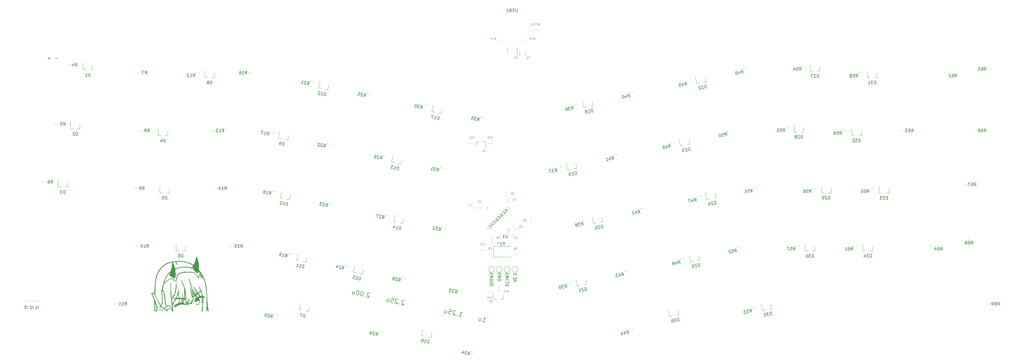
<source format=gbr>
G04 #@! TF.GenerationSoftware,KiCad,Pcbnew,(5.1.4)-1*
G04 #@! TF.CreationDate,2021-04-03T16:46:08-04:00*
G04 #@! TF.ProjectId,f103,66313033-2e6b-4696-9361-645f70636258,rev?*
G04 #@! TF.SameCoordinates,Original*
G04 #@! TF.FileFunction,Legend,Bot*
G04 #@! TF.FilePolarity,Positive*
%FSLAX46Y46*%
G04 Gerber Fmt 4.6, Leading zero omitted, Abs format (unit mm)*
G04 Created by KiCad (PCBNEW (5.1.4)-1) date 2021-04-03 16:46:08*
%MOMM*%
%LPD*%
G04 APERTURE LIST*
%ADD10C,0.150000*%
%ADD11C,0.160000*%
%ADD12C,0.200000*%
%ADD13C,0.010000*%
%ADD14C,0.120000*%
%ADD15C,0.100000*%
%ADD16C,0.500000*%
%ADD17C,2.250000*%
%ADD18C,3.987800*%
%ADD19C,1.905000*%
%ADD20C,1.750000*%
%ADD21R,1.905000X1.905000*%
%ADD22C,2.000000*%
%ADD23O,2.000000X3.200000*%
%ADD24R,2.000000X2.000000*%
%ADD25C,1.500000*%
%ADD26C,0.300000*%
%ADD27R,0.575000X1.450000*%
%ADD28R,0.300000X1.450000*%
%ADD29C,0.650000*%
%ADD30O,1.200000X2.300000*%
%ADD31O,1.200000X1.800000*%
%ADD32C,0.875000*%
%ADD33R,1.800000X1.800000*%
%ADD34C,1.800000*%
%ADD35C,1.250000*%
%ADD36R,0.800000X0.900000*%
%ADD37C,3.048000*%
%ADD38C,0.800000*%
%ADD39R,0.650000X1.060000*%
%ADD40R,2.000000X2.400000*%
%ADD41C,5.000000*%
G04 APERTURE END LIST*
D10*
X1650952Y-3373428D02*
X889047Y-3373428D01*
X-889047Y-3373428D02*
X-1650952Y-3373428D01*
X-1270000Y-3754380D02*
X-1270000Y-2992476D01*
X151598380Y-74088810D02*
X151598380Y-74707858D01*
X151979333Y-74374524D01*
X151979333Y-74517381D01*
X152026952Y-74612620D01*
X152074571Y-74660239D01*
X152169809Y-74707858D01*
X152407904Y-74707858D01*
X152503142Y-74660239D01*
X152550761Y-74612620D01*
X152598380Y-74517381D01*
X152598380Y-74231667D01*
X152550761Y-74136429D01*
X152503142Y-74088810D01*
X152503142Y-75136429D02*
X152550761Y-75184048D01*
X152598380Y-75136429D01*
X152550761Y-75088810D01*
X152503142Y-75136429D01*
X152598380Y-75136429D01*
X151598380Y-75517381D02*
X151598380Y-76136429D01*
X151979333Y-75803096D01*
X151979333Y-75945953D01*
X152026952Y-76041191D01*
X152074571Y-76088810D01*
X152169809Y-76136429D01*
X152407904Y-76136429D01*
X152503142Y-76088810D01*
X152550761Y-76041191D01*
X152598380Y-75945953D01*
X152598380Y-75660239D01*
X152550761Y-75565001D01*
X152503142Y-75517381D01*
X151598380Y-76422143D02*
X152598380Y-76755477D01*
X151598380Y-77088810D01*
D11*
X149005094Y-53021004D02*
X149434409Y-53450319D01*
X149548893Y-53507561D01*
X149663377Y-53507561D01*
X149777861Y-53450319D01*
X149835103Y-53393077D01*
X149033715Y-54194465D02*
X149319925Y-53908255D01*
X148718884Y-53307214D01*
X148432674Y-54681022D02*
X148489916Y-54681022D01*
X148604400Y-54623780D01*
X148661642Y-54566538D01*
X148718884Y-54452054D01*
X148718884Y-54337570D01*
X148690263Y-54251707D01*
X148604400Y-54108602D01*
X148518537Y-54022739D01*
X148375432Y-53936876D01*
X148289569Y-53908255D01*
X148175085Y-53908255D01*
X148060601Y-53965497D01*
X148003359Y-54022739D01*
X147946117Y-54137223D01*
X147946117Y-54194465D01*
X147459561Y-54566538D02*
X147888875Y-54995852D01*
X148003359Y-55053094D01*
X148117843Y-55053094D01*
X148232327Y-54995852D01*
X148289569Y-54938610D01*
X147488182Y-55739998D02*
X147774392Y-55453788D01*
X147173351Y-54852748D01*
X146887141Y-56226555D02*
X146944383Y-56226555D01*
X147058867Y-56169313D01*
X147116109Y-56112071D01*
X147173351Y-55997587D01*
X147173351Y-55883103D01*
X147144730Y-55797240D01*
X147058867Y-55654135D01*
X146973004Y-55568272D01*
X146829899Y-55482409D01*
X146744036Y-55453788D01*
X146629552Y-55453788D01*
X146515068Y-55511030D01*
X146457826Y-55568272D01*
X146400584Y-55682756D01*
X146400584Y-55739998D01*
X145914027Y-56112071D02*
X146343342Y-56541386D01*
X146457826Y-56598628D01*
X146572310Y-56598628D01*
X146686794Y-56541386D01*
X146744036Y-56484144D01*
X145942648Y-57285532D02*
X146228858Y-56999322D01*
X145627817Y-56398281D01*
X145341607Y-57772088D02*
X145398849Y-57772088D01*
X145513333Y-57714846D01*
X145570575Y-57657604D01*
X145627817Y-57543120D01*
X145627817Y-57428636D01*
X145599196Y-57342774D01*
X145513333Y-57199669D01*
X145427470Y-57113806D01*
X145284366Y-57027943D01*
X145198503Y-56999322D01*
X145084019Y-56999322D01*
X144969535Y-57056564D01*
X144912293Y-57113806D01*
X144855051Y-57228290D01*
X144855051Y-57285532D01*
X144368494Y-57657604D02*
X144797809Y-58086919D01*
X144912293Y-58144161D01*
X145026777Y-58144161D01*
X145141261Y-58086919D01*
X145198503Y-58029677D01*
X144397115Y-58831065D02*
X144683325Y-58544855D01*
X144082284Y-57943814D01*
X143796074Y-59317622D02*
X143853316Y-59317622D01*
X143967800Y-59260380D01*
X144025042Y-59203138D01*
X144082284Y-59088654D01*
X144082284Y-58974170D01*
X144053663Y-58888307D01*
X143967800Y-58745202D01*
X143881937Y-58659339D01*
X143738832Y-58573476D01*
X143652969Y-58544855D01*
X143538485Y-58544855D01*
X143424001Y-58602097D01*
X143366759Y-58659339D01*
X143309517Y-58773823D01*
X143309517Y-58831065D01*
D12*
X141378253Y-90174520D02*
X142216666Y-90352730D01*
X141797460Y-90263625D02*
X142109327Y-88796404D01*
X142204510Y-89035709D01*
X142314544Y-89205146D01*
X142439428Y-89304715D01*
X140328547Y-88929058D02*
X140120635Y-89907205D01*
X140957356Y-89062715D02*
X140793997Y-89831260D01*
X140694427Y-89956144D01*
X140539841Y-89996310D01*
X140330238Y-89951758D01*
X140205354Y-89852189D01*
X140150337Y-89767470D01*
X133599946Y-88386791D02*
X134438358Y-88565001D01*
X134019152Y-88475896D02*
X134331019Y-87008675D01*
X134426202Y-87247980D01*
X134536236Y-87417417D01*
X134661120Y-87516986D01*
X133000838Y-88113398D02*
X132916120Y-88168415D01*
X132971136Y-88253134D01*
X133055855Y-88198117D01*
X133000838Y-88113398D01*
X132971136Y-88253134D01*
X132624493Y-86791990D02*
X132569476Y-86707272D01*
X132444592Y-86607702D01*
X132095253Y-86533448D01*
X131940667Y-86573614D01*
X131855949Y-86628631D01*
X131756379Y-86753516D01*
X131726678Y-86893251D01*
X131751993Y-87117705D01*
X132412195Y-88134327D01*
X131503915Y-87941266D01*
X130488297Y-86191879D02*
X131186973Y-86340387D01*
X131108333Y-87053915D01*
X131053316Y-86969197D01*
X130928431Y-86869627D01*
X130579093Y-86795373D01*
X130424507Y-86835539D01*
X130339788Y-86890556D01*
X130240219Y-87015440D01*
X130165965Y-87364779D01*
X130206131Y-87519365D01*
X130261148Y-87604084D01*
X130386032Y-87703653D01*
X130735370Y-87777907D01*
X130889957Y-87737741D01*
X130974675Y-87682724D01*
X129056855Y-86398787D02*
X128848943Y-87376935D01*
X129685664Y-86532444D02*
X129522305Y-87300989D01*
X129422735Y-87425874D01*
X129268149Y-87466040D01*
X129058546Y-87421487D01*
X128933661Y-87321918D01*
X128878645Y-87237199D01*
X104342121Y-80938315D02*
X104287104Y-80853597D01*
X104162219Y-80754027D01*
X103812881Y-80679773D01*
X103658295Y-80719939D01*
X103573576Y-80774956D01*
X103474007Y-80899841D01*
X103444305Y-81039576D01*
X103469620Y-81264030D01*
X104129823Y-82280652D01*
X103221543Y-82087591D01*
X102622435Y-81814198D02*
X102537717Y-81869215D01*
X102592733Y-81953934D01*
X102677452Y-81898917D01*
X102622435Y-81814198D01*
X102592733Y-81953934D01*
X101926453Y-80278801D02*
X101786718Y-80249099D01*
X101632132Y-80289265D01*
X101547413Y-80344282D01*
X101447844Y-80469166D01*
X101318573Y-80733786D01*
X101244319Y-81083125D01*
X101254783Y-81377446D01*
X101294949Y-81532033D01*
X101349966Y-81616751D01*
X101474850Y-81716320D01*
X101614586Y-81746022D01*
X101769172Y-81705856D01*
X101853891Y-81650839D01*
X101953460Y-81525955D01*
X102082731Y-81261335D01*
X102156985Y-80911996D01*
X102146521Y-80617675D01*
X102106355Y-80463089D01*
X102051338Y-80378370D01*
X101926453Y-80278801D01*
X100529100Y-79981784D02*
X100389364Y-79952082D01*
X100234778Y-79992248D01*
X100150060Y-80047265D01*
X100050490Y-80172150D01*
X99921219Y-80436770D01*
X99846965Y-80786108D01*
X99857429Y-81080430D01*
X99897595Y-81235016D01*
X99952612Y-81319734D01*
X100077497Y-81419304D01*
X100217232Y-81449005D01*
X100371818Y-81408839D01*
X100456537Y-81353823D01*
X100556106Y-81228938D01*
X100685377Y-80964318D01*
X100759631Y-80614980D01*
X100749167Y-80320658D01*
X100709001Y-80166072D01*
X100653984Y-80081353D01*
X100529100Y-79981784D01*
X98678452Y-80099587D02*
X98470540Y-81077735D01*
X99307261Y-80233244D02*
X99143902Y-81001789D01*
X99044332Y-81126674D01*
X98889746Y-81166840D01*
X98680143Y-81122287D01*
X98555258Y-81022718D01*
X98500242Y-80937999D01*
X115721324Y-83427515D02*
X115666307Y-83342797D01*
X115541422Y-83243227D01*
X115192084Y-83168973D01*
X115037498Y-83209139D01*
X114952779Y-83264156D01*
X114853210Y-83389041D01*
X114823508Y-83528776D01*
X114848823Y-83753230D01*
X115509026Y-84769852D01*
X114600746Y-84576791D01*
X114001638Y-84303398D02*
X113916920Y-84358415D01*
X113971936Y-84443134D01*
X114056655Y-84388117D01*
X114001638Y-84303398D01*
X113971936Y-84443134D01*
X113625293Y-82981990D02*
X113570276Y-82897272D01*
X113445392Y-82797702D01*
X113096053Y-82723448D01*
X112941467Y-82763614D01*
X112856749Y-82818631D01*
X112757179Y-82943516D01*
X112727478Y-83083251D01*
X112752793Y-83307705D01*
X113412995Y-84324327D01*
X112504715Y-84131266D01*
X111489097Y-82381879D02*
X112187773Y-82530387D01*
X112109133Y-83243915D01*
X112054116Y-83159197D01*
X111929231Y-83059627D01*
X111579893Y-82985373D01*
X111425307Y-83025539D01*
X111340588Y-83080556D01*
X111241019Y-83205440D01*
X111166765Y-83554779D01*
X111206931Y-83709365D01*
X111261948Y-83794084D01*
X111386832Y-83893653D01*
X111736170Y-83967907D01*
X111890757Y-83927741D01*
X111975475Y-83872724D01*
X110057655Y-82588787D02*
X109849743Y-83566935D01*
X110686464Y-82722444D02*
X110523105Y-83490989D01*
X110423535Y-83615874D01*
X110268949Y-83656040D01*
X110059346Y-83611487D01*
X109934461Y-83511918D01*
X109879445Y-83427199D01*
D10*
X149896461Y-74090495D02*
X149944080Y-74233352D01*
X149944080Y-74471447D01*
X149896461Y-74566685D01*
X149848842Y-74614304D01*
X149753604Y-74661923D01*
X149658366Y-74661923D01*
X149563128Y-74614304D01*
X149515509Y-74566685D01*
X149467890Y-74471447D01*
X149420271Y-74280971D01*
X149372652Y-74185733D01*
X149325033Y-74138114D01*
X149229795Y-74090495D01*
X149134557Y-74090495D01*
X149039319Y-74138114D01*
X148991700Y-74185733D01*
X148944080Y-74280971D01*
X148944080Y-74519066D01*
X148991700Y-74661923D01*
X148944080Y-74995257D02*
X149944080Y-75233352D01*
X149229795Y-75423828D01*
X149944080Y-75614304D01*
X148944080Y-75852400D01*
X149848842Y-76804780D02*
X149896461Y-76757161D01*
X149944080Y-76614304D01*
X149944080Y-76519066D01*
X149896461Y-76376209D01*
X149801223Y-76280971D01*
X149705985Y-76233352D01*
X149515509Y-76185733D01*
X149372652Y-76185733D01*
X149182176Y-76233352D01*
X149086938Y-76280971D01*
X148991700Y-76376209D01*
X148944080Y-76519066D01*
X148944080Y-76614304D01*
X148991700Y-76757161D01*
X149039319Y-76804780D01*
X149944080Y-77709542D02*
X149944080Y-77233352D01*
X148944080Y-77233352D01*
X149944080Y-78042876D02*
X148944080Y-78042876D01*
X149944080Y-78614304D02*
X149372652Y-78185733D01*
X148944080Y-78614304D02*
X149515509Y-78042876D01*
X144791061Y-74093652D02*
X144838680Y-74236509D01*
X144838680Y-74474604D01*
X144791061Y-74569842D01*
X144743442Y-74617461D01*
X144648204Y-74665080D01*
X144552966Y-74665080D01*
X144457728Y-74617461D01*
X144410109Y-74569842D01*
X144362490Y-74474604D01*
X144314871Y-74284128D01*
X144267252Y-74188890D01*
X144219633Y-74141271D01*
X144124395Y-74093652D01*
X144029157Y-74093652D01*
X143933919Y-74141271D01*
X143886300Y-74188890D01*
X143838680Y-74284128D01*
X143838680Y-74522223D01*
X143886300Y-74665080D01*
X143838680Y-74998414D02*
X144838680Y-75236509D01*
X144124395Y-75426985D01*
X144838680Y-75617461D01*
X143838680Y-75855557D01*
X144838680Y-76236509D02*
X143838680Y-76236509D01*
X143838680Y-76474604D01*
X143886300Y-76617461D01*
X143981538Y-76712700D01*
X144076776Y-76760319D01*
X144267252Y-76807938D01*
X144410109Y-76807938D01*
X144600585Y-76760319D01*
X144695823Y-76712700D01*
X144791061Y-76617461D01*
X144838680Y-76474604D01*
X144838680Y-76236509D01*
X144838680Y-77236509D02*
X143838680Y-77236509D01*
X143838680Y-77903176D02*
X143838680Y-78093652D01*
X143886300Y-78188890D01*
X143981538Y-78284128D01*
X144172014Y-78331747D01*
X144505347Y-78331747D01*
X144695823Y-78284128D01*
X144791061Y-78188890D01*
X144838680Y-78093652D01*
X144838680Y-77903176D01*
X144791061Y-77807938D01*
X144695823Y-77712700D01*
X144505347Y-77665080D01*
X144172014Y-77665080D01*
X143981538Y-77712700D01*
X143886300Y-77807938D01*
X143838680Y-77903176D01*
X146477100Y-74701495D02*
X146429480Y-74606257D01*
X146429480Y-74463400D01*
X146477100Y-74320542D01*
X146572338Y-74225304D01*
X146667576Y-74177685D01*
X146858052Y-74130066D01*
X147000909Y-74130066D01*
X147191385Y-74177685D01*
X147286623Y-74225304D01*
X147381861Y-74320542D01*
X147429480Y-74463400D01*
X147429480Y-74558638D01*
X147381861Y-74701495D01*
X147334242Y-74749114D01*
X147000909Y-74749114D01*
X147000909Y-74558638D01*
X147429480Y-75177685D02*
X146429480Y-75177685D01*
X147429480Y-75749114D01*
X146429480Y-75749114D01*
X147429480Y-76225304D02*
X146429480Y-76225304D01*
X146429480Y-76463400D01*
X146477100Y-76606257D01*
X146572338Y-76701495D01*
X146667576Y-76749114D01*
X146858052Y-76796733D01*
X147000909Y-76796733D01*
X147191385Y-76749114D01*
X147286623Y-76701495D01*
X147381861Y-76606257D01*
X147429480Y-76463400D01*
X147429480Y-76225304D01*
D13*
G36*
X38828136Y-77347233D02*
G01*
X38826616Y-77362305D01*
X38828136Y-77364166D01*
X38835686Y-77362423D01*
X38836602Y-77355700D01*
X38831956Y-77345246D01*
X38828136Y-77347233D01*
X38828136Y-77347233D01*
G37*
X38828136Y-77347233D02*
X38826616Y-77362305D01*
X38828136Y-77364166D01*
X38835686Y-77362423D01*
X38836602Y-77355700D01*
X38831956Y-77345246D01*
X38828136Y-77347233D01*
G36*
X45114636Y-78706133D02*
G01*
X45113116Y-78721205D01*
X45114636Y-78723066D01*
X45122186Y-78721323D01*
X45123102Y-78714600D01*
X45118456Y-78704146D01*
X45114636Y-78706133D01*
X45114636Y-78706133D01*
G37*
X45114636Y-78706133D02*
X45113116Y-78721205D01*
X45114636Y-78723066D01*
X45122186Y-78721323D01*
X45123102Y-78714600D01*
X45118456Y-78704146D01*
X45114636Y-78706133D01*
G36*
X45128780Y-78757295D02*
G01*
X45135029Y-78793258D01*
X45145366Y-78850877D01*
X45159482Y-78928500D01*
X45177067Y-79024474D01*
X45197814Y-79137149D01*
X45221411Y-79264871D01*
X45247551Y-79405988D01*
X45275924Y-79558849D01*
X45306222Y-79721802D01*
X45338133Y-79893193D01*
X45371351Y-80071372D01*
X45405565Y-80254686D01*
X45440466Y-80441483D01*
X45475745Y-80630111D01*
X45511094Y-80818918D01*
X45546202Y-81006252D01*
X45580761Y-81190460D01*
X45614461Y-81369891D01*
X45646993Y-81542893D01*
X45678049Y-81707813D01*
X45707318Y-81862999D01*
X45734493Y-82006800D01*
X45759263Y-82137563D01*
X45781319Y-82253636D01*
X45800353Y-82353367D01*
X45816055Y-82435103D01*
X45828115Y-82497194D01*
X45836226Y-82537987D01*
X45840077Y-82555829D01*
X45840239Y-82556350D01*
X45842153Y-82549588D01*
X45843873Y-82521833D01*
X45845213Y-82477492D01*
X45845989Y-82420972D01*
X45846000Y-82419334D01*
X45842232Y-82195143D01*
X45828378Y-81951113D01*
X45804894Y-81690512D01*
X45772234Y-81416609D01*
X45730856Y-81132673D01*
X45681215Y-80841973D01*
X45623766Y-80547777D01*
X45558965Y-80253355D01*
X45523086Y-80103567D01*
X45501132Y-80016584D01*
X45475433Y-79918368D01*
X45446708Y-79811394D01*
X45415681Y-79698139D01*
X45383073Y-79581077D01*
X45349605Y-79462685D01*
X45316000Y-79345437D01*
X45282978Y-79231809D01*
X45251262Y-79124277D01*
X45221572Y-79025316D01*
X45194632Y-78937402D01*
X45171162Y-78863010D01*
X45151884Y-78804615D01*
X45137520Y-78764694D01*
X45128791Y-78745721D01*
X45126928Y-78744640D01*
X45128780Y-78757295D01*
X45128780Y-78757295D01*
G37*
X45128780Y-78757295D02*
X45135029Y-78793258D01*
X45145366Y-78850877D01*
X45159482Y-78928500D01*
X45177067Y-79024474D01*
X45197814Y-79137149D01*
X45221411Y-79264871D01*
X45247551Y-79405988D01*
X45275924Y-79558849D01*
X45306222Y-79721802D01*
X45338133Y-79893193D01*
X45371351Y-80071372D01*
X45405565Y-80254686D01*
X45440466Y-80441483D01*
X45475745Y-80630111D01*
X45511094Y-80818918D01*
X45546202Y-81006252D01*
X45580761Y-81190460D01*
X45614461Y-81369891D01*
X45646993Y-81542893D01*
X45678049Y-81707813D01*
X45707318Y-81862999D01*
X45734493Y-82006800D01*
X45759263Y-82137563D01*
X45781319Y-82253636D01*
X45800353Y-82353367D01*
X45816055Y-82435103D01*
X45828115Y-82497194D01*
X45836226Y-82537987D01*
X45840077Y-82555829D01*
X45840239Y-82556350D01*
X45842153Y-82549588D01*
X45843873Y-82521833D01*
X45845213Y-82477492D01*
X45845989Y-82420972D01*
X45846000Y-82419334D01*
X45842232Y-82195143D01*
X45828378Y-81951113D01*
X45804894Y-81690512D01*
X45772234Y-81416609D01*
X45730856Y-81132673D01*
X45681215Y-80841973D01*
X45623766Y-80547777D01*
X45558965Y-80253355D01*
X45523086Y-80103567D01*
X45501132Y-80016584D01*
X45475433Y-79918368D01*
X45446708Y-79811394D01*
X45415681Y-79698139D01*
X45383073Y-79581077D01*
X45349605Y-79462685D01*
X45316000Y-79345437D01*
X45282978Y-79231809D01*
X45251262Y-79124277D01*
X45221572Y-79025316D01*
X45194632Y-78937402D01*
X45171162Y-78863010D01*
X45151884Y-78804615D01*
X45137520Y-78764694D01*
X45128791Y-78745721D01*
X45126928Y-78744640D01*
X45128780Y-78757295D01*
G36*
X46841627Y-83792218D02*
G01*
X46840113Y-83812067D01*
X46842630Y-83816560D01*
X46848402Y-83812772D01*
X46849300Y-83799891D01*
X46846198Y-83786340D01*
X46841627Y-83792218D01*
X46841627Y-83792218D01*
G37*
X46841627Y-83792218D02*
X46840113Y-83812067D01*
X46842630Y-83816560D01*
X46848402Y-83812772D01*
X46849300Y-83799891D01*
X46846198Y-83786340D01*
X46841627Y-83792218D01*
G36*
X35006191Y-86115477D02*
G01*
X34952346Y-86122806D01*
X34925002Y-86130658D01*
X34895164Y-86145151D01*
X34849057Y-86170369D01*
X34789398Y-86204617D01*
X34718904Y-86246204D01*
X34640293Y-86293435D01*
X34556282Y-86344616D01*
X34469587Y-86398055D01*
X34382927Y-86452058D01*
X34299019Y-86504932D01*
X34220579Y-86554983D01*
X34150326Y-86600517D01*
X34090976Y-86639842D01*
X34045246Y-86671264D01*
X34015855Y-86693089D01*
X34005518Y-86703624D01*
X34005522Y-86703690D01*
X34008574Y-86727467D01*
X34008697Y-86728300D01*
X34021213Y-86736930D01*
X34049163Y-86740960D01*
X34052471Y-86741000D01*
X34081005Y-86733026D01*
X34127869Y-86709632D01*
X34191838Y-86671605D01*
X34271686Y-86619734D01*
X34366187Y-86554805D01*
X34474116Y-86477606D01*
X34557463Y-86416345D01*
X34689571Y-86329340D01*
X34819320Y-86265988D01*
X34945807Y-86226606D01*
X35068131Y-86211510D01*
X35134552Y-86213790D01*
X35199340Y-86222616D01*
X35263911Y-86237674D01*
X35332009Y-86260492D01*
X35407378Y-86292601D01*
X35493763Y-86335529D01*
X35594908Y-86390806D01*
X35661602Y-86429005D01*
X35784466Y-86500223D01*
X35887369Y-86559707D01*
X35972301Y-86608511D01*
X36041249Y-86647689D01*
X36096200Y-86678294D01*
X36139143Y-86701378D01*
X36172063Y-86717997D01*
X36196950Y-86729202D01*
X36215790Y-86736047D01*
X36230572Y-86739586D01*
X36243282Y-86740871D01*
X36250306Y-86741000D01*
X36280430Y-86739752D01*
X36296011Y-86736668D01*
X36296602Y-86735847D01*
X36286594Y-86726121D01*
X36258767Y-86704604D01*
X36216424Y-86673618D01*
X36162863Y-86635484D01*
X36101387Y-86592524D01*
X36035294Y-86547061D01*
X35967886Y-86501417D01*
X35902462Y-86457913D01*
X35889081Y-86449133D01*
X35750731Y-86363747D01*
X35613306Y-86288761D01*
X35479860Y-86225430D01*
X35353452Y-86175010D01*
X35237138Y-86138755D01*
X35133975Y-86117922D01*
X35071052Y-86113186D01*
X35006191Y-86115477D01*
X35006191Y-86115477D01*
G37*
X35006191Y-86115477D02*
X34952346Y-86122806D01*
X34925002Y-86130658D01*
X34895164Y-86145151D01*
X34849057Y-86170369D01*
X34789398Y-86204617D01*
X34718904Y-86246204D01*
X34640293Y-86293435D01*
X34556282Y-86344616D01*
X34469587Y-86398055D01*
X34382927Y-86452058D01*
X34299019Y-86504932D01*
X34220579Y-86554983D01*
X34150326Y-86600517D01*
X34090976Y-86639842D01*
X34045246Y-86671264D01*
X34015855Y-86693089D01*
X34005518Y-86703624D01*
X34005522Y-86703690D01*
X34008574Y-86727467D01*
X34008697Y-86728300D01*
X34021213Y-86736930D01*
X34049163Y-86740960D01*
X34052471Y-86741000D01*
X34081005Y-86733026D01*
X34127869Y-86709632D01*
X34191838Y-86671605D01*
X34271686Y-86619734D01*
X34366187Y-86554805D01*
X34474116Y-86477606D01*
X34557463Y-86416345D01*
X34689571Y-86329340D01*
X34819320Y-86265988D01*
X34945807Y-86226606D01*
X35068131Y-86211510D01*
X35134552Y-86213790D01*
X35199340Y-86222616D01*
X35263911Y-86237674D01*
X35332009Y-86260492D01*
X35407378Y-86292601D01*
X35493763Y-86335529D01*
X35594908Y-86390806D01*
X35661602Y-86429005D01*
X35784466Y-86500223D01*
X35887369Y-86559707D01*
X35972301Y-86608511D01*
X36041249Y-86647689D01*
X36096200Y-86678294D01*
X36139143Y-86701378D01*
X36172063Y-86717997D01*
X36196950Y-86729202D01*
X36215790Y-86736047D01*
X36230572Y-86739586D01*
X36243282Y-86740871D01*
X36250306Y-86741000D01*
X36280430Y-86739752D01*
X36296011Y-86736668D01*
X36296602Y-86735847D01*
X36286594Y-86726121D01*
X36258767Y-86704604D01*
X36216424Y-86673618D01*
X36162863Y-86635484D01*
X36101387Y-86592524D01*
X36035294Y-86547061D01*
X35967886Y-86501417D01*
X35902462Y-86457913D01*
X35889081Y-86449133D01*
X35750731Y-86363747D01*
X35613306Y-86288761D01*
X35479860Y-86225430D01*
X35353452Y-86175010D01*
X35237138Y-86138755D01*
X35133975Y-86117922D01*
X35071052Y-86113186D01*
X35006191Y-86115477D01*
G36*
X44653720Y-76056091D02*
G01*
X44653707Y-76056370D01*
X44657838Y-76071449D01*
X44669807Y-76107515D01*
X44688614Y-76161741D01*
X44713260Y-76231300D01*
X44742743Y-76313366D01*
X44776064Y-76405112D01*
X44806500Y-76488170D01*
X44891494Y-76721230D01*
X44968040Y-76935824D01*
X45037695Y-77136831D01*
X45102021Y-77329130D01*
X45162575Y-77517599D01*
X45220916Y-77707117D01*
X45278604Y-77902564D01*
X45337198Y-78108818D01*
X45398258Y-78330758D01*
X45414491Y-78390750D01*
X45566502Y-78984934D01*
X45698264Y-79565821D01*
X45810080Y-80135038D01*
X45902255Y-80694213D01*
X45975091Y-81244972D01*
X46011448Y-81591150D01*
X46033063Y-81835531D01*
X46049499Y-82056135D01*
X46060779Y-82254045D01*
X46066926Y-82430345D01*
X46067963Y-82586118D01*
X46063914Y-82722449D01*
X46054800Y-82840421D01*
X46040646Y-82941118D01*
X46040177Y-82943700D01*
X45989154Y-83171340D01*
X45921054Y-83392608D01*
X45837575Y-83603124D01*
X45740417Y-83798511D01*
X45652026Y-83943926D01*
X45617916Y-83993011D01*
X45582575Y-84040425D01*
X45549345Y-84082088D01*
X45521569Y-84113925D01*
X45502587Y-84131857D01*
X45496301Y-84133931D01*
X45498363Y-84120575D01*
X45507472Y-84085809D01*
X45522792Y-84032369D01*
X45543484Y-83962993D01*
X45568713Y-83880415D01*
X45597642Y-83787371D01*
X45629435Y-83686599D01*
X45663255Y-83580834D01*
X45698265Y-83472812D01*
X45701100Y-83464131D01*
X45727751Y-83378378D01*
X45752520Y-83290880D01*
X45774206Y-83206616D01*
X45791608Y-83130561D01*
X45803527Y-83067694D01*
X45808762Y-83022991D01*
X45808902Y-83017056D01*
X45803503Y-83023438D01*
X45788592Y-83048992D01*
X45766099Y-83090210D01*
X45737955Y-83143589D01*
X45718825Y-83180645D01*
X45606702Y-83388788D01*
X45495183Y-83573406D01*
X45382611Y-83736273D01*
X45267331Y-83879162D01*
X45147685Y-84003849D01*
X45022019Y-84112106D01*
X44888676Y-84205708D01*
X44746001Y-84286429D01*
X44640393Y-84335914D01*
X44593788Y-84355268D01*
X44556682Y-84369094D01*
X44534636Y-84375393D01*
X44531093Y-84375223D01*
X44533214Y-84361991D01*
X44542630Y-84328888D01*
X44558078Y-84279957D01*
X44578290Y-84219241D01*
X44596016Y-84167826D01*
X44664299Y-83964751D01*
X44720034Y-83780991D01*
X44763575Y-83613983D01*
X44795277Y-83461164D01*
X44815492Y-83319968D01*
X44824573Y-83187832D01*
X44822876Y-83062192D01*
X44810752Y-82940483D01*
X44788557Y-82820143D01*
X44784354Y-82801942D01*
X44762294Y-82708750D01*
X44746405Y-82905600D01*
X44719012Y-83152005D01*
X44677796Y-83388102D01*
X44623604Y-83609941D01*
X44557282Y-83813572D01*
X44544906Y-83845982D01*
X44520600Y-83904312D01*
X44489394Y-83973450D01*
X44453587Y-84048868D01*
X44415480Y-84126034D01*
X44377373Y-84200417D01*
X44341564Y-84267487D01*
X44310354Y-84322714D01*
X44286042Y-84361567D01*
X44277120Y-84373523D01*
X44245981Y-84410550D01*
X44253392Y-84296250D01*
X44260630Y-84198080D01*
X44269563Y-84104931D01*
X44280974Y-84011053D01*
X44295648Y-83910697D01*
X44314371Y-83798115D01*
X44337926Y-83667558D01*
X44342647Y-83642200D01*
X44366736Y-83512696D01*
X44386481Y-83404599D01*
X44402368Y-83314376D01*
X44414882Y-83238498D01*
X44424510Y-83173432D01*
X44431735Y-83115648D01*
X44437045Y-83061614D01*
X44440923Y-83007801D01*
X44443857Y-82950676D01*
X44446267Y-82888508D01*
X44447906Y-82803531D01*
X44447115Y-82718711D01*
X44444184Y-82637818D01*
X44439404Y-82564621D01*
X44433063Y-82502891D01*
X44425452Y-82456398D01*
X44416861Y-82428912D01*
X44410471Y-82423000D01*
X44405431Y-82434739D01*
X44401521Y-82466127D01*
X44399332Y-82511416D01*
X44399067Y-82534125D01*
X44392587Y-82704014D01*
X44374295Y-82889180D01*
X44345329Y-83083047D01*
X44306822Y-83279041D01*
X44259912Y-83470586D01*
X44206582Y-83648550D01*
X44184087Y-83711595D01*
X44156131Y-83782419D01*
X44124226Y-83857925D01*
X44089889Y-83935016D01*
X44054634Y-84010596D01*
X44019976Y-84081568D01*
X43987431Y-84144835D01*
X43958513Y-84197301D01*
X43934737Y-84235869D01*
X43917619Y-84257443D01*
X43908673Y-84258925D01*
X43908361Y-84258101D01*
X43907099Y-84244002D01*
X43904482Y-84206482D01*
X43900628Y-84147476D01*
X43895650Y-84068920D01*
X43889665Y-83972750D01*
X43882787Y-83860902D01*
X43875131Y-83735311D01*
X43866813Y-83597914D01*
X43857948Y-83450646D01*
X43848652Y-83295444D01*
X43839038Y-83134242D01*
X43829224Y-82968977D01*
X43824326Y-82886157D01*
X42999171Y-82886157D01*
X42995182Y-82898088D01*
X42982419Y-82931032D01*
X42961869Y-82982553D01*
X42934521Y-83050215D01*
X42901360Y-83131581D01*
X42863376Y-83224214D01*
X42821553Y-83325679D01*
X42797818Y-83383052D01*
X42753748Y-83489484D01*
X42712412Y-83589399D01*
X42674886Y-83680185D01*
X42642249Y-83759233D01*
X42615577Y-83823933D01*
X42595949Y-83871673D01*
X42584441Y-83899844D01*
X42582088Y-83905725D01*
X42574684Y-83923846D01*
X42566198Y-83931615D01*
X42550070Y-83929294D01*
X42519742Y-83917145D01*
X42500726Y-83908974D01*
X42464262Y-83890707D01*
X42448479Y-83874763D01*
X42448017Y-83861349D01*
X42451466Y-83844262D01*
X42458613Y-83804931D01*
X42468973Y-83746167D01*
X42482057Y-83670778D01*
X42497380Y-83581573D01*
X42514455Y-83481363D01*
X42532796Y-83372956D01*
X42538784Y-83337400D01*
X42557340Y-83227377D01*
X42574698Y-83124994D01*
X42590385Y-83033001D01*
X42603927Y-82954149D01*
X42614851Y-82891189D01*
X42622684Y-82846871D01*
X42626954Y-82823947D01*
X42627500Y-82821546D01*
X42640085Y-82817492D01*
X42674095Y-82819904D01*
X42730529Y-82828908D01*
X42810386Y-82844631D01*
X42813838Y-82845350D01*
X42878253Y-82858938D01*
X42933115Y-82870768D01*
X42973961Y-82879859D01*
X42996334Y-82885230D01*
X42999171Y-82886157D01*
X43824326Y-82886157D01*
X43819652Y-82807139D01*
X42462713Y-82807139D01*
X42459330Y-82837945D01*
X42455721Y-82861150D01*
X42451086Y-82889702D01*
X42443241Y-82939621D01*
X42432762Y-83007158D01*
X42420229Y-83088563D01*
X42406221Y-83180088D01*
X42391316Y-83277984D01*
X42386689Y-83308475D01*
X42366281Y-83440373D01*
X42348307Y-83549696D01*
X42332110Y-83639081D01*
X42317033Y-83711165D01*
X42302419Y-83768584D01*
X42287612Y-83813975D01*
X42271955Y-83849974D01*
X42254791Y-83879218D01*
X42239436Y-83899639D01*
X42195004Y-83944261D01*
X42144896Y-83973786D01*
X42080609Y-83992809D01*
X42059821Y-83996723D01*
X42025309Y-84000261D01*
X41978450Y-84001994D01*
X41926085Y-84002067D01*
X41875052Y-84000622D01*
X41832192Y-83997804D01*
X41804342Y-83993755D01*
X41798087Y-83991231D01*
X41795602Y-83978190D01*
X41790487Y-83942826D01*
X41783094Y-83888007D01*
X41773775Y-83816600D01*
X41762881Y-83731472D01*
X41750764Y-83635492D01*
X41737775Y-83531525D01*
X41724265Y-83422441D01*
X41710587Y-83311105D01*
X41697091Y-83200385D01*
X41684129Y-83093150D01*
X41672053Y-82992265D01*
X41661214Y-82900598D01*
X41651963Y-82821017D01*
X41644652Y-82756389D01*
X41639633Y-82709581D01*
X41637257Y-82683461D01*
X41637222Y-82678925D01*
X41650272Y-82679568D01*
X41684841Y-82683371D01*
X41737314Y-82689835D01*
X41804076Y-82698459D01*
X41881510Y-82708741D01*
X41966002Y-82720182D01*
X42053935Y-82732280D01*
X42141696Y-82744534D01*
X42225667Y-82756445D01*
X42302234Y-82767511D01*
X42367781Y-82777231D01*
X42418693Y-82785106D01*
X42451355Y-82790633D01*
X42462145Y-82793173D01*
X42462713Y-82807139D01*
X43819652Y-82807139D01*
X43819323Y-82801585D01*
X43809451Y-82634002D01*
X43807516Y-82601014D01*
X43688002Y-82601014D01*
X43676425Y-82601522D01*
X43644992Y-82597523D01*
X43598648Y-82589983D01*
X43542340Y-82579870D01*
X43481015Y-82568151D01*
X43419619Y-82555793D01*
X43363099Y-82543764D01*
X43316400Y-82533030D01*
X43284469Y-82524558D01*
X43272545Y-82519775D01*
X43272496Y-82506372D01*
X43274471Y-82469896D01*
X43278286Y-82412578D01*
X43283754Y-82336650D01*
X43290691Y-82244342D01*
X43298911Y-82137886D01*
X43308228Y-82019512D01*
X43318458Y-81891452D01*
X43329415Y-81755936D01*
X43340914Y-81615196D01*
X43352768Y-81471462D01*
X43364794Y-81326966D01*
X43376805Y-81183939D01*
X43388616Y-81044611D01*
X43400042Y-80911214D01*
X43410897Y-80785979D01*
X43420996Y-80671136D01*
X43430154Y-80568917D01*
X43438185Y-80481553D01*
X43444904Y-80411275D01*
X43450125Y-80360314D01*
X43453663Y-80330900D01*
X43454956Y-80324419D01*
X43471408Y-80315490D01*
X43478288Y-80314800D01*
X43491487Y-80327327D01*
X43501093Y-80364696D01*
X43503345Y-80381475D01*
X43505245Y-80401433D01*
X43509007Y-80444025D01*
X43514442Y-80507012D01*
X43521365Y-80588150D01*
X43529590Y-80685200D01*
X43538929Y-80795919D01*
X43549197Y-80918068D01*
X43560207Y-81049405D01*
X43571772Y-81187690D01*
X43583706Y-81330680D01*
X43595823Y-81476135D01*
X43607937Y-81621814D01*
X43619859Y-81765475D01*
X43631406Y-81904879D01*
X43642389Y-82037783D01*
X43652622Y-82161947D01*
X43661919Y-82275129D01*
X43670094Y-82375089D01*
X43676960Y-82459585D01*
X43682330Y-82526377D01*
X43686019Y-82573223D01*
X43687839Y-82597882D01*
X43688002Y-82601014D01*
X43807516Y-82601014D01*
X43799723Y-82468163D01*
X43790255Y-82306004D01*
X43781161Y-82149461D01*
X43772557Y-82000471D01*
X43764559Y-81860968D01*
X43757280Y-81732889D01*
X43750837Y-81618169D01*
X43745484Y-81521300D01*
X43739298Y-81413560D01*
X43732322Y-81301156D01*
X43724980Y-81190371D01*
X43717702Y-81087487D01*
X43710912Y-80998787D01*
X43706228Y-80943450D01*
X43649207Y-80448632D01*
X43567883Y-79960045D01*
X43462105Y-79477152D01*
X43331723Y-78999416D01*
X43176589Y-78526302D01*
X42996553Y-78057273D01*
X42791464Y-77591792D01*
X42742854Y-77489573D01*
X42696474Y-77395240D01*
X42644650Y-77293104D01*
X42589632Y-77187337D01*
X42533673Y-77082108D01*
X42479023Y-76981588D01*
X42427931Y-76889949D01*
X42382651Y-76811360D01*
X42345431Y-76749993D01*
X42334755Y-76733400D01*
X42305863Y-76692311D01*
X42271747Y-76648094D01*
X42235742Y-76604505D01*
X42201183Y-76565302D01*
X42171408Y-76534243D01*
X42149750Y-76515086D01*
X42139547Y-76511587D01*
X42139175Y-76513078D01*
X42144564Y-76531406D01*
X42161136Y-76571956D01*
X42188671Y-76634255D01*
X42226949Y-76717829D01*
X42275749Y-76822204D01*
X42334851Y-76946906D01*
X42404035Y-77091462D01*
X42483079Y-77255397D01*
X42516274Y-77323950D01*
X42621782Y-77543760D01*
X42715469Y-77743839D01*
X42798188Y-77926470D01*
X42870794Y-78093933D01*
X42934138Y-78248511D01*
X42989076Y-78392485D01*
X43036459Y-78528136D01*
X43077141Y-78657746D01*
X43111975Y-78783597D01*
X43141816Y-78907970D01*
X43167515Y-79033147D01*
X43178878Y-79095600D01*
X43206269Y-79281585D01*
X43227532Y-79489193D01*
X43242660Y-79715393D01*
X43251642Y-79957156D01*
X43254469Y-80211452D01*
X43251131Y-80475250D01*
X43241620Y-80745522D01*
X43225924Y-81019236D01*
X43204036Y-81293364D01*
X43186307Y-81471973D01*
X43175806Y-81565652D01*
X43163587Y-81667569D01*
X43150084Y-81774705D01*
X43135730Y-81884044D01*
X43120959Y-81992566D01*
X43106204Y-82097254D01*
X43091900Y-82195090D01*
X43078479Y-82283057D01*
X43066377Y-82358136D01*
X43056025Y-82417309D01*
X43047859Y-82457559D01*
X43042311Y-82475867D01*
X43041980Y-82476309D01*
X43027312Y-82477464D01*
X42992060Y-82474873D01*
X42940686Y-82469018D01*
X42877651Y-82460379D01*
X42837102Y-82454219D01*
X42769113Y-82443612D01*
X42710048Y-82434554D01*
X42664425Y-82427725D01*
X42636759Y-82423806D01*
X42630727Y-82423134D01*
X42628872Y-82410806D01*
X42627136Y-82375472D01*
X42625554Y-82319524D01*
X42624163Y-82245356D01*
X42622998Y-82155361D01*
X42622095Y-82051934D01*
X42621489Y-81937465D01*
X42621215Y-81814350D01*
X42621202Y-81781650D01*
X42621202Y-81140300D01*
X42519602Y-81140300D01*
X42519602Y-82371547D01*
X42484574Y-82389661D01*
X42457989Y-82396926D01*
X42410586Y-82403475D01*
X42346939Y-82409167D01*
X42271624Y-82413858D01*
X42189216Y-82417407D01*
X42104290Y-82419673D01*
X42021420Y-82420514D01*
X41945183Y-82419788D01*
X41880152Y-82417353D01*
X41830904Y-82413067D01*
X41814752Y-82410423D01*
X41726345Y-82385085D01*
X41689296Y-82365131D01*
X41463332Y-82365131D01*
X41449925Y-82366688D01*
X41414879Y-82369063D01*
X41361933Y-82372087D01*
X41294828Y-82375594D01*
X41217306Y-82379416D01*
X41133108Y-82383384D01*
X41045974Y-82387332D01*
X40959645Y-82391092D01*
X40877862Y-82394495D01*
X40804366Y-82397375D01*
X40742898Y-82399564D01*
X40697198Y-82400894D01*
X40671008Y-82401198D01*
X40666249Y-82400852D01*
X40669792Y-82388721D01*
X40681975Y-82355168D01*
X40701964Y-82302338D01*
X40728924Y-82232374D01*
X40762023Y-82147423D01*
X40800425Y-82049627D01*
X40843296Y-81941133D01*
X40889803Y-81824085D01*
X40919402Y-81749900D01*
X40967840Y-81628898D01*
X41013447Y-81515378D01*
X41055361Y-81411457D01*
X41092721Y-81319253D01*
X41124664Y-81240884D01*
X41150327Y-81178468D01*
X41168849Y-81134123D01*
X41179368Y-81109967D01*
X41181487Y-81106050D01*
X41185202Y-81119035D01*
X41193712Y-81153878D01*
X41206379Y-81207732D01*
X41222565Y-81277750D01*
X41241633Y-81361083D01*
X41262945Y-81454885D01*
X41285865Y-81556307D01*
X41309754Y-81662503D01*
X41333976Y-81770624D01*
X41357892Y-81877824D01*
X41380865Y-81981254D01*
X41402259Y-82078066D01*
X41421435Y-82165415D01*
X41437756Y-82240451D01*
X41450585Y-82300327D01*
X41459284Y-82342196D01*
X41463216Y-82363209D01*
X41463332Y-82365131D01*
X41689296Y-82365131D01*
X41658359Y-82348469D01*
X41607259Y-82297736D01*
X41569509Y-82230051D01*
X41560334Y-82206227D01*
X41551527Y-82174851D01*
X41539896Y-82123931D01*
X41526590Y-82059009D01*
X41512763Y-81985628D01*
X41503389Y-81932190D01*
X41481775Y-81815755D01*
X41459389Y-81718414D01*
X41434668Y-81633875D01*
X41416657Y-81582940D01*
X41360784Y-81414049D01*
X41320773Y-81242912D01*
X41296577Y-81066846D01*
X41288149Y-80883169D01*
X41295440Y-80689197D01*
X41318404Y-80482249D01*
X41356992Y-80259640D01*
X41390437Y-80105250D01*
X41409886Y-80012606D01*
X41425645Y-79916695D01*
X41438416Y-79811839D01*
X41448903Y-79692364D01*
X41456937Y-79568221D01*
X41459032Y-79524079D01*
X41459753Y-79492461D01*
X41458981Y-79479324D01*
X41458724Y-79479321D01*
X41454466Y-79491896D01*
X41443834Y-79526143D01*
X41427638Y-79579373D01*
X41406689Y-79648894D01*
X41381797Y-79732018D01*
X41353772Y-79826053D01*
X41323424Y-79928309D01*
X41319918Y-79940150D01*
X41255230Y-80158184D01*
X41196970Y-80353487D01*
X41144604Y-80527753D01*
X41097596Y-80682676D01*
X41055410Y-80819951D01*
X41017513Y-80941273D01*
X40983368Y-81048336D01*
X40952440Y-81142835D01*
X40924193Y-81226465D01*
X40898094Y-81300921D01*
X40873606Y-81367896D01*
X40850194Y-81429087D01*
X40847407Y-81436183D01*
X40814828Y-81521584D01*
X40782714Y-81610556D01*
X40753439Y-81696176D01*
X40729378Y-81771516D01*
X40714100Y-81824976D01*
X40664013Y-81985257D01*
X40602110Y-82123413D01*
X40527459Y-82240271D01*
X40439128Y-82336657D01*
X40336185Y-82413396D01*
X40217698Y-82471315D01*
X40082734Y-82511239D01*
X39930363Y-82533994D01*
X39912213Y-82535506D01*
X39838236Y-82542903D01*
X39784381Y-82553232D01*
X39745384Y-82568579D01*
X39715981Y-82591032D01*
X39690910Y-82622677D01*
X39690396Y-82623449D01*
X39671704Y-82651600D01*
X39974878Y-82651485D01*
X40278052Y-82651371D01*
X40311141Y-82691625D01*
X40344229Y-82731880D01*
X39853941Y-83549740D01*
X39363652Y-84367599D01*
X39325949Y-84360261D01*
X39296201Y-84352164D01*
X39279392Y-84343636D01*
X39275668Y-84328963D01*
X39269348Y-84291371D01*
X39260728Y-84233174D01*
X39250105Y-84156690D01*
X39237776Y-84064233D01*
X39224036Y-83958118D01*
X39209183Y-83840662D01*
X39193512Y-83714180D01*
X39177320Y-83580986D01*
X39160904Y-83443398D01*
X39144559Y-83303730D01*
X39129695Y-83174117D01*
X39117255Y-83058996D01*
X39108357Y-82964385D01*
X39103085Y-82891437D01*
X39101521Y-82841305D01*
X39103677Y-82815393D01*
X39120868Y-82774207D01*
X39151738Y-82726079D01*
X39198663Y-82667601D01*
X39235907Y-82625696D01*
X39334838Y-82511334D01*
X39438919Y-82380190D01*
X39543370Y-82238862D01*
X39643414Y-82093947D01*
X39734270Y-81952042D01*
X39781881Y-81871967D01*
X39934131Y-81583800D01*
X40070395Y-81276466D01*
X40190698Y-80949864D01*
X40295066Y-80603896D01*
X40383524Y-80238465D01*
X40456099Y-79853470D01*
X40512817Y-79448815D01*
X40553702Y-79024400D01*
X40563341Y-78886050D01*
X40571441Y-78752954D01*
X40579097Y-78616492D01*
X40586193Y-78479593D01*
X40592613Y-78345188D01*
X40598240Y-78216207D01*
X40602960Y-78095581D01*
X40606655Y-77986241D01*
X40609211Y-77891117D01*
X40610509Y-77813139D01*
X40610436Y-77755239D01*
X40609312Y-77725359D01*
X40603793Y-77657474D01*
X40598047Y-77610971D01*
X40590669Y-77581860D01*
X40580252Y-77566149D01*
X40565388Y-77559849D01*
X40550640Y-77558900D01*
X40541698Y-77558416D01*
X40534147Y-77558295D01*
X40527722Y-77560528D01*
X40522161Y-77567108D01*
X40517201Y-77580028D01*
X40512579Y-77601282D01*
X40508031Y-77632861D01*
X40503296Y-77676759D01*
X40498109Y-77734968D01*
X40492208Y-77809481D01*
X40485330Y-77902291D01*
X40477212Y-78015391D01*
X40467590Y-78150773D01*
X40461809Y-78232000D01*
X40444685Y-78465686D01*
X40428182Y-78676682D01*
X40411994Y-78867678D01*
X40395814Y-79041365D01*
X40379334Y-79200437D01*
X40362247Y-79347583D01*
X40344246Y-79485496D01*
X40325024Y-79616867D01*
X40304274Y-79744389D01*
X40281688Y-79870752D01*
X40264692Y-79959601D01*
X40186385Y-80314572D01*
X40094097Y-80652569D01*
X39988199Y-80972621D01*
X39869065Y-81273758D01*
X39737067Y-81555008D01*
X39592576Y-81815400D01*
X39493728Y-81970641D01*
X39464841Y-82012525D01*
X39427191Y-82065506D01*
X39383271Y-82126241D01*
X39335572Y-82191388D01*
X39286585Y-82257604D01*
X39238803Y-82321545D01*
X39194716Y-82379868D01*
X39156817Y-82429231D01*
X39127597Y-82466290D01*
X39109548Y-82487702D01*
X39105578Y-82491443D01*
X39101098Y-82481156D01*
X39094241Y-82447785D01*
X39085272Y-82393511D01*
X39074453Y-82320514D01*
X39062048Y-82230972D01*
X39048320Y-82127066D01*
X39033532Y-82010976D01*
X39017948Y-81884880D01*
X39001832Y-81750959D01*
X38985446Y-81611391D01*
X38969054Y-81468358D01*
X38952919Y-81324037D01*
X38937305Y-81180610D01*
X38922475Y-81040255D01*
X38908693Y-80905152D01*
X38896221Y-80777481D01*
X38888603Y-80695800D01*
X38865751Y-80435766D01*
X38846521Y-80194964D01*
X38830601Y-79967532D01*
X38817676Y-79747609D01*
X38807432Y-79529334D01*
X38799557Y-79306845D01*
X38793736Y-79074281D01*
X38790031Y-78854300D01*
X38788437Y-78724638D01*
X38787435Y-78607866D01*
X38787107Y-78500132D01*
X38787530Y-78397584D01*
X38788785Y-78296368D01*
X38790949Y-78192632D01*
X38794104Y-78082524D01*
X38798328Y-77962190D01*
X38803699Y-77827779D01*
X38810299Y-77675438D01*
X38817600Y-77514450D01*
X38823443Y-77387450D01*
X38773321Y-77581934D01*
X38753858Y-77662628D01*
X38735482Y-77748114D01*
X38719983Y-77829430D01*
X38709153Y-77897611D01*
X38707317Y-77912134D01*
X38704075Y-77953606D01*
X38701177Y-78018092D01*
X38698624Y-78103206D01*
X38696415Y-78206566D01*
X38694551Y-78325786D01*
X38693033Y-78458483D01*
X38691861Y-78602272D01*
X38691034Y-78754768D01*
X38690554Y-78913588D01*
X38690421Y-79076348D01*
X38690636Y-79240662D01*
X38691198Y-79404147D01*
X38692107Y-79564419D01*
X38693365Y-79719093D01*
X38694972Y-79865785D01*
X38696928Y-80002111D01*
X38699233Y-80125686D01*
X38701887Y-80234126D01*
X38704892Y-80325047D01*
X38706950Y-80371950D01*
X38719941Y-80624251D01*
X38733280Y-80863402D01*
X38747256Y-81092857D01*
X38762155Y-81316072D01*
X38778265Y-81536501D01*
X38795873Y-81757601D01*
X38815267Y-81982826D01*
X38836734Y-82215631D01*
X38860561Y-82459473D01*
X38887037Y-82717806D01*
X38916447Y-82994085D01*
X38949081Y-83291766D01*
X38952033Y-83318350D01*
X38964658Y-83431222D01*
X38979176Y-83559749D01*
X38995342Y-83701841D01*
X39012910Y-83855410D01*
X39031637Y-84018367D01*
X39051278Y-84188622D01*
X39071589Y-84364087D01*
X39092325Y-84542673D01*
X39113242Y-84722291D01*
X39134094Y-84900852D01*
X39154638Y-85076268D01*
X39174630Y-85246448D01*
X39193824Y-85409306D01*
X39211976Y-85562751D01*
X39228842Y-85704694D01*
X39244176Y-85833047D01*
X39257736Y-85945721D01*
X39269276Y-86040628D01*
X39278551Y-86115677D01*
X39285318Y-86168780D01*
X39287975Y-86188550D01*
X39299686Y-86268455D01*
X39313006Y-86352774D01*
X39327177Y-86437337D01*
X39341437Y-86517976D01*
X39355028Y-86590521D01*
X39367190Y-86650802D01*
X39377161Y-86694651D01*
X39384184Y-86717898D01*
X39384612Y-86718775D01*
X39396633Y-86731361D01*
X39419958Y-86738253D01*
X39460554Y-86740848D01*
X39479516Y-86741000D01*
X39562735Y-86741000D01*
X39555188Y-86693375D01*
X39545126Y-86626593D01*
X39532564Y-86537910D01*
X39517918Y-86430653D01*
X39501605Y-86308154D01*
X39484042Y-86173740D01*
X39465647Y-86030742D01*
X39446836Y-85882489D01*
X39428027Y-85732310D01*
X39409637Y-85583536D01*
X39392082Y-85439495D01*
X39375781Y-85303518D01*
X39361149Y-85178932D01*
X39348604Y-85069069D01*
X39338564Y-84977258D01*
X39331638Y-84908873D01*
X39327616Y-84868632D01*
X39324294Y-84833309D01*
X39322492Y-84801155D01*
X39323027Y-84770417D01*
X39326717Y-84739346D01*
X39334379Y-84706188D01*
X39346833Y-84669194D01*
X39364896Y-84626611D01*
X39389385Y-84576689D01*
X39421119Y-84517677D01*
X39460916Y-84447822D01*
X39509594Y-84365375D01*
X39567971Y-84268582D01*
X39636864Y-84155695D01*
X39717092Y-84024960D01*
X39809472Y-83874627D01*
X39831324Y-83839050D01*
X39945984Y-83652700D01*
X40051574Y-83481846D01*
X40147648Y-83327190D01*
X40233761Y-83189435D01*
X40309469Y-83069285D01*
X40374325Y-82967442D01*
X40427884Y-82884611D01*
X40469703Y-82821493D01*
X40499335Y-82778793D01*
X40515794Y-82757777D01*
X40549054Y-82728468D01*
X40592847Y-82697300D01*
X40618910Y-82681577D01*
X40684452Y-82645250D01*
X40963852Y-82645250D01*
X41077097Y-82645966D01*
X41168387Y-82648597D01*
X41241142Y-82653865D01*
X41298779Y-82662492D01*
X41344715Y-82675200D01*
X41382370Y-82692712D01*
X41415161Y-82715750D01*
X41446507Y-82745037D01*
X41449191Y-82747814D01*
X41478357Y-82782894D01*
X41503204Y-82824293D01*
X41524429Y-82874780D01*
X41542728Y-82937127D01*
X41558798Y-83014102D01*
X41573336Y-83108476D01*
X41587038Y-83223019D01*
X41599055Y-83343750D01*
X41606639Y-83424477D01*
X41614349Y-83505095D01*
X41621497Y-83578494D01*
X41627394Y-83637567D01*
X41629827Y-83661119D01*
X41633494Y-83782895D01*
X41619240Y-83898652D01*
X41598982Y-83972032D01*
X41575021Y-84026430D01*
X41547785Y-84058878D01*
X41513832Y-84072827D01*
X41497272Y-84074000D01*
X41446260Y-84067063D01*
X41382087Y-84048318D01*
X41312156Y-84020863D01*
X41243872Y-83987797D01*
X41184639Y-83952218D01*
X41157585Y-83931851D01*
X41129122Y-83909838D01*
X41109269Y-83898047D01*
X41104346Y-83897523D01*
X41106670Y-83910740D01*
X41117006Y-83942984D01*
X41133792Y-83989756D01*
X41155464Y-84046560D01*
X41161391Y-84061622D01*
X41184595Y-84121361D01*
X41203927Y-84173271D01*
X41217627Y-84212466D01*
X41223935Y-84234056D01*
X41224156Y-84235925D01*
X41213146Y-84247537D01*
X41188540Y-84251800D01*
X41166419Y-84252647D01*
X41123534Y-84254987D01*
X41064457Y-84258518D01*
X40993761Y-84262939D01*
X40916018Y-84267947D01*
X40835801Y-84273241D01*
X40757681Y-84278519D01*
X40686233Y-84283479D01*
X40626027Y-84287820D01*
X40581637Y-84291239D01*
X40557635Y-84293434D01*
X40557452Y-84293456D01*
X40555035Y-84300912D01*
X40573513Y-84319265D01*
X40611397Y-84347411D01*
X40667195Y-84384244D01*
X40739419Y-84428659D01*
X40741098Y-84429663D01*
X40749445Y-84445472D01*
X40735373Y-84467780D01*
X40700530Y-84494963D01*
X40646564Y-84525399D01*
X40641162Y-84528076D01*
X40616460Y-84539878D01*
X40594375Y-84548662D01*
X40570723Y-84554875D01*
X40541323Y-84558962D01*
X40501992Y-84561367D01*
X40448547Y-84562537D01*
X40376806Y-84562916D01*
X40313621Y-84562950D01*
X40212940Y-84563656D01*
X40134781Y-84565746D01*
X40079960Y-84569180D01*
X40049293Y-84573916D01*
X40043332Y-84576698D01*
X40045313Y-84585029D01*
X40066229Y-84596723D01*
X40107840Y-84612516D01*
X40171908Y-84633144D01*
X40195148Y-84640198D01*
X40267602Y-84662875D01*
X40318249Y-84681054D01*
X40350021Y-84695980D01*
X40365852Y-84708900D01*
X40368371Y-84713760D01*
X40369003Y-84736858D01*
X40363005Y-84745510D01*
X40348073Y-84751203D01*
X40311968Y-84763553D01*
X40257735Y-84781561D01*
X40188418Y-84804227D01*
X40107064Y-84830553D01*
X40016717Y-84859539D01*
X39973985Y-84873169D01*
X39874749Y-84905235D01*
X39787306Y-84934419D01*
X39714034Y-84959869D01*
X39657311Y-84980730D01*
X39619515Y-84996149D01*
X39603022Y-85005272D01*
X39602520Y-85006519D01*
X39616372Y-85011314D01*
X39654635Y-85015357D01*
X39717535Y-85018661D01*
X39805301Y-85021236D01*
X39918158Y-85023093D01*
X39958430Y-85023525D01*
X40049934Y-85024788D01*
X40132560Y-85026664D01*
X40203077Y-85029020D01*
X40258251Y-85031725D01*
X40294852Y-85034643D01*
X40309645Y-85037644D01*
X40309802Y-85037978D01*
X40304451Y-85052261D01*
X40289515Y-85085723D01*
X40266671Y-85134775D01*
X40237595Y-85195826D01*
X40203965Y-85265290D01*
X40195967Y-85281658D01*
X40161857Y-85351966D01*
X40132252Y-85414164D01*
X40108746Y-85464799D01*
X40092938Y-85500418D01*
X40086424Y-85517568D01*
X40086424Y-85518555D01*
X40097207Y-85512430D01*
X40124458Y-85492779D01*
X40164913Y-85462072D01*
X40215311Y-85422779D01*
X40263366Y-85384604D01*
X40485076Y-85214888D01*
X40706604Y-85060608D01*
X40925526Y-84923218D01*
X41139416Y-84804167D01*
X41345848Y-84704909D01*
X41509256Y-84638791D01*
X41759048Y-84559345D01*
X42007635Y-84505019D01*
X42255744Y-84475820D01*
X42504098Y-84471752D01*
X42753425Y-84492821D01*
X43004449Y-84539035D01*
X43257896Y-84610397D01*
X43381213Y-84653806D01*
X43445718Y-84676337D01*
X43490937Y-84687479D01*
X43520320Y-84687162D01*
X43537320Y-84675318D01*
X43545386Y-84651877D01*
X43545599Y-84650518D01*
X43539878Y-84633213D01*
X43522077Y-84598956D01*
X43494657Y-84551621D01*
X43460078Y-84495082D01*
X43420801Y-84433214D01*
X43379286Y-84369891D01*
X43337994Y-84308987D01*
X43299385Y-84254377D01*
X43265920Y-84209934D01*
X43265267Y-84209109D01*
X43206546Y-84151436D01*
X43123325Y-84095383D01*
X43016482Y-84041487D01*
X42936930Y-84008687D01*
X42882754Y-83986981D01*
X42838581Y-83967493D01*
X42809107Y-83952419D01*
X42799002Y-83944187D01*
X42803395Y-83929812D01*
X42815810Y-83894771D01*
X42835103Y-83842067D01*
X42860130Y-83774702D01*
X42889746Y-83695678D01*
X42922808Y-83607998D01*
X42958171Y-83514665D01*
X42994691Y-83418681D01*
X43031224Y-83323048D01*
X43066626Y-83230768D01*
X43099752Y-83144845D01*
X43129458Y-83068281D01*
X43154600Y-83004077D01*
X43174034Y-82955237D01*
X43186615Y-82924763D01*
X43190986Y-82915615D01*
X43205548Y-82914654D01*
X43241239Y-82917276D01*
X43294108Y-82923044D01*
X43360205Y-82931520D01*
X43435577Y-82942267D01*
X43446847Y-82943958D01*
X43523361Y-82955455D01*
X43591239Y-82965542D01*
X43646497Y-82973637D01*
X43685154Y-82979158D01*
X43703227Y-82981522D01*
X43703877Y-82981568D01*
X43705521Y-82993956D01*
X43707074Y-83029633D01*
X43708513Y-83086484D01*
X43709814Y-83162399D01*
X43710952Y-83255264D01*
X43711902Y-83362967D01*
X43712641Y-83483396D01*
X43713143Y-83614439D01*
X43713384Y-83753983D01*
X43713402Y-83805261D01*
X43713402Y-84628722D01*
X43743284Y-84642337D01*
X43754548Y-84645940D01*
X43766394Y-84644400D01*
X43781364Y-84635352D01*
X43802000Y-84616430D01*
X43830847Y-84585270D01*
X43870445Y-84539508D01*
X43923339Y-84476777D01*
X43930609Y-84468105D01*
X43979463Y-84410209D01*
X44022545Y-84359902D01*
X44057307Y-84320095D01*
X44081204Y-84293702D01*
X44091689Y-84283633D01*
X44091907Y-84283641D01*
X44091574Y-84296773D01*
X44087441Y-84329089D01*
X44080301Y-84374795D01*
X44076073Y-84399588D01*
X44067259Y-84451848D01*
X44060473Y-84495641D01*
X44056748Y-84524152D01*
X44056343Y-84529976D01*
X44068184Y-84537137D01*
X44100807Y-84541256D01*
X44149804Y-84542546D01*
X44210768Y-84541219D01*
X44279290Y-84537489D01*
X44350962Y-84531569D01*
X44421375Y-84523672D01*
X44486123Y-84514011D01*
X44519852Y-84507576D01*
X44694036Y-84458082D01*
X44862359Y-84385240D01*
X45021671Y-84290953D01*
X45168821Y-84177128D01*
X45300657Y-84045671D01*
X45319249Y-84024157D01*
X45352381Y-83985589D01*
X45378641Y-83956070D01*
X45394303Y-83939734D01*
X45397030Y-83937829D01*
X45395336Y-83950547D01*
X45389194Y-83983924D01*
X45379418Y-84033770D01*
X45366825Y-84095895D01*
X45356895Y-84143850D01*
X45339898Y-84225575D01*
X45327731Y-84285742D01*
X45320015Y-84327651D01*
X45316368Y-84354602D01*
X45316408Y-84369898D01*
X45319756Y-84376837D01*
X45326029Y-84378721D01*
X45329766Y-84378800D01*
X45358079Y-84370611D01*
X45400202Y-84348200D01*
X45451493Y-84314794D01*
X45507308Y-84273621D01*
X45563004Y-84227912D01*
X45612870Y-84181950D01*
X45723589Y-84057212D01*
X45826180Y-83910876D01*
X45919473Y-83745769D01*
X46002297Y-83564721D01*
X46073481Y-83370561D01*
X46131853Y-83166120D01*
X46176244Y-82954225D01*
X46203834Y-82754092D01*
X46210646Y-82657437D01*
X46213102Y-82548115D01*
X46211442Y-82433668D01*
X46205911Y-82321637D01*
X46196749Y-82219564D01*
X46184200Y-82134991D01*
X46183891Y-82133397D01*
X46179700Y-82104876D01*
X46174023Y-82055662D01*
X46167094Y-81988571D01*
X46159145Y-81906423D01*
X46150409Y-81812035D01*
X46141119Y-81708225D01*
X46131508Y-81597810D01*
X46121809Y-81483610D01*
X46112254Y-81368441D01*
X46103078Y-81255122D01*
X46094511Y-81146471D01*
X46086789Y-81045305D01*
X46080142Y-80954443D01*
X46074805Y-80876702D01*
X46071009Y-80814900D01*
X46068989Y-80771856D01*
X46068977Y-80750387D01*
X46069435Y-80748534D01*
X46076371Y-80754182D01*
X46093014Y-80776272D01*
X46119947Y-80815691D01*
X46157751Y-80873326D01*
X46207008Y-80950063D01*
X46268302Y-81046790D01*
X46338128Y-81157875D01*
X46382916Y-81230309D01*
X46415261Y-81285352D01*
X46436971Y-81326637D01*
X46449851Y-81357801D01*
X46455707Y-81382479D01*
X46456602Y-81396417D01*
X46453163Y-81420564D01*
X46442269Y-81456935D01*
X46423062Y-81507684D01*
X46394681Y-81574968D01*
X46356266Y-81660942D01*
X46317005Y-81746187D01*
X46279736Y-81826838D01*
X46246540Y-81899622D01*
X46218780Y-81961469D01*
X46197821Y-82009311D01*
X46185027Y-82040080D01*
X46181651Y-82050681D01*
X46193255Y-82045652D01*
X46223547Y-82029248D01*
X46269467Y-82003219D01*
X46327955Y-81969313D01*
X46395952Y-81929280D01*
X46443059Y-81901243D01*
X46524607Y-81852669D01*
X46587189Y-81815972D01*
X46633549Y-81789847D01*
X46666435Y-81772990D01*
X46688591Y-81764095D01*
X46702763Y-81761860D01*
X46711696Y-81764979D01*
X46717289Y-81770956D01*
X46729485Y-81787548D01*
X46754424Y-81821378D01*
X46789754Y-81869258D01*
X46833120Y-81928000D01*
X46882171Y-81994416D01*
X46912632Y-82035650D01*
X46962840Y-82103941D01*
X47007606Y-82165474D01*
X47044829Y-82217308D01*
X47072411Y-82256505D01*
X47088251Y-82280124D01*
X47091257Y-82285690D01*
X47083365Y-82297422D01*
X47061104Y-82325278D01*
X47026913Y-82366341D01*
X46983232Y-82417692D01*
X46932503Y-82476414D01*
X46913803Y-82497860D01*
X46861141Y-82558641D01*
X46814673Y-82613280D01*
X46776851Y-82658813D01*
X46750129Y-82692270D01*
X46736958Y-82710684D01*
X46736003Y-82712990D01*
X46744682Y-82730309D01*
X46753392Y-82739121D01*
X46763160Y-82740898D01*
X46780104Y-82733593D01*
X46806475Y-82715510D01*
X46844524Y-82684951D01*
X46896504Y-82640219D01*
X46962942Y-82581163D01*
X47020711Y-82529798D01*
X47071489Y-82485532D01*
X47112501Y-82450711D01*
X47140971Y-82427680D01*
X47154124Y-82418786D01*
X47154693Y-82419061D01*
X47146186Y-82437846D01*
X47123034Y-82472409D01*
X47087608Y-82519674D01*
X47042280Y-82576562D01*
X46989421Y-82639996D01*
X46943277Y-82693419D01*
X46853015Y-82799255D01*
X46780391Y-82891863D01*
X46723750Y-82974532D01*
X46681434Y-83050551D01*
X46651787Y-83123208D01*
X46633150Y-83195792D01*
X46623869Y-83271594D01*
X46622048Y-83331050D01*
X46623080Y-83392723D01*
X46627437Y-83431541D01*
X46637099Y-83450016D01*
X46654051Y-83450656D01*
X46680273Y-83435973D01*
X46696040Y-83424731D01*
X46727717Y-83404083D01*
X46751213Y-83393603D01*
X46758814Y-83393917D01*
X46764102Y-83408910D01*
X46772681Y-83444319D01*
X46783543Y-83495523D01*
X46795680Y-83557904D01*
X46801421Y-83589122D01*
X46812996Y-83650338D01*
X46823015Y-83697877D01*
X46830722Y-83728575D01*
X46835358Y-83739270D01*
X46836346Y-83734900D01*
X46846015Y-83649912D01*
X46868436Y-83578898D01*
X46902125Y-83526282D01*
X46908550Y-83519782D01*
X46941606Y-83495721D01*
X46982805Y-83475433D01*
X47025262Y-83461070D01*
X47062094Y-83454787D01*
X47086415Y-83458738D01*
X47090626Y-83462820D01*
X47096200Y-83480580D01*
X47104498Y-83517693D01*
X47114321Y-83568419D01*
X47122827Y-83617065D01*
X47132524Y-83672321D01*
X47141173Y-83716370D01*
X47147769Y-83744416D01*
X47151111Y-83752024D01*
X47156330Y-83738382D01*
X47166269Y-83705824D01*
X47179243Y-83660016D01*
X47187099Y-83631086D01*
X47218642Y-83527668D01*
X47253906Y-83446013D01*
X47296438Y-83383018D01*
X47349788Y-83335578D01*
X47417504Y-83300589D01*
X47503134Y-83274947D01*
X47610226Y-83255547D01*
X47617574Y-83254491D01*
X47679586Y-83247049D01*
X47757649Y-83239699D01*
X47842422Y-83233222D01*
X47924566Y-83228398D01*
X47936389Y-83227851D01*
X48024455Y-83224936D01*
X48095166Y-83226300D01*
X48149825Y-83234208D01*
X48189729Y-83250921D01*
X48216178Y-83278702D01*
X48230473Y-83319814D01*
X48233912Y-83376520D01*
X48227794Y-83451083D01*
X48213420Y-83545765D01*
X48192089Y-83662829D01*
X48190629Y-83670546D01*
X48160049Y-83819658D01*
X48128510Y-83946661D01*
X48094690Y-84054841D01*
X48057271Y-84147486D01*
X48014932Y-84227884D01*
X47966351Y-84299322D01*
X47912751Y-84362380D01*
X47831903Y-84436468D01*
X47747837Y-84487479D01*
X47655840Y-84517689D01*
X47568655Y-84528677D01*
X47463765Y-84526073D01*
X47364657Y-84505722D01*
X47266833Y-84466026D01*
X47165795Y-84405384D01*
X47112069Y-84366250D01*
X47073953Y-84337925D01*
X47044874Y-84318006D01*
X47029436Y-84309578D01*
X47028102Y-84309994D01*
X47033660Y-84324518D01*
X47048221Y-84354749D01*
X47068317Y-84393544D01*
X47131010Y-84488191D01*
X47206526Y-84561024D01*
X47280129Y-84605413D01*
X47318569Y-84621824D01*
X47353571Y-84631771D01*
X47393671Y-84636695D01*
X47447408Y-84638039D01*
X47472602Y-84637916D01*
X47533711Y-84636110D01*
X47584442Y-84630771D01*
X47634592Y-84620105D01*
X47693960Y-84602318D01*
X47726602Y-84591408D01*
X47787746Y-84571631D01*
X47846548Y-84554420D01*
X47894996Y-84542031D01*
X47918176Y-84537475D01*
X47955823Y-84530628D01*
X47983026Y-84523282D01*
X47989001Y-84520548D01*
X47998437Y-84505285D01*
X48014389Y-84469631D01*
X48035493Y-84417340D01*
X48060385Y-84352165D01*
X48087701Y-84277862D01*
X48116076Y-84198186D01*
X48144146Y-84116890D01*
X48170548Y-84037730D01*
X48193918Y-83964460D01*
X48208060Y-83917597D01*
X48248159Y-83770281D01*
X48277192Y-83637783D01*
X48296193Y-83512590D01*
X48306194Y-83387187D01*
X48308229Y-83254060D01*
X48307065Y-83197700D01*
X48303821Y-83117256D01*
X48299134Y-83042190D01*
X48293465Y-82978055D01*
X48287271Y-82930407D01*
X48283468Y-82911950D01*
X48266352Y-82848450D01*
X48196502Y-82845361D01*
X48109371Y-82838971D01*
X48043894Y-82827246D01*
X47996549Y-82808206D01*
X47963813Y-82779873D01*
X47942164Y-82740268D01*
X47929676Y-82695442D01*
X47921436Y-82631421D01*
X47929192Y-82582708D01*
X47955701Y-82542934D01*
X48003716Y-82505730D01*
X48014718Y-82498899D01*
X48057909Y-82470169D01*
X48110779Y-82431317D01*
X48164117Y-82389206D01*
X48181919Y-82374348D01*
X48242706Y-82322824D01*
X48289586Y-82285224D01*
X48328318Y-82259399D01*
X48364666Y-82243202D01*
X48404392Y-82234486D01*
X48453256Y-82231104D01*
X48517020Y-82230908D01*
X48565374Y-82231432D01*
X48666269Y-82233517D01*
X48746619Y-82237891D01*
X48811237Y-82245308D01*
X48864933Y-82256522D01*
X48912517Y-82272288D01*
X48958079Y-82292995D01*
X49020994Y-82335416D01*
X49067195Y-82391940D01*
X49098692Y-82465708D01*
X49114343Y-82537230D01*
X49119115Y-82576306D01*
X49121381Y-82619173D01*
X49121035Y-82670404D01*
X49117973Y-82734576D01*
X49112089Y-82816262D01*
X49106378Y-82884670D01*
X49093669Y-83029613D01*
X49082161Y-83152545D01*
X49071018Y-83256776D01*
X49059405Y-83345613D01*
X49046488Y-83422365D01*
X49031432Y-83490340D01*
X49013402Y-83552846D01*
X48991562Y-83613192D01*
X48965078Y-83674685D01*
X48933116Y-83740635D01*
X48894839Y-83814349D01*
X48851195Y-83895831D01*
X48818691Y-83956898D01*
X48791344Y-84009717D01*
X48771073Y-84050464D01*
X48759798Y-84075312D01*
X48758229Y-84081160D01*
X48768652Y-84074448D01*
X48795724Y-84053238D01*
X48836882Y-84019643D01*
X48889563Y-83975779D01*
X48951205Y-83923760D01*
X49016185Y-83868325D01*
X49095573Y-83800688D01*
X49157826Y-83748724D01*
X49204691Y-83711121D01*
X49237917Y-83686565D01*
X49259251Y-83673742D01*
X49270441Y-83671339D01*
X49273178Y-83675176D01*
X49272093Y-83689905D01*
X49268275Y-83727958D01*
X49261941Y-83787434D01*
X49253313Y-83866431D01*
X49242607Y-83963046D01*
X49230044Y-84075377D01*
X49215843Y-84201520D01*
X49200222Y-84339574D01*
X49183400Y-84487637D01*
X49165596Y-84643805D01*
X49147030Y-84806176D01*
X49127920Y-84972849D01*
X49108485Y-85141919D01*
X49088944Y-85311486D01*
X49069517Y-85479646D01*
X49050421Y-85644497D01*
X49031877Y-85804137D01*
X49014103Y-85956663D01*
X48997318Y-86100172D01*
X48981741Y-86232763D01*
X48967590Y-86352533D01*
X48955086Y-86457578D01*
X48944447Y-86545998D01*
X48935892Y-86615889D01*
X48929640Y-86665349D01*
X48925909Y-86692476D01*
X48925812Y-86693090D01*
X48918266Y-86740430D01*
X49098448Y-86740182D01*
X49278629Y-86739933D01*
X49271315Y-86699191D01*
X49262357Y-86634569D01*
X49254360Y-86547961D01*
X49247375Y-86442761D01*
X49241449Y-86322366D01*
X49236633Y-86190172D01*
X49232974Y-86049577D01*
X49230521Y-85903975D01*
X49229324Y-85756764D01*
X49229430Y-85611339D01*
X49230889Y-85471097D01*
X49233750Y-85339433D01*
X49238061Y-85219745D01*
X49243871Y-85115429D01*
X49247832Y-85064600D01*
X49266390Y-84863898D01*
X49286863Y-84660883D01*
X49309847Y-84450106D01*
X49335940Y-84226120D01*
X49365741Y-83983478D01*
X49371134Y-83940650D01*
X49389764Y-83791291D01*
X49405031Y-83663324D01*
X49417136Y-83552992D01*
X49426280Y-83456538D01*
X49432665Y-83370204D01*
X49436491Y-83290234D01*
X49437960Y-83212871D01*
X49437273Y-83134358D01*
X49434632Y-83050937D01*
X49430237Y-82958851D01*
X49426915Y-82899151D01*
X49422028Y-82809512D01*
X49417905Y-82724547D01*
X49414727Y-82648791D01*
X49412675Y-82586781D01*
X49411930Y-82543055D01*
X49412149Y-82528293D01*
X49421878Y-82455090D01*
X49446044Y-82396491D01*
X49487392Y-82349327D01*
X49548668Y-82310424D01*
X49629040Y-82277821D01*
X49688956Y-82255740D01*
X49753407Y-82229399D01*
X49799091Y-82208863D01*
X49840794Y-82187479D01*
X49854751Y-82179690D01*
X47523538Y-82179690D01*
X47426003Y-82263245D01*
X47384968Y-82298195D01*
X47351914Y-82325965D01*
X47331028Y-82343058D01*
X47325904Y-82346800D01*
X47317866Y-82337133D01*
X47296815Y-82310083D01*
X47264990Y-82268578D01*
X47224632Y-82215545D01*
X47177981Y-82153910D01*
X47158227Y-82127725D01*
X47081716Y-82025798D01*
X47019419Y-81941671D01*
X46969932Y-81873114D01*
X46931847Y-81817898D01*
X46903761Y-81773792D01*
X46884267Y-81738568D01*
X46871958Y-81709995D01*
X46865431Y-81685845D01*
X46863278Y-81663887D01*
X46863247Y-81659863D01*
X46866873Y-81612135D01*
X46875691Y-81558666D01*
X46879952Y-81540350D01*
X46890545Y-81503170D01*
X46901572Y-81484372D01*
X46919590Y-81477688D01*
X46946382Y-81476850D01*
X46996352Y-81476850D01*
X47221552Y-81775300D01*
X47280871Y-81853984D01*
X47337022Y-81928598D01*
X47387660Y-81996017D01*
X47430440Y-82053115D01*
X47463018Y-82096764D01*
X47483048Y-82123841D01*
X47485145Y-82126720D01*
X47523538Y-82179690D01*
X49854751Y-82179690D01*
X49888757Y-82160713D01*
X49938334Y-82131453D01*
X49984884Y-82102589D01*
X50023760Y-82077010D01*
X50050318Y-82057607D01*
X50059916Y-82047267D01*
X50059677Y-82046740D01*
X50046094Y-82045973D01*
X50011596Y-82046808D01*
X49960597Y-82048994D01*
X49897513Y-82052280D01*
X49826762Y-82056417D01*
X49752757Y-82061152D01*
X49679916Y-82066236D01*
X49612655Y-82071418D01*
X49586756Y-82073595D01*
X49543975Y-82076596D01*
X49518703Y-82074563D01*
X49503180Y-82065019D01*
X49489644Y-82045490D01*
X49487546Y-82041954D01*
X49464931Y-82003670D01*
X49519692Y-81979915D01*
X49562372Y-81961246D01*
X49614479Y-81938247D01*
X49649505Y-81922681D01*
X49724558Y-81889204D01*
X49697004Y-81859873D01*
X49682966Y-81846031D01*
X49668902Y-81838338D01*
X49648724Y-81836281D01*
X49616340Y-81839344D01*
X49565662Y-81847013D01*
X49558451Y-81848157D01*
X49484068Y-81857796D01*
X49428775Y-81859047D01*
X49387441Y-81851177D01*
X49354938Y-81833453D01*
X49336226Y-81816416D01*
X49325047Y-81803532D01*
X49314565Y-81787955D01*
X49303869Y-81767053D01*
X49292047Y-81738189D01*
X49278190Y-81698729D01*
X49261385Y-81646038D01*
X49240723Y-81577483D01*
X49215291Y-81490427D01*
X49191301Y-81407000D01*
X49037046Y-81407000D01*
X49032480Y-81483397D01*
X49012187Y-81545456D01*
X48973238Y-81600774D01*
X48955161Y-81619459D01*
X48928940Y-81642418D01*
X48890129Y-81673315D01*
X48843361Y-81708808D01*
X48793269Y-81745554D01*
X48744483Y-81780210D01*
X48701638Y-81809435D01*
X48669364Y-81829884D01*
X48652293Y-81838216D01*
X48651964Y-81838252D01*
X48642197Y-81829171D01*
X48629252Y-81815600D01*
X48170824Y-81815600D01*
X48159150Y-81857267D01*
X48125413Y-81900476D01*
X48072520Y-81942124D01*
X48028834Y-81967096D01*
X47991817Y-81983316D01*
X47941598Y-82001971D01*
X47883146Y-82021602D01*
X47821433Y-82040754D01*
X47761427Y-82057968D01*
X47708099Y-82071789D01*
X47666419Y-82080758D01*
X47641358Y-82083420D01*
X47636711Y-82082052D01*
X47626670Y-82069329D01*
X47604404Y-82040406D01*
X47573018Y-81999335D01*
X47535614Y-81950169D01*
X47528200Y-81940400D01*
X47435441Y-81817286D01*
X47357788Y-81711979D01*
X47294284Y-81622607D01*
X47243974Y-81547301D01*
X47205903Y-81484188D01*
X47179114Y-81431400D01*
X47162651Y-81387064D01*
X47155559Y-81349311D01*
X47156881Y-81316268D01*
X47165662Y-81286067D01*
X47179845Y-81258627D01*
X47204367Y-81228666D01*
X47244689Y-81190384D01*
X47295962Y-81147360D01*
X47353333Y-81103172D01*
X47411952Y-81061399D01*
X47466970Y-81025619D01*
X47513534Y-80999409D01*
X47546794Y-80986348D01*
X47549641Y-80985838D01*
X47563486Y-80986622D01*
X47579037Y-80994845D01*
X47599030Y-81013320D01*
X47626203Y-81044860D01*
X47663293Y-81092280D01*
X47698233Y-81138581D01*
X47751399Y-81208541D01*
X47811302Y-81285681D01*
X47870918Y-81361045D01*
X47923222Y-81425677D01*
X47927410Y-81430757D01*
X47999527Y-81518991D01*
X48056362Y-81590974D01*
X48099594Y-81649359D01*
X48130901Y-81696802D01*
X48151964Y-81735958D01*
X48164461Y-81769481D01*
X48170071Y-81800026D01*
X48170824Y-81815600D01*
X48629252Y-81815600D01*
X48617114Y-81802876D01*
X48578306Y-81761109D01*
X48527362Y-81705613D01*
X48465874Y-81638129D01*
X48395431Y-81560401D01*
X48317624Y-81474170D01*
X48234043Y-81381178D01*
X48194876Y-81337484D01*
X48109240Y-81241753D01*
X48028838Y-81151650D01*
X47955248Y-81068955D01*
X47890046Y-80995453D01*
X47834809Y-80932925D01*
X47791112Y-80883153D01*
X47760534Y-80847920D01*
X47744651Y-80829009D01*
X47742721Y-80826309D01*
X47752521Y-80817810D01*
X47781828Y-80797444D01*
X47828480Y-80766601D01*
X47890314Y-80726666D01*
X47965170Y-80679028D01*
X48050886Y-80625075D01*
X48145300Y-80566193D01*
X48218859Y-80520657D01*
X48698152Y-80224865D01*
X48802108Y-80539887D01*
X48845679Y-80674669D01*
X48886647Y-80806717D01*
X48924251Y-80933225D01*
X48957730Y-81051387D01*
X48986325Y-81158395D01*
X49009274Y-81251444D01*
X49025818Y-81327727D01*
X49035196Y-81384438D01*
X49037046Y-81407000D01*
X49191301Y-81407000D01*
X49184180Y-81382237D01*
X49174914Y-81349850D01*
X49148758Y-81258579D01*
X49117702Y-81150550D01*
X49083946Y-81033394D01*
X49049689Y-80914742D01*
X49017132Y-80802222D01*
X49002846Y-80752950D01*
X48966399Y-80624356D01*
X48937694Y-80515508D01*
X48915939Y-80422230D01*
X48900338Y-80340345D01*
X48890098Y-80265677D01*
X48884426Y-80194049D01*
X48882527Y-80121285D01*
X48882523Y-80119901D01*
X48881463Y-80081822D01*
X48876230Y-80053745D01*
X48863342Y-80027817D01*
X48839313Y-79996186D01*
X48814911Y-79967501D01*
X48780848Y-79927695D01*
X48751067Y-79891736D01*
X48723973Y-79857015D01*
X48697970Y-79820923D01*
X48671465Y-79780850D01*
X48642862Y-79734186D01*
X48610567Y-79678321D01*
X48572985Y-79610645D01*
X48528521Y-79528549D01*
X48475580Y-79429422D01*
X48412569Y-79310656D01*
X48406288Y-79298800D01*
X48338002Y-79170326D01*
X48279894Y-79062345D01*
X48230544Y-78972753D01*
X48188533Y-78899445D01*
X48152443Y-78840315D01*
X48120854Y-78793259D01*
X48092348Y-78756173D01*
X48065504Y-78726950D01*
X48038904Y-78703487D01*
X48011130Y-78683678D01*
X47980761Y-78665419D01*
X47978357Y-78664063D01*
X47925979Y-78634625D01*
X48082598Y-78938137D01*
X48128321Y-79026705D01*
X48182771Y-79132117D01*
X48242996Y-79248661D01*
X48306044Y-79370624D01*
X48368961Y-79492296D01*
X48428797Y-79607964D01*
X48451238Y-79651331D01*
X48663259Y-80061012D01*
X48477506Y-80158400D01*
X48408733Y-80194521D01*
X48324205Y-80239019D01*
X48230607Y-80288369D01*
X48134624Y-80339045D01*
X48042939Y-80387523D01*
X48023650Y-80397733D01*
X47927395Y-80448452D01*
X47850562Y-80488242D01*
X47790297Y-80518377D01*
X47743745Y-80540130D01*
X47708051Y-80554773D01*
X47680362Y-80563581D01*
X47657821Y-80567827D01*
X47640098Y-80568800D01*
X47597077Y-80558807D01*
X47548059Y-80532078D01*
X47500399Y-80493485D01*
X47464703Y-80452579D01*
X47450709Y-80431374D01*
X47424778Y-80390446D01*
X47388126Y-80331788D01*
X47341970Y-80257393D01*
X47287526Y-80169255D01*
X47226011Y-80069366D01*
X47158642Y-79959721D01*
X47086636Y-79842311D01*
X47011208Y-79719131D01*
X46933575Y-79592173D01*
X46854955Y-79463430D01*
X46776563Y-79334896D01*
X46699616Y-79208564D01*
X46625332Y-79086428D01*
X46554926Y-78970479D01*
X46489615Y-78862712D01*
X46430616Y-78765120D01*
X46379145Y-78679696D01*
X46336419Y-78608432D01*
X46303655Y-78553323D01*
X46282069Y-78516362D01*
X46273947Y-78501750D01*
X46258742Y-78475052D01*
X46245169Y-78467483D01*
X46223430Y-78475491D01*
X46214337Y-78480149D01*
X46176052Y-78499947D01*
X46213181Y-78565998D01*
X46242825Y-78619468D01*
X46281065Y-78689611D01*
X46326934Y-78774585D01*
X46379465Y-78872550D01*
X46437694Y-78981663D01*
X46500653Y-79100081D01*
X46567377Y-79225963D01*
X46636899Y-79357468D01*
X46708253Y-79492752D01*
X46780473Y-79629974D01*
X46852593Y-79767293D01*
X46923647Y-79902866D01*
X46992668Y-80034850D01*
X47058691Y-80161406D01*
X47120749Y-80280689D01*
X47177876Y-80390859D01*
X47229106Y-80490074D01*
X47273473Y-80576490D01*
X47310010Y-80648268D01*
X47337752Y-80703564D01*
X47355732Y-80740536D01*
X47362984Y-80757344D01*
X47363033Y-80758163D01*
X47348288Y-80768531D01*
X47316556Y-80789407D01*
X47271666Y-80818375D01*
X47217447Y-80853017D01*
X47157731Y-80890918D01*
X47096345Y-80929660D01*
X47037120Y-80966826D01*
X46983885Y-80999999D01*
X46940471Y-81026764D01*
X46910706Y-81044702D01*
X46898420Y-81051397D01*
X46898380Y-81051400D01*
X46890837Y-81040860D01*
X46871196Y-81010454D01*
X46840584Y-80961996D01*
X46800129Y-80897305D01*
X46750961Y-80818196D01*
X46694207Y-80726487D01*
X46630996Y-80623994D01*
X46562457Y-80512533D01*
X46489716Y-80393922D01*
X46468482Y-80359240D01*
X46382224Y-80218437D01*
X46308131Y-80097865D01*
X46245219Y-79996023D01*
X46192502Y-79911412D01*
X46148995Y-79842532D01*
X46113712Y-79787883D01*
X46085669Y-79745966D01*
X46063879Y-79715280D01*
X46047358Y-79694327D01*
X46035121Y-79681605D01*
X46026181Y-79675615D01*
X46019553Y-79674858D01*
X46018961Y-79675018D01*
X45995619Y-79683551D01*
X45987535Y-79687953D01*
X45986404Y-79703680D01*
X45992874Y-79736358D01*
X46004991Y-79779404D01*
X46020803Y-79826234D01*
X46038358Y-79870266D01*
X46047266Y-79889350D01*
X46064929Y-79922951D01*
X46093547Y-79975287D01*
X46131291Y-80043147D01*
X46176330Y-80123318D01*
X46226834Y-80212588D01*
X46280974Y-80307745D01*
X46336919Y-80405576D01*
X46392841Y-80502870D01*
X46446907Y-80596414D01*
X46497290Y-80682996D01*
X46542158Y-80759404D01*
X46561910Y-80792717D01*
X46618785Y-80888769D01*
X46663299Y-80965826D01*
X46696382Y-81026539D01*
X46718961Y-81073558D01*
X46731964Y-81109534D01*
X46736322Y-81137119D01*
X46732962Y-81158963D01*
X46722812Y-81177716D01*
X46706802Y-81196031D01*
X46704131Y-81198726D01*
X46679590Y-81218360D01*
X46647030Y-81238608D01*
X46614008Y-81255528D01*
X46588078Y-81265176D01*
X46577384Y-81264868D01*
X46570006Y-81253472D01*
X46551020Y-81223398D01*
X46522238Y-81177537D01*
X46485469Y-81118778D01*
X46442524Y-81050010D01*
X46399841Y-80981550D01*
X46305887Y-80826659D01*
X46221035Y-80678506D01*
X46146640Y-80539721D01*
X46084061Y-80412932D01*
X46034653Y-80300768D01*
X46000246Y-80207334D01*
X45989217Y-80169013D01*
X45973647Y-80109376D01*
X45954380Y-80031932D01*
X45932260Y-79940186D01*
X45908131Y-79837648D01*
X45882837Y-79727823D01*
X45857222Y-79614220D01*
X45853444Y-79597250D01*
X45766526Y-79215720D01*
X45680407Y-78857307D01*
X45594451Y-78519769D01*
X45508028Y-78200862D01*
X45420505Y-77898345D01*
X45331249Y-77609974D01*
X45239628Y-77333506D01*
X45145009Y-77066700D01*
X45122750Y-77006450D01*
X45073088Y-76875034D01*
X45022644Y-76745257D01*
X44972955Y-76620859D01*
X44925558Y-76505581D01*
X44881991Y-76403165D01*
X44843790Y-76317351D01*
X44813320Y-76253515D01*
X44791257Y-76214600D01*
X44763491Y-76172515D01*
X44733296Y-76131304D01*
X44703947Y-76095012D01*
X44678718Y-76067683D01*
X44660884Y-76053361D01*
X44653720Y-76056091D01*
X44653720Y-76056091D01*
G37*
X44653720Y-76056091D02*
X44653707Y-76056370D01*
X44657838Y-76071449D01*
X44669807Y-76107515D01*
X44688614Y-76161741D01*
X44713260Y-76231300D01*
X44742743Y-76313366D01*
X44776064Y-76405112D01*
X44806500Y-76488170D01*
X44891494Y-76721230D01*
X44968040Y-76935824D01*
X45037695Y-77136831D01*
X45102021Y-77329130D01*
X45162575Y-77517599D01*
X45220916Y-77707117D01*
X45278604Y-77902564D01*
X45337198Y-78108818D01*
X45398258Y-78330758D01*
X45414491Y-78390750D01*
X45566502Y-78984934D01*
X45698264Y-79565821D01*
X45810080Y-80135038D01*
X45902255Y-80694213D01*
X45975091Y-81244972D01*
X46011448Y-81591150D01*
X46033063Y-81835531D01*
X46049499Y-82056135D01*
X46060779Y-82254045D01*
X46066926Y-82430345D01*
X46067963Y-82586118D01*
X46063914Y-82722449D01*
X46054800Y-82840421D01*
X46040646Y-82941118D01*
X46040177Y-82943700D01*
X45989154Y-83171340D01*
X45921054Y-83392608D01*
X45837575Y-83603124D01*
X45740417Y-83798511D01*
X45652026Y-83943926D01*
X45617916Y-83993011D01*
X45582575Y-84040425D01*
X45549345Y-84082088D01*
X45521569Y-84113925D01*
X45502587Y-84131857D01*
X45496301Y-84133931D01*
X45498363Y-84120575D01*
X45507472Y-84085809D01*
X45522792Y-84032369D01*
X45543484Y-83962993D01*
X45568713Y-83880415D01*
X45597642Y-83787371D01*
X45629435Y-83686599D01*
X45663255Y-83580834D01*
X45698265Y-83472812D01*
X45701100Y-83464131D01*
X45727751Y-83378378D01*
X45752520Y-83290880D01*
X45774206Y-83206616D01*
X45791608Y-83130561D01*
X45803527Y-83067694D01*
X45808762Y-83022991D01*
X45808902Y-83017056D01*
X45803503Y-83023438D01*
X45788592Y-83048992D01*
X45766099Y-83090210D01*
X45737955Y-83143589D01*
X45718825Y-83180645D01*
X45606702Y-83388788D01*
X45495183Y-83573406D01*
X45382611Y-83736273D01*
X45267331Y-83879162D01*
X45147685Y-84003849D01*
X45022019Y-84112106D01*
X44888676Y-84205708D01*
X44746001Y-84286429D01*
X44640393Y-84335914D01*
X44593788Y-84355268D01*
X44556682Y-84369094D01*
X44534636Y-84375393D01*
X44531093Y-84375223D01*
X44533214Y-84361991D01*
X44542630Y-84328888D01*
X44558078Y-84279957D01*
X44578290Y-84219241D01*
X44596016Y-84167826D01*
X44664299Y-83964751D01*
X44720034Y-83780991D01*
X44763575Y-83613983D01*
X44795277Y-83461164D01*
X44815492Y-83319968D01*
X44824573Y-83187832D01*
X44822876Y-83062192D01*
X44810752Y-82940483D01*
X44788557Y-82820143D01*
X44784354Y-82801942D01*
X44762294Y-82708750D01*
X44746405Y-82905600D01*
X44719012Y-83152005D01*
X44677796Y-83388102D01*
X44623604Y-83609941D01*
X44557282Y-83813572D01*
X44544906Y-83845982D01*
X44520600Y-83904312D01*
X44489394Y-83973450D01*
X44453587Y-84048868D01*
X44415480Y-84126034D01*
X44377373Y-84200417D01*
X44341564Y-84267487D01*
X44310354Y-84322714D01*
X44286042Y-84361567D01*
X44277120Y-84373523D01*
X44245981Y-84410550D01*
X44253392Y-84296250D01*
X44260630Y-84198080D01*
X44269563Y-84104931D01*
X44280974Y-84011053D01*
X44295648Y-83910697D01*
X44314371Y-83798115D01*
X44337926Y-83667558D01*
X44342647Y-83642200D01*
X44366736Y-83512696D01*
X44386481Y-83404599D01*
X44402368Y-83314376D01*
X44414882Y-83238498D01*
X44424510Y-83173432D01*
X44431735Y-83115648D01*
X44437045Y-83061614D01*
X44440923Y-83007801D01*
X44443857Y-82950676D01*
X44446267Y-82888508D01*
X44447906Y-82803531D01*
X44447115Y-82718711D01*
X44444184Y-82637818D01*
X44439404Y-82564621D01*
X44433063Y-82502891D01*
X44425452Y-82456398D01*
X44416861Y-82428912D01*
X44410471Y-82423000D01*
X44405431Y-82434739D01*
X44401521Y-82466127D01*
X44399332Y-82511416D01*
X44399067Y-82534125D01*
X44392587Y-82704014D01*
X44374295Y-82889180D01*
X44345329Y-83083047D01*
X44306822Y-83279041D01*
X44259912Y-83470586D01*
X44206582Y-83648550D01*
X44184087Y-83711595D01*
X44156131Y-83782419D01*
X44124226Y-83857925D01*
X44089889Y-83935016D01*
X44054634Y-84010596D01*
X44019976Y-84081568D01*
X43987431Y-84144835D01*
X43958513Y-84197301D01*
X43934737Y-84235869D01*
X43917619Y-84257443D01*
X43908673Y-84258925D01*
X43908361Y-84258101D01*
X43907099Y-84244002D01*
X43904482Y-84206482D01*
X43900628Y-84147476D01*
X43895650Y-84068920D01*
X43889665Y-83972750D01*
X43882787Y-83860902D01*
X43875131Y-83735311D01*
X43866813Y-83597914D01*
X43857948Y-83450646D01*
X43848652Y-83295444D01*
X43839038Y-83134242D01*
X43829224Y-82968977D01*
X43824326Y-82886157D01*
X42999171Y-82886157D01*
X42995182Y-82898088D01*
X42982419Y-82931032D01*
X42961869Y-82982553D01*
X42934521Y-83050215D01*
X42901360Y-83131581D01*
X42863376Y-83224214D01*
X42821553Y-83325679D01*
X42797818Y-83383052D01*
X42753748Y-83489484D01*
X42712412Y-83589399D01*
X42674886Y-83680185D01*
X42642249Y-83759233D01*
X42615577Y-83823933D01*
X42595949Y-83871673D01*
X42584441Y-83899844D01*
X42582088Y-83905725D01*
X42574684Y-83923846D01*
X42566198Y-83931615D01*
X42550070Y-83929294D01*
X42519742Y-83917145D01*
X42500726Y-83908974D01*
X42464262Y-83890707D01*
X42448479Y-83874763D01*
X42448017Y-83861349D01*
X42451466Y-83844262D01*
X42458613Y-83804931D01*
X42468973Y-83746167D01*
X42482057Y-83670778D01*
X42497380Y-83581573D01*
X42514455Y-83481363D01*
X42532796Y-83372956D01*
X42538784Y-83337400D01*
X42557340Y-83227377D01*
X42574698Y-83124994D01*
X42590385Y-83033001D01*
X42603927Y-82954149D01*
X42614851Y-82891189D01*
X42622684Y-82846871D01*
X42626954Y-82823947D01*
X42627500Y-82821546D01*
X42640085Y-82817492D01*
X42674095Y-82819904D01*
X42730529Y-82828908D01*
X42810386Y-82844631D01*
X42813838Y-82845350D01*
X42878253Y-82858938D01*
X42933115Y-82870768D01*
X42973961Y-82879859D01*
X42996334Y-82885230D01*
X42999171Y-82886157D01*
X43824326Y-82886157D01*
X43819652Y-82807139D01*
X42462713Y-82807139D01*
X42459330Y-82837945D01*
X42455721Y-82861150D01*
X42451086Y-82889702D01*
X42443241Y-82939621D01*
X42432762Y-83007158D01*
X42420229Y-83088563D01*
X42406221Y-83180088D01*
X42391316Y-83277984D01*
X42386689Y-83308475D01*
X42366281Y-83440373D01*
X42348307Y-83549696D01*
X42332110Y-83639081D01*
X42317033Y-83711165D01*
X42302419Y-83768584D01*
X42287612Y-83813975D01*
X42271955Y-83849974D01*
X42254791Y-83879218D01*
X42239436Y-83899639D01*
X42195004Y-83944261D01*
X42144896Y-83973786D01*
X42080609Y-83992809D01*
X42059821Y-83996723D01*
X42025309Y-84000261D01*
X41978450Y-84001994D01*
X41926085Y-84002067D01*
X41875052Y-84000622D01*
X41832192Y-83997804D01*
X41804342Y-83993755D01*
X41798087Y-83991231D01*
X41795602Y-83978190D01*
X41790487Y-83942826D01*
X41783094Y-83888007D01*
X41773775Y-83816600D01*
X41762881Y-83731472D01*
X41750764Y-83635492D01*
X41737775Y-83531525D01*
X41724265Y-83422441D01*
X41710587Y-83311105D01*
X41697091Y-83200385D01*
X41684129Y-83093150D01*
X41672053Y-82992265D01*
X41661214Y-82900598D01*
X41651963Y-82821017D01*
X41644652Y-82756389D01*
X41639633Y-82709581D01*
X41637257Y-82683461D01*
X41637222Y-82678925D01*
X41650272Y-82679568D01*
X41684841Y-82683371D01*
X41737314Y-82689835D01*
X41804076Y-82698459D01*
X41881510Y-82708741D01*
X41966002Y-82720182D01*
X42053935Y-82732280D01*
X42141696Y-82744534D01*
X42225667Y-82756445D01*
X42302234Y-82767511D01*
X42367781Y-82777231D01*
X42418693Y-82785106D01*
X42451355Y-82790633D01*
X42462145Y-82793173D01*
X42462713Y-82807139D01*
X43819652Y-82807139D01*
X43819323Y-82801585D01*
X43809451Y-82634002D01*
X43807516Y-82601014D01*
X43688002Y-82601014D01*
X43676425Y-82601522D01*
X43644992Y-82597523D01*
X43598648Y-82589983D01*
X43542340Y-82579870D01*
X43481015Y-82568151D01*
X43419619Y-82555793D01*
X43363099Y-82543764D01*
X43316400Y-82533030D01*
X43284469Y-82524558D01*
X43272545Y-82519775D01*
X43272496Y-82506372D01*
X43274471Y-82469896D01*
X43278286Y-82412578D01*
X43283754Y-82336650D01*
X43290691Y-82244342D01*
X43298911Y-82137886D01*
X43308228Y-82019512D01*
X43318458Y-81891452D01*
X43329415Y-81755936D01*
X43340914Y-81615196D01*
X43352768Y-81471462D01*
X43364794Y-81326966D01*
X43376805Y-81183939D01*
X43388616Y-81044611D01*
X43400042Y-80911214D01*
X43410897Y-80785979D01*
X43420996Y-80671136D01*
X43430154Y-80568917D01*
X43438185Y-80481553D01*
X43444904Y-80411275D01*
X43450125Y-80360314D01*
X43453663Y-80330900D01*
X43454956Y-80324419D01*
X43471408Y-80315490D01*
X43478288Y-80314800D01*
X43491487Y-80327327D01*
X43501093Y-80364696D01*
X43503345Y-80381475D01*
X43505245Y-80401433D01*
X43509007Y-80444025D01*
X43514442Y-80507012D01*
X43521365Y-80588150D01*
X43529590Y-80685200D01*
X43538929Y-80795919D01*
X43549197Y-80918068D01*
X43560207Y-81049405D01*
X43571772Y-81187690D01*
X43583706Y-81330680D01*
X43595823Y-81476135D01*
X43607937Y-81621814D01*
X43619859Y-81765475D01*
X43631406Y-81904879D01*
X43642389Y-82037783D01*
X43652622Y-82161947D01*
X43661919Y-82275129D01*
X43670094Y-82375089D01*
X43676960Y-82459585D01*
X43682330Y-82526377D01*
X43686019Y-82573223D01*
X43687839Y-82597882D01*
X43688002Y-82601014D01*
X43807516Y-82601014D01*
X43799723Y-82468163D01*
X43790255Y-82306004D01*
X43781161Y-82149461D01*
X43772557Y-82000471D01*
X43764559Y-81860968D01*
X43757280Y-81732889D01*
X43750837Y-81618169D01*
X43745484Y-81521300D01*
X43739298Y-81413560D01*
X43732322Y-81301156D01*
X43724980Y-81190371D01*
X43717702Y-81087487D01*
X43710912Y-80998787D01*
X43706228Y-80943450D01*
X43649207Y-80448632D01*
X43567883Y-79960045D01*
X43462105Y-79477152D01*
X43331723Y-78999416D01*
X43176589Y-78526302D01*
X42996553Y-78057273D01*
X42791464Y-77591792D01*
X42742854Y-77489573D01*
X42696474Y-77395240D01*
X42644650Y-77293104D01*
X42589632Y-77187337D01*
X42533673Y-77082108D01*
X42479023Y-76981588D01*
X42427931Y-76889949D01*
X42382651Y-76811360D01*
X42345431Y-76749993D01*
X42334755Y-76733400D01*
X42305863Y-76692311D01*
X42271747Y-76648094D01*
X42235742Y-76604505D01*
X42201183Y-76565302D01*
X42171408Y-76534243D01*
X42149750Y-76515086D01*
X42139547Y-76511587D01*
X42139175Y-76513078D01*
X42144564Y-76531406D01*
X42161136Y-76571956D01*
X42188671Y-76634255D01*
X42226949Y-76717829D01*
X42275749Y-76822204D01*
X42334851Y-76946906D01*
X42404035Y-77091462D01*
X42483079Y-77255397D01*
X42516274Y-77323950D01*
X42621782Y-77543760D01*
X42715469Y-77743839D01*
X42798188Y-77926470D01*
X42870794Y-78093933D01*
X42934138Y-78248511D01*
X42989076Y-78392485D01*
X43036459Y-78528136D01*
X43077141Y-78657746D01*
X43111975Y-78783597D01*
X43141816Y-78907970D01*
X43167515Y-79033147D01*
X43178878Y-79095600D01*
X43206269Y-79281585D01*
X43227532Y-79489193D01*
X43242660Y-79715393D01*
X43251642Y-79957156D01*
X43254469Y-80211452D01*
X43251131Y-80475250D01*
X43241620Y-80745522D01*
X43225924Y-81019236D01*
X43204036Y-81293364D01*
X43186307Y-81471973D01*
X43175806Y-81565652D01*
X43163587Y-81667569D01*
X43150084Y-81774705D01*
X43135730Y-81884044D01*
X43120959Y-81992566D01*
X43106204Y-82097254D01*
X43091900Y-82195090D01*
X43078479Y-82283057D01*
X43066377Y-82358136D01*
X43056025Y-82417309D01*
X43047859Y-82457559D01*
X43042311Y-82475867D01*
X43041980Y-82476309D01*
X43027312Y-82477464D01*
X42992060Y-82474873D01*
X42940686Y-82469018D01*
X42877651Y-82460379D01*
X42837102Y-82454219D01*
X42769113Y-82443612D01*
X42710048Y-82434554D01*
X42664425Y-82427725D01*
X42636759Y-82423806D01*
X42630727Y-82423134D01*
X42628872Y-82410806D01*
X42627136Y-82375472D01*
X42625554Y-82319524D01*
X42624163Y-82245356D01*
X42622998Y-82155361D01*
X42622095Y-82051934D01*
X42621489Y-81937465D01*
X42621215Y-81814350D01*
X42621202Y-81781650D01*
X42621202Y-81140300D01*
X42519602Y-81140300D01*
X42519602Y-82371547D01*
X42484574Y-82389661D01*
X42457989Y-82396926D01*
X42410586Y-82403475D01*
X42346939Y-82409167D01*
X42271624Y-82413858D01*
X42189216Y-82417407D01*
X42104290Y-82419673D01*
X42021420Y-82420514D01*
X41945183Y-82419788D01*
X41880152Y-82417353D01*
X41830904Y-82413067D01*
X41814752Y-82410423D01*
X41726345Y-82385085D01*
X41689296Y-82365131D01*
X41463332Y-82365131D01*
X41449925Y-82366688D01*
X41414879Y-82369063D01*
X41361933Y-82372087D01*
X41294828Y-82375594D01*
X41217306Y-82379416D01*
X41133108Y-82383384D01*
X41045974Y-82387332D01*
X40959645Y-82391092D01*
X40877862Y-82394495D01*
X40804366Y-82397375D01*
X40742898Y-82399564D01*
X40697198Y-82400894D01*
X40671008Y-82401198D01*
X40666249Y-82400852D01*
X40669792Y-82388721D01*
X40681975Y-82355168D01*
X40701964Y-82302338D01*
X40728924Y-82232374D01*
X40762023Y-82147423D01*
X40800425Y-82049627D01*
X40843296Y-81941133D01*
X40889803Y-81824085D01*
X40919402Y-81749900D01*
X40967840Y-81628898D01*
X41013447Y-81515378D01*
X41055361Y-81411457D01*
X41092721Y-81319253D01*
X41124664Y-81240884D01*
X41150327Y-81178468D01*
X41168849Y-81134123D01*
X41179368Y-81109967D01*
X41181487Y-81106050D01*
X41185202Y-81119035D01*
X41193712Y-81153878D01*
X41206379Y-81207732D01*
X41222565Y-81277750D01*
X41241633Y-81361083D01*
X41262945Y-81454885D01*
X41285865Y-81556307D01*
X41309754Y-81662503D01*
X41333976Y-81770624D01*
X41357892Y-81877824D01*
X41380865Y-81981254D01*
X41402259Y-82078066D01*
X41421435Y-82165415D01*
X41437756Y-82240451D01*
X41450585Y-82300327D01*
X41459284Y-82342196D01*
X41463216Y-82363209D01*
X41463332Y-82365131D01*
X41689296Y-82365131D01*
X41658359Y-82348469D01*
X41607259Y-82297736D01*
X41569509Y-82230051D01*
X41560334Y-82206227D01*
X41551527Y-82174851D01*
X41539896Y-82123931D01*
X41526590Y-82059009D01*
X41512763Y-81985628D01*
X41503389Y-81932190D01*
X41481775Y-81815755D01*
X41459389Y-81718414D01*
X41434668Y-81633875D01*
X41416657Y-81582940D01*
X41360784Y-81414049D01*
X41320773Y-81242912D01*
X41296577Y-81066846D01*
X41288149Y-80883169D01*
X41295440Y-80689197D01*
X41318404Y-80482249D01*
X41356992Y-80259640D01*
X41390437Y-80105250D01*
X41409886Y-80012606D01*
X41425645Y-79916695D01*
X41438416Y-79811839D01*
X41448903Y-79692364D01*
X41456937Y-79568221D01*
X41459032Y-79524079D01*
X41459753Y-79492461D01*
X41458981Y-79479324D01*
X41458724Y-79479321D01*
X41454466Y-79491896D01*
X41443834Y-79526143D01*
X41427638Y-79579373D01*
X41406689Y-79648894D01*
X41381797Y-79732018D01*
X41353772Y-79826053D01*
X41323424Y-79928309D01*
X41319918Y-79940150D01*
X41255230Y-80158184D01*
X41196970Y-80353487D01*
X41144604Y-80527753D01*
X41097596Y-80682676D01*
X41055410Y-80819951D01*
X41017513Y-80941273D01*
X40983368Y-81048336D01*
X40952440Y-81142835D01*
X40924193Y-81226465D01*
X40898094Y-81300921D01*
X40873606Y-81367896D01*
X40850194Y-81429087D01*
X40847407Y-81436183D01*
X40814828Y-81521584D01*
X40782714Y-81610556D01*
X40753439Y-81696176D01*
X40729378Y-81771516D01*
X40714100Y-81824976D01*
X40664013Y-81985257D01*
X40602110Y-82123413D01*
X40527459Y-82240271D01*
X40439128Y-82336657D01*
X40336185Y-82413396D01*
X40217698Y-82471315D01*
X40082734Y-82511239D01*
X39930363Y-82533994D01*
X39912213Y-82535506D01*
X39838236Y-82542903D01*
X39784381Y-82553232D01*
X39745384Y-82568579D01*
X39715981Y-82591032D01*
X39690910Y-82622677D01*
X39690396Y-82623449D01*
X39671704Y-82651600D01*
X39974878Y-82651485D01*
X40278052Y-82651371D01*
X40311141Y-82691625D01*
X40344229Y-82731880D01*
X39853941Y-83549740D01*
X39363652Y-84367599D01*
X39325949Y-84360261D01*
X39296201Y-84352164D01*
X39279392Y-84343636D01*
X39275668Y-84328963D01*
X39269348Y-84291371D01*
X39260728Y-84233174D01*
X39250105Y-84156690D01*
X39237776Y-84064233D01*
X39224036Y-83958118D01*
X39209183Y-83840662D01*
X39193512Y-83714180D01*
X39177320Y-83580986D01*
X39160904Y-83443398D01*
X39144559Y-83303730D01*
X39129695Y-83174117D01*
X39117255Y-83058996D01*
X39108357Y-82964385D01*
X39103085Y-82891437D01*
X39101521Y-82841305D01*
X39103677Y-82815393D01*
X39120868Y-82774207D01*
X39151738Y-82726079D01*
X39198663Y-82667601D01*
X39235907Y-82625696D01*
X39334838Y-82511334D01*
X39438919Y-82380190D01*
X39543370Y-82238862D01*
X39643414Y-82093947D01*
X39734270Y-81952042D01*
X39781881Y-81871967D01*
X39934131Y-81583800D01*
X40070395Y-81276466D01*
X40190698Y-80949864D01*
X40295066Y-80603896D01*
X40383524Y-80238465D01*
X40456099Y-79853470D01*
X40512817Y-79448815D01*
X40553702Y-79024400D01*
X40563341Y-78886050D01*
X40571441Y-78752954D01*
X40579097Y-78616492D01*
X40586193Y-78479593D01*
X40592613Y-78345188D01*
X40598240Y-78216207D01*
X40602960Y-78095581D01*
X40606655Y-77986241D01*
X40609211Y-77891117D01*
X40610509Y-77813139D01*
X40610436Y-77755239D01*
X40609312Y-77725359D01*
X40603793Y-77657474D01*
X40598047Y-77610971D01*
X40590669Y-77581860D01*
X40580252Y-77566149D01*
X40565388Y-77559849D01*
X40550640Y-77558900D01*
X40541698Y-77558416D01*
X40534147Y-77558295D01*
X40527722Y-77560528D01*
X40522161Y-77567108D01*
X40517201Y-77580028D01*
X40512579Y-77601282D01*
X40508031Y-77632861D01*
X40503296Y-77676759D01*
X40498109Y-77734968D01*
X40492208Y-77809481D01*
X40485330Y-77902291D01*
X40477212Y-78015391D01*
X40467590Y-78150773D01*
X40461809Y-78232000D01*
X40444685Y-78465686D01*
X40428182Y-78676682D01*
X40411994Y-78867678D01*
X40395814Y-79041365D01*
X40379334Y-79200437D01*
X40362247Y-79347583D01*
X40344246Y-79485496D01*
X40325024Y-79616867D01*
X40304274Y-79744389D01*
X40281688Y-79870752D01*
X40264692Y-79959601D01*
X40186385Y-80314572D01*
X40094097Y-80652569D01*
X39988199Y-80972621D01*
X39869065Y-81273758D01*
X39737067Y-81555008D01*
X39592576Y-81815400D01*
X39493728Y-81970641D01*
X39464841Y-82012525D01*
X39427191Y-82065506D01*
X39383271Y-82126241D01*
X39335572Y-82191388D01*
X39286585Y-82257604D01*
X39238803Y-82321545D01*
X39194716Y-82379868D01*
X39156817Y-82429231D01*
X39127597Y-82466290D01*
X39109548Y-82487702D01*
X39105578Y-82491443D01*
X39101098Y-82481156D01*
X39094241Y-82447785D01*
X39085272Y-82393511D01*
X39074453Y-82320514D01*
X39062048Y-82230972D01*
X39048320Y-82127066D01*
X39033532Y-82010976D01*
X39017948Y-81884880D01*
X39001832Y-81750959D01*
X38985446Y-81611391D01*
X38969054Y-81468358D01*
X38952919Y-81324037D01*
X38937305Y-81180610D01*
X38922475Y-81040255D01*
X38908693Y-80905152D01*
X38896221Y-80777481D01*
X38888603Y-80695800D01*
X38865751Y-80435766D01*
X38846521Y-80194964D01*
X38830601Y-79967532D01*
X38817676Y-79747609D01*
X38807432Y-79529334D01*
X38799557Y-79306845D01*
X38793736Y-79074281D01*
X38790031Y-78854300D01*
X38788437Y-78724638D01*
X38787435Y-78607866D01*
X38787107Y-78500132D01*
X38787530Y-78397584D01*
X38788785Y-78296368D01*
X38790949Y-78192632D01*
X38794104Y-78082524D01*
X38798328Y-77962190D01*
X38803699Y-77827779D01*
X38810299Y-77675438D01*
X38817600Y-77514450D01*
X38823443Y-77387450D01*
X38773321Y-77581934D01*
X38753858Y-77662628D01*
X38735482Y-77748114D01*
X38719983Y-77829430D01*
X38709153Y-77897611D01*
X38707317Y-77912134D01*
X38704075Y-77953606D01*
X38701177Y-78018092D01*
X38698624Y-78103206D01*
X38696415Y-78206566D01*
X38694551Y-78325786D01*
X38693033Y-78458483D01*
X38691861Y-78602272D01*
X38691034Y-78754768D01*
X38690554Y-78913588D01*
X38690421Y-79076348D01*
X38690636Y-79240662D01*
X38691198Y-79404147D01*
X38692107Y-79564419D01*
X38693365Y-79719093D01*
X38694972Y-79865785D01*
X38696928Y-80002111D01*
X38699233Y-80125686D01*
X38701887Y-80234126D01*
X38704892Y-80325047D01*
X38706950Y-80371950D01*
X38719941Y-80624251D01*
X38733280Y-80863402D01*
X38747256Y-81092857D01*
X38762155Y-81316072D01*
X38778265Y-81536501D01*
X38795873Y-81757601D01*
X38815267Y-81982826D01*
X38836734Y-82215631D01*
X38860561Y-82459473D01*
X38887037Y-82717806D01*
X38916447Y-82994085D01*
X38949081Y-83291766D01*
X38952033Y-83318350D01*
X38964658Y-83431222D01*
X38979176Y-83559749D01*
X38995342Y-83701841D01*
X39012910Y-83855410D01*
X39031637Y-84018367D01*
X39051278Y-84188622D01*
X39071589Y-84364087D01*
X39092325Y-84542673D01*
X39113242Y-84722291D01*
X39134094Y-84900852D01*
X39154638Y-85076268D01*
X39174630Y-85246448D01*
X39193824Y-85409306D01*
X39211976Y-85562751D01*
X39228842Y-85704694D01*
X39244176Y-85833047D01*
X39257736Y-85945721D01*
X39269276Y-86040628D01*
X39278551Y-86115677D01*
X39285318Y-86168780D01*
X39287975Y-86188550D01*
X39299686Y-86268455D01*
X39313006Y-86352774D01*
X39327177Y-86437337D01*
X39341437Y-86517976D01*
X39355028Y-86590521D01*
X39367190Y-86650802D01*
X39377161Y-86694651D01*
X39384184Y-86717898D01*
X39384612Y-86718775D01*
X39396633Y-86731361D01*
X39419958Y-86738253D01*
X39460554Y-86740848D01*
X39479516Y-86741000D01*
X39562735Y-86741000D01*
X39555188Y-86693375D01*
X39545126Y-86626593D01*
X39532564Y-86537910D01*
X39517918Y-86430653D01*
X39501605Y-86308154D01*
X39484042Y-86173740D01*
X39465647Y-86030742D01*
X39446836Y-85882489D01*
X39428027Y-85732310D01*
X39409637Y-85583536D01*
X39392082Y-85439495D01*
X39375781Y-85303518D01*
X39361149Y-85178932D01*
X39348604Y-85069069D01*
X39338564Y-84977258D01*
X39331638Y-84908873D01*
X39327616Y-84868632D01*
X39324294Y-84833309D01*
X39322492Y-84801155D01*
X39323027Y-84770417D01*
X39326717Y-84739346D01*
X39334379Y-84706188D01*
X39346833Y-84669194D01*
X39364896Y-84626611D01*
X39389385Y-84576689D01*
X39421119Y-84517677D01*
X39460916Y-84447822D01*
X39509594Y-84365375D01*
X39567971Y-84268582D01*
X39636864Y-84155695D01*
X39717092Y-84024960D01*
X39809472Y-83874627D01*
X39831324Y-83839050D01*
X39945984Y-83652700D01*
X40051574Y-83481846D01*
X40147648Y-83327190D01*
X40233761Y-83189435D01*
X40309469Y-83069285D01*
X40374325Y-82967442D01*
X40427884Y-82884611D01*
X40469703Y-82821493D01*
X40499335Y-82778793D01*
X40515794Y-82757777D01*
X40549054Y-82728468D01*
X40592847Y-82697300D01*
X40618910Y-82681577D01*
X40684452Y-82645250D01*
X40963852Y-82645250D01*
X41077097Y-82645966D01*
X41168387Y-82648597D01*
X41241142Y-82653865D01*
X41298779Y-82662492D01*
X41344715Y-82675200D01*
X41382370Y-82692712D01*
X41415161Y-82715750D01*
X41446507Y-82745037D01*
X41449191Y-82747814D01*
X41478357Y-82782894D01*
X41503204Y-82824293D01*
X41524429Y-82874780D01*
X41542728Y-82937127D01*
X41558798Y-83014102D01*
X41573336Y-83108476D01*
X41587038Y-83223019D01*
X41599055Y-83343750D01*
X41606639Y-83424477D01*
X41614349Y-83505095D01*
X41621497Y-83578494D01*
X41627394Y-83637567D01*
X41629827Y-83661119D01*
X41633494Y-83782895D01*
X41619240Y-83898652D01*
X41598982Y-83972032D01*
X41575021Y-84026430D01*
X41547785Y-84058878D01*
X41513832Y-84072827D01*
X41497272Y-84074000D01*
X41446260Y-84067063D01*
X41382087Y-84048318D01*
X41312156Y-84020863D01*
X41243872Y-83987797D01*
X41184639Y-83952218D01*
X41157585Y-83931851D01*
X41129122Y-83909838D01*
X41109269Y-83898047D01*
X41104346Y-83897523D01*
X41106670Y-83910740D01*
X41117006Y-83942984D01*
X41133792Y-83989756D01*
X41155464Y-84046560D01*
X41161391Y-84061622D01*
X41184595Y-84121361D01*
X41203927Y-84173271D01*
X41217627Y-84212466D01*
X41223935Y-84234056D01*
X41224156Y-84235925D01*
X41213146Y-84247537D01*
X41188540Y-84251800D01*
X41166419Y-84252647D01*
X41123534Y-84254987D01*
X41064457Y-84258518D01*
X40993761Y-84262939D01*
X40916018Y-84267947D01*
X40835801Y-84273241D01*
X40757681Y-84278519D01*
X40686233Y-84283479D01*
X40626027Y-84287820D01*
X40581637Y-84291239D01*
X40557635Y-84293434D01*
X40557452Y-84293456D01*
X40555035Y-84300912D01*
X40573513Y-84319265D01*
X40611397Y-84347411D01*
X40667195Y-84384244D01*
X40739419Y-84428659D01*
X40741098Y-84429663D01*
X40749445Y-84445472D01*
X40735373Y-84467780D01*
X40700530Y-84494963D01*
X40646564Y-84525399D01*
X40641162Y-84528076D01*
X40616460Y-84539878D01*
X40594375Y-84548662D01*
X40570723Y-84554875D01*
X40541323Y-84558962D01*
X40501992Y-84561367D01*
X40448547Y-84562537D01*
X40376806Y-84562916D01*
X40313621Y-84562950D01*
X40212940Y-84563656D01*
X40134781Y-84565746D01*
X40079960Y-84569180D01*
X40049293Y-84573916D01*
X40043332Y-84576698D01*
X40045313Y-84585029D01*
X40066229Y-84596723D01*
X40107840Y-84612516D01*
X40171908Y-84633144D01*
X40195148Y-84640198D01*
X40267602Y-84662875D01*
X40318249Y-84681054D01*
X40350021Y-84695980D01*
X40365852Y-84708900D01*
X40368371Y-84713760D01*
X40369003Y-84736858D01*
X40363005Y-84745510D01*
X40348073Y-84751203D01*
X40311968Y-84763553D01*
X40257735Y-84781561D01*
X40188418Y-84804227D01*
X40107064Y-84830553D01*
X40016717Y-84859539D01*
X39973985Y-84873169D01*
X39874749Y-84905235D01*
X39787306Y-84934419D01*
X39714034Y-84959869D01*
X39657311Y-84980730D01*
X39619515Y-84996149D01*
X39603022Y-85005272D01*
X39602520Y-85006519D01*
X39616372Y-85011314D01*
X39654635Y-85015357D01*
X39717535Y-85018661D01*
X39805301Y-85021236D01*
X39918158Y-85023093D01*
X39958430Y-85023525D01*
X40049934Y-85024788D01*
X40132560Y-85026664D01*
X40203077Y-85029020D01*
X40258251Y-85031725D01*
X40294852Y-85034643D01*
X40309645Y-85037644D01*
X40309802Y-85037978D01*
X40304451Y-85052261D01*
X40289515Y-85085723D01*
X40266671Y-85134775D01*
X40237595Y-85195826D01*
X40203965Y-85265290D01*
X40195967Y-85281658D01*
X40161857Y-85351966D01*
X40132252Y-85414164D01*
X40108746Y-85464799D01*
X40092938Y-85500418D01*
X40086424Y-85517568D01*
X40086424Y-85518555D01*
X40097207Y-85512430D01*
X40124458Y-85492779D01*
X40164913Y-85462072D01*
X40215311Y-85422779D01*
X40263366Y-85384604D01*
X40485076Y-85214888D01*
X40706604Y-85060608D01*
X40925526Y-84923218D01*
X41139416Y-84804167D01*
X41345848Y-84704909D01*
X41509256Y-84638791D01*
X41759048Y-84559345D01*
X42007635Y-84505019D01*
X42255744Y-84475820D01*
X42504098Y-84471752D01*
X42753425Y-84492821D01*
X43004449Y-84539035D01*
X43257896Y-84610397D01*
X43381213Y-84653806D01*
X43445718Y-84676337D01*
X43490937Y-84687479D01*
X43520320Y-84687162D01*
X43537320Y-84675318D01*
X43545386Y-84651877D01*
X43545599Y-84650518D01*
X43539878Y-84633213D01*
X43522077Y-84598956D01*
X43494657Y-84551621D01*
X43460078Y-84495082D01*
X43420801Y-84433214D01*
X43379286Y-84369891D01*
X43337994Y-84308987D01*
X43299385Y-84254377D01*
X43265920Y-84209934D01*
X43265267Y-84209109D01*
X43206546Y-84151436D01*
X43123325Y-84095383D01*
X43016482Y-84041487D01*
X42936930Y-84008687D01*
X42882754Y-83986981D01*
X42838581Y-83967493D01*
X42809107Y-83952419D01*
X42799002Y-83944187D01*
X42803395Y-83929812D01*
X42815810Y-83894771D01*
X42835103Y-83842067D01*
X42860130Y-83774702D01*
X42889746Y-83695678D01*
X42922808Y-83607998D01*
X42958171Y-83514665D01*
X42994691Y-83418681D01*
X43031224Y-83323048D01*
X43066626Y-83230768D01*
X43099752Y-83144845D01*
X43129458Y-83068281D01*
X43154600Y-83004077D01*
X43174034Y-82955237D01*
X43186615Y-82924763D01*
X43190986Y-82915615D01*
X43205548Y-82914654D01*
X43241239Y-82917276D01*
X43294108Y-82923044D01*
X43360205Y-82931520D01*
X43435577Y-82942267D01*
X43446847Y-82943958D01*
X43523361Y-82955455D01*
X43591239Y-82965542D01*
X43646497Y-82973637D01*
X43685154Y-82979158D01*
X43703227Y-82981522D01*
X43703877Y-82981568D01*
X43705521Y-82993956D01*
X43707074Y-83029633D01*
X43708513Y-83086484D01*
X43709814Y-83162399D01*
X43710952Y-83255264D01*
X43711902Y-83362967D01*
X43712641Y-83483396D01*
X43713143Y-83614439D01*
X43713384Y-83753983D01*
X43713402Y-83805261D01*
X43713402Y-84628722D01*
X43743284Y-84642337D01*
X43754548Y-84645940D01*
X43766394Y-84644400D01*
X43781364Y-84635352D01*
X43802000Y-84616430D01*
X43830847Y-84585270D01*
X43870445Y-84539508D01*
X43923339Y-84476777D01*
X43930609Y-84468105D01*
X43979463Y-84410209D01*
X44022545Y-84359902D01*
X44057307Y-84320095D01*
X44081204Y-84293702D01*
X44091689Y-84283633D01*
X44091907Y-84283641D01*
X44091574Y-84296773D01*
X44087441Y-84329089D01*
X44080301Y-84374795D01*
X44076073Y-84399588D01*
X44067259Y-84451848D01*
X44060473Y-84495641D01*
X44056748Y-84524152D01*
X44056343Y-84529976D01*
X44068184Y-84537137D01*
X44100807Y-84541256D01*
X44149804Y-84542546D01*
X44210768Y-84541219D01*
X44279290Y-84537489D01*
X44350962Y-84531569D01*
X44421375Y-84523672D01*
X44486123Y-84514011D01*
X44519852Y-84507576D01*
X44694036Y-84458082D01*
X44862359Y-84385240D01*
X45021671Y-84290953D01*
X45168821Y-84177128D01*
X45300657Y-84045671D01*
X45319249Y-84024157D01*
X45352381Y-83985589D01*
X45378641Y-83956070D01*
X45394303Y-83939734D01*
X45397030Y-83937829D01*
X45395336Y-83950547D01*
X45389194Y-83983924D01*
X45379418Y-84033770D01*
X45366825Y-84095895D01*
X45356895Y-84143850D01*
X45339898Y-84225575D01*
X45327731Y-84285742D01*
X45320015Y-84327651D01*
X45316368Y-84354602D01*
X45316408Y-84369898D01*
X45319756Y-84376837D01*
X45326029Y-84378721D01*
X45329766Y-84378800D01*
X45358079Y-84370611D01*
X45400202Y-84348200D01*
X45451493Y-84314794D01*
X45507308Y-84273621D01*
X45563004Y-84227912D01*
X45612870Y-84181950D01*
X45723589Y-84057212D01*
X45826180Y-83910876D01*
X45919473Y-83745769D01*
X46002297Y-83564721D01*
X46073481Y-83370561D01*
X46131853Y-83166120D01*
X46176244Y-82954225D01*
X46203834Y-82754092D01*
X46210646Y-82657437D01*
X46213102Y-82548115D01*
X46211442Y-82433668D01*
X46205911Y-82321637D01*
X46196749Y-82219564D01*
X46184200Y-82134991D01*
X46183891Y-82133397D01*
X46179700Y-82104876D01*
X46174023Y-82055662D01*
X46167094Y-81988571D01*
X46159145Y-81906423D01*
X46150409Y-81812035D01*
X46141119Y-81708225D01*
X46131508Y-81597810D01*
X46121809Y-81483610D01*
X46112254Y-81368441D01*
X46103078Y-81255122D01*
X46094511Y-81146471D01*
X46086789Y-81045305D01*
X46080142Y-80954443D01*
X46074805Y-80876702D01*
X46071009Y-80814900D01*
X46068989Y-80771856D01*
X46068977Y-80750387D01*
X46069435Y-80748534D01*
X46076371Y-80754182D01*
X46093014Y-80776272D01*
X46119947Y-80815691D01*
X46157751Y-80873326D01*
X46207008Y-80950063D01*
X46268302Y-81046790D01*
X46338128Y-81157875D01*
X46382916Y-81230309D01*
X46415261Y-81285352D01*
X46436971Y-81326637D01*
X46449851Y-81357801D01*
X46455707Y-81382479D01*
X46456602Y-81396417D01*
X46453163Y-81420564D01*
X46442269Y-81456935D01*
X46423062Y-81507684D01*
X46394681Y-81574968D01*
X46356266Y-81660942D01*
X46317005Y-81746187D01*
X46279736Y-81826838D01*
X46246540Y-81899622D01*
X46218780Y-81961469D01*
X46197821Y-82009311D01*
X46185027Y-82040080D01*
X46181651Y-82050681D01*
X46193255Y-82045652D01*
X46223547Y-82029248D01*
X46269467Y-82003219D01*
X46327955Y-81969313D01*
X46395952Y-81929280D01*
X46443059Y-81901243D01*
X46524607Y-81852669D01*
X46587189Y-81815972D01*
X46633549Y-81789847D01*
X46666435Y-81772990D01*
X46688591Y-81764095D01*
X46702763Y-81761860D01*
X46711696Y-81764979D01*
X46717289Y-81770956D01*
X46729485Y-81787548D01*
X46754424Y-81821378D01*
X46789754Y-81869258D01*
X46833120Y-81928000D01*
X46882171Y-81994416D01*
X46912632Y-82035650D01*
X46962840Y-82103941D01*
X47007606Y-82165474D01*
X47044829Y-82217308D01*
X47072411Y-82256505D01*
X47088251Y-82280124D01*
X47091257Y-82285690D01*
X47083365Y-82297422D01*
X47061104Y-82325278D01*
X47026913Y-82366341D01*
X46983232Y-82417692D01*
X46932503Y-82476414D01*
X46913803Y-82497860D01*
X46861141Y-82558641D01*
X46814673Y-82613280D01*
X46776851Y-82658813D01*
X46750129Y-82692270D01*
X46736958Y-82710684D01*
X46736003Y-82712990D01*
X46744682Y-82730309D01*
X46753392Y-82739121D01*
X46763160Y-82740898D01*
X46780104Y-82733593D01*
X46806475Y-82715510D01*
X46844524Y-82684951D01*
X46896504Y-82640219D01*
X46962942Y-82581163D01*
X47020711Y-82529798D01*
X47071489Y-82485532D01*
X47112501Y-82450711D01*
X47140971Y-82427680D01*
X47154124Y-82418786D01*
X47154693Y-82419061D01*
X47146186Y-82437846D01*
X47123034Y-82472409D01*
X47087608Y-82519674D01*
X47042280Y-82576562D01*
X46989421Y-82639996D01*
X46943277Y-82693419D01*
X46853015Y-82799255D01*
X46780391Y-82891863D01*
X46723750Y-82974532D01*
X46681434Y-83050551D01*
X46651787Y-83123208D01*
X46633150Y-83195792D01*
X46623869Y-83271594D01*
X46622048Y-83331050D01*
X46623080Y-83392723D01*
X46627437Y-83431541D01*
X46637099Y-83450016D01*
X46654051Y-83450656D01*
X46680273Y-83435973D01*
X46696040Y-83424731D01*
X46727717Y-83404083D01*
X46751213Y-83393603D01*
X46758814Y-83393917D01*
X46764102Y-83408910D01*
X46772681Y-83444319D01*
X46783543Y-83495523D01*
X46795680Y-83557904D01*
X46801421Y-83589122D01*
X46812996Y-83650338D01*
X46823015Y-83697877D01*
X46830722Y-83728575D01*
X46835358Y-83739270D01*
X46836346Y-83734900D01*
X46846015Y-83649912D01*
X46868436Y-83578898D01*
X46902125Y-83526282D01*
X46908550Y-83519782D01*
X46941606Y-83495721D01*
X46982805Y-83475433D01*
X47025262Y-83461070D01*
X47062094Y-83454787D01*
X47086415Y-83458738D01*
X47090626Y-83462820D01*
X47096200Y-83480580D01*
X47104498Y-83517693D01*
X47114321Y-83568419D01*
X47122827Y-83617065D01*
X47132524Y-83672321D01*
X47141173Y-83716370D01*
X47147769Y-83744416D01*
X47151111Y-83752024D01*
X47156330Y-83738382D01*
X47166269Y-83705824D01*
X47179243Y-83660016D01*
X47187099Y-83631086D01*
X47218642Y-83527668D01*
X47253906Y-83446013D01*
X47296438Y-83383018D01*
X47349788Y-83335578D01*
X47417504Y-83300589D01*
X47503134Y-83274947D01*
X47610226Y-83255547D01*
X47617574Y-83254491D01*
X47679586Y-83247049D01*
X47757649Y-83239699D01*
X47842422Y-83233222D01*
X47924566Y-83228398D01*
X47936389Y-83227851D01*
X48024455Y-83224936D01*
X48095166Y-83226300D01*
X48149825Y-83234208D01*
X48189729Y-83250921D01*
X48216178Y-83278702D01*
X48230473Y-83319814D01*
X48233912Y-83376520D01*
X48227794Y-83451083D01*
X48213420Y-83545765D01*
X48192089Y-83662829D01*
X48190629Y-83670546D01*
X48160049Y-83819658D01*
X48128510Y-83946661D01*
X48094690Y-84054841D01*
X48057271Y-84147486D01*
X48014932Y-84227884D01*
X47966351Y-84299322D01*
X47912751Y-84362380D01*
X47831903Y-84436468D01*
X47747837Y-84487479D01*
X47655840Y-84517689D01*
X47568655Y-84528677D01*
X47463765Y-84526073D01*
X47364657Y-84505722D01*
X47266833Y-84466026D01*
X47165795Y-84405384D01*
X47112069Y-84366250D01*
X47073953Y-84337925D01*
X47044874Y-84318006D01*
X47029436Y-84309578D01*
X47028102Y-84309994D01*
X47033660Y-84324518D01*
X47048221Y-84354749D01*
X47068317Y-84393544D01*
X47131010Y-84488191D01*
X47206526Y-84561024D01*
X47280129Y-84605413D01*
X47318569Y-84621824D01*
X47353571Y-84631771D01*
X47393671Y-84636695D01*
X47447408Y-84638039D01*
X47472602Y-84637916D01*
X47533711Y-84636110D01*
X47584442Y-84630771D01*
X47634592Y-84620105D01*
X47693960Y-84602318D01*
X47726602Y-84591408D01*
X47787746Y-84571631D01*
X47846548Y-84554420D01*
X47894996Y-84542031D01*
X47918176Y-84537475D01*
X47955823Y-84530628D01*
X47983026Y-84523282D01*
X47989001Y-84520548D01*
X47998437Y-84505285D01*
X48014389Y-84469631D01*
X48035493Y-84417340D01*
X48060385Y-84352165D01*
X48087701Y-84277862D01*
X48116076Y-84198186D01*
X48144146Y-84116890D01*
X48170548Y-84037730D01*
X48193918Y-83964460D01*
X48208060Y-83917597D01*
X48248159Y-83770281D01*
X48277192Y-83637783D01*
X48296193Y-83512590D01*
X48306194Y-83387187D01*
X48308229Y-83254060D01*
X48307065Y-83197700D01*
X48303821Y-83117256D01*
X48299134Y-83042190D01*
X48293465Y-82978055D01*
X48287271Y-82930407D01*
X48283468Y-82911950D01*
X48266352Y-82848450D01*
X48196502Y-82845361D01*
X48109371Y-82838971D01*
X48043894Y-82827246D01*
X47996549Y-82808206D01*
X47963813Y-82779873D01*
X47942164Y-82740268D01*
X47929676Y-82695442D01*
X47921436Y-82631421D01*
X47929192Y-82582708D01*
X47955701Y-82542934D01*
X48003716Y-82505730D01*
X48014718Y-82498899D01*
X48057909Y-82470169D01*
X48110779Y-82431317D01*
X48164117Y-82389206D01*
X48181919Y-82374348D01*
X48242706Y-82322824D01*
X48289586Y-82285224D01*
X48328318Y-82259399D01*
X48364666Y-82243202D01*
X48404392Y-82234486D01*
X48453256Y-82231104D01*
X48517020Y-82230908D01*
X48565374Y-82231432D01*
X48666269Y-82233517D01*
X48746619Y-82237891D01*
X48811237Y-82245308D01*
X48864933Y-82256522D01*
X48912517Y-82272288D01*
X48958079Y-82292995D01*
X49020994Y-82335416D01*
X49067195Y-82391940D01*
X49098692Y-82465708D01*
X49114343Y-82537230D01*
X49119115Y-82576306D01*
X49121381Y-82619173D01*
X49121035Y-82670404D01*
X49117973Y-82734576D01*
X49112089Y-82816262D01*
X49106378Y-82884670D01*
X49093669Y-83029613D01*
X49082161Y-83152545D01*
X49071018Y-83256776D01*
X49059405Y-83345613D01*
X49046488Y-83422365D01*
X49031432Y-83490340D01*
X49013402Y-83552846D01*
X48991562Y-83613192D01*
X48965078Y-83674685D01*
X48933116Y-83740635D01*
X48894839Y-83814349D01*
X48851195Y-83895831D01*
X48818691Y-83956898D01*
X48791344Y-84009717D01*
X48771073Y-84050464D01*
X48759798Y-84075312D01*
X48758229Y-84081160D01*
X48768652Y-84074448D01*
X48795724Y-84053238D01*
X48836882Y-84019643D01*
X48889563Y-83975779D01*
X48951205Y-83923760D01*
X49016185Y-83868325D01*
X49095573Y-83800688D01*
X49157826Y-83748724D01*
X49204691Y-83711121D01*
X49237917Y-83686565D01*
X49259251Y-83673742D01*
X49270441Y-83671339D01*
X49273178Y-83675176D01*
X49272093Y-83689905D01*
X49268275Y-83727958D01*
X49261941Y-83787434D01*
X49253313Y-83866431D01*
X49242607Y-83963046D01*
X49230044Y-84075377D01*
X49215843Y-84201520D01*
X49200222Y-84339574D01*
X49183400Y-84487637D01*
X49165596Y-84643805D01*
X49147030Y-84806176D01*
X49127920Y-84972849D01*
X49108485Y-85141919D01*
X49088944Y-85311486D01*
X49069517Y-85479646D01*
X49050421Y-85644497D01*
X49031877Y-85804137D01*
X49014103Y-85956663D01*
X48997318Y-86100172D01*
X48981741Y-86232763D01*
X48967590Y-86352533D01*
X48955086Y-86457578D01*
X48944447Y-86545998D01*
X48935892Y-86615889D01*
X48929640Y-86665349D01*
X48925909Y-86692476D01*
X48925812Y-86693090D01*
X48918266Y-86740430D01*
X49098448Y-86740182D01*
X49278629Y-86739933D01*
X49271315Y-86699191D01*
X49262357Y-86634569D01*
X49254360Y-86547961D01*
X49247375Y-86442761D01*
X49241449Y-86322366D01*
X49236633Y-86190172D01*
X49232974Y-86049577D01*
X49230521Y-85903975D01*
X49229324Y-85756764D01*
X49229430Y-85611339D01*
X49230889Y-85471097D01*
X49233750Y-85339433D01*
X49238061Y-85219745D01*
X49243871Y-85115429D01*
X49247832Y-85064600D01*
X49266390Y-84863898D01*
X49286863Y-84660883D01*
X49309847Y-84450106D01*
X49335940Y-84226120D01*
X49365741Y-83983478D01*
X49371134Y-83940650D01*
X49389764Y-83791291D01*
X49405031Y-83663324D01*
X49417136Y-83552992D01*
X49426280Y-83456538D01*
X49432665Y-83370204D01*
X49436491Y-83290234D01*
X49437960Y-83212871D01*
X49437273Y-83134358D01*
X49434632Y-83050937D01*
X49430237Y-82958851D01*
X49426915Y-82899151D01*
X49422028Y-82809512D01*
X49417905Y-82724547D01*
X49414727Y-82648791D01*
X49412675Y-82586781D01*
X49411930Y-82543055D01*
X49412149Y-82528293D01*
X49421878Y-82455090D01*
X49446044Y-82396491D01*
X49487392Y-82349327D01*
X49548668Y-82310424D01*
X49629040Y-82277821D01*
X49688956Y-82255740D01*
X49753407Y-82229399D01*
X49799091Y-82208863D01*
X49840794Y-82187479D01*
X49854751Y-82179690D01*
X47523538Y-82179690D01*
X47426003Y-82263245D01*
X47384968Y-82298195D01*
X47351914Y-82325965D01*
X47331028Y-82343058D01*
X47325904Y-82346800D01*
X47317866Y-82337133D01*
X47296815Y-82310083D01*
X47264990Y-82268578D01*
X47224632Y-82215545D01*
X47177981Y-82153910D01*
X47158227Y-82127725D01*
X47081716Y-82025798D01*
X47019419Y-81941671D01*
X46969932Y-81873114D01*
X46931847Y-81817898D01*
X46903761Y-81773792D01*
X46884267Y-81738568D01*
X46871958Y-81709995D01*
X46865431Y-81685845D01*
X46863278Y-81663887D01*
X46863247Y-81659863D01*
X46866873Y-81612135D01*
X46875691Y-81558666D01*
X46879952Y-81540350D01*
X46890545Y-81503170D01*
X46901572Y-81484372D01*
X46919590Y-81477688D01*
X46946382Y-81476850D01*
X46996352Y-81476850D01*
X47221552Y-81775300D01*
X47280871Y-81853984D01*
X47337022Y-81928598D01*
X47387660Y-81996017D01*
X47430440Y-82053115D01*
X47463018Y-82096764D01*
X47483048Y-82123841D01*
X47485145Y-82126720D01*
X47523538Y-82179690D01*
X49854751Y-82179690D01*
X49888757Y-82160713D01*
X49938334Y-82131453D01*
X49984884Y-82102589D01*
X50023760Y-82077010D01*
X50050318Y-82057607D01*
X50059916Y-82047267D01*
X50059677Y-82046740D01*
X50046094Y-82045973D01*
X50011596Y-82046808D01*
X49960597Y-82048994D01*
X49897513Y-82052280D01*
X49826762Y-82056417D01*
X49752757Y-82061152D01*
X49679916Y-82066236D01*
X49612655Y-82071418D01*
X49586756Y-82073595D01*
X49543975Y-82076596D01*
X49518703Y-82074563D01*
X49503180Y-82065019D01*
X49489644Y-82045490D01*
X49487546Y-82041954D01*
X49464931Y-82003670D01*
X49519692Y-81979915D01*
X49562372Y-81961246D01*
X49614479Y-81938247D01*
X49649505Y-81922681D01*
X49724558Y-81889204D01*
X49697004Y-81859873D01*
X49682966Y-81846031D01*
X49668902Y-81838338D01*
X49648724Y-81836281D01*
X49616340Y-81839344D01*
X49565662Y-81847013D01*
X49558451Y-81848157D01*
X49484068Y-81857796D01*
X49428775Y-81859047D01*
X49387441Y-81851177D01*
X49354938Y-81833453D01*
X49336226Y-81816416D01*
X49325047Y-81803532D01*
X49314565Y-81787955D01*
X49303869Y-81767053D01*
X49292047Y-81738189D01*
X49278190Y-81698729D01*
X49261385Y-81646038D01*
X49240723Y-81577483D01*
X49215291Y-81490427D01*
X49191301Y-81407000D01*
X49037046Y-81407000D01*
X49032480Y-81483397D01*
X49012187Y-81545456D01*
X48973238Y-81600774D01*
X48955161Y-81619459D01*
X48928940Y-81642418D01*
X48890129Y-81673315D01*
X48843361Y-81708808D01*
X48793269Y-81745554D01*
X48744483Y-81780210D01*
X48701638Y-81809435D01*
X48669364Y-81829884D01*
X48652293Y-81838216D01*
X48651964Y-81838252D01*
X48642197Y-81829171D01*
X48629252Y-81815600D01*
X48170824Y-81815600D01*
X48159150Y-81857267D01*
X48125413Y-81900476D01*
X48072520Y-81942124D01*
X48028834Y-81967096D01*
X47991817Y-81983316D01*
X47941598Y-82001971D01*
X47883146Y-82021602D01*
X47821433Y-82040754D01*
X47761427Y-82057968D01*
X47708099Y-82071789D01*
X47666419Y-82080758D01*
X47641358Y-82083420D01*
X47636711Y-82082052D01*
X47626670Y-82069329D01*
X47604404Y-82040406D01*
X47573018Y-81999335D01*
X47535614Y-81950169D01*
X47528200Y-81940400D01*
X47435441Y-81817286D01*
X47357788Y-81711979D01*
X47294284Y-81622607D01*
X47243974Y-81547301D01*
X47205903Y-81484188D01*
X47179114Y-81431400D01*
X47162651Y-81387064D01*
X47155559Y-81349311D01*
X47156881Y-81316268D01*
X47165662Y-81286067D01*
X47179845Y-81258627D01*
X47204367Y-81228666D01*
X47244689Y-81190384D01*
X47295962Y-81147360D01*
X47353333Y-81103172D01*
X47411952Y-81061399D01*
X47466970Y-81025619D01*
X47513534Y-80999409D01*
X47546794Y-80986348D01*
X47549641Y-80985838D01*
X47563486Y-80986622D01*
X47579037Y-80994845D01*
X47599030Y-81013320D01*
X47626203Y-81044860D01*
X47663293Y-81092280D01*
X47698233Y-81138581D01*
X47751399Y-81208541D01*
X47811302Y-81285681D01*
X47870918Y-81361045D01*
X47923222Y-81425677D01*
X47927410Y-81430757D01*
X47999527Y-81518991D01*
X48056362Y-81590974D01*
X48099594Y-81649359D01*
X48130901Y-81696802D01*
X48151964Y-81735958D01*
X48164461Y-81769481D01*
X48170071Y-81800026D01*
X48170824Y-81815600D01*
X48629252Y-81815600D01*
X48617114Y-81802876D01*
X48578306Y-81761109D01*
X48527362Y-81705613D01*
X48465874Y-81638129D01*
X48395431Y-81560401D01*
X48317624Y-81474170D01*
X48234043Y-81381178D01*
X48194876Y-81337484D01*
X48109240Y-81241753D01*
X48028838Y-81151650D01*
X47955248Y-81068955D01*
X47890046Y-80995453D01*
X47834809Y-80932925D01*
X47791112Y-80883153D01*
X47760534Y-80847920D01*
X47744651Y-80829009D01*
X47742721Y-80826309D01*
X47752521Y-80817810D01*
X47781828Y-80797444D01*
X47828480Y-80766601D01*
X47890314Y-80726666D01*
X47965170Y-80679028D01*
X48050886Y-80625075D01*
X48145300Y-80566193D01*
X48218859Y-80520657D01*
X48698152Y-80224865D01*
X48802108Y-80539887D01*
X48845679Y-80674669D01*
X48886647Y-80806717D01*
X48924251Y-80933225D01*
X48957730Y-81051387D01*
X48986325Y-81158395D01*
X49009274Y-81251444D01*
X49025818Y-81327727D01*
X49035196Y-81384438D01*
X49037046Y-81407000D01*
X49191301Y-81407000D01*
X49184180Y-81382237D01*
X49174914Y-81349850D01*
X49148758Y-81258579D01*
X49117702Y-81150550D01*
X49083946Y-81033394D01*
X49049689Y-80914742D01*
X49017132Y-80802222D01*
X49002846Y-80752950D01*
X48966399Y-80624356D01*
X48937694Y-80515508D01*
X48915939Y-80422230D01*
X48900338Y-80340345D01*
X48890098Y-80265677D01*
X48884426Y-80194049D01*
X48882527Y-80121285D01*
X48882523Y-80119901D01*
X48881463Y-80081822D01*
X48876230Y-80053745D01*
X48863342Y-80027817D01*
X48839313Y-79996186D01*
X48814911Y-79967501D01*
X48780848Y-79927695D01*
X48751067Y-79891736D01*
X48723973Y-79857015D01*
X48697970Y-79820923D01*
X48671465Y-79780850D01*
X48642862Y-79734186D01*
X48610567Y-79678321D01*
X48572985Y-79610645D01*
X48528521Y-79528549D01*
X48475580Y-79429422D01*
X48412569Y-79310656D01*
X48406288Y-79298800D01*
X48338002Y-79170326D01*
X48279894Y-79062345D01*
X48230544Y-78972753D01*
X48188533Y-78899445D01*
X48152443Y-78840315D01*
X48120854Y-78793259D01*
X48092348Y-78756173D01*
X48065504Y-78726950D01*
X48038904Y-78703487D01*
X48011130Y-78683678D01*
X47980761Y-78665419D01*
X47978357Y-78664063D01*
X47925979Y-78634625D01*
X48082598Y-78938137D01*
X48128321Y-79026705D01*
X48182771Y-79132117D01*
X48242996Y-79248661D01*
X48306044Y-79370624D01*
X48368961Y-79492296D01*
X48428797Y-79607964D01*
X48451238Y-79651331D01*
X48663259Y-80061012D01*
X48477506Y-80158400D01*
X48408733Y-80194521D01*
X48324205Y-80239019D01*
X48230607Y-80288369D01*
X48134624Y-80339045D01*
X48042939Y-80387523D01*
X48023650Y-80397733D01*
X47927395Y-80448452D01*
X47850562Y-80488242D01*
X47790297Y-80518377D01*
X47743745Y-80540130D01*
X47708051Y-80554773D01*
X47680362Y-80563581D01*
X47657821Y-80567827D01*
X47640098Y-80568800D01*
X47597077Y-80558807D01*
X47548059Y-80532078D01*
X47500399Y-80493485D01*
X47464703Y-80452579D01*
X47450709Y-80431374D01*
X47424778Y-80390446D01*
X47388126Y-80331788D01*
X47341970Y-80257393D01*
X47287526Y-80169255D01*
X47226011Y-80069366D01*
X47158642Y-79959721D01*
X47086636Y-79842311D01*
X47011208Y-79719131D01*
X46933575Y-79592173D01*
X46854955Y-79463430D01*
X46776563Y-79334896D01*
X46699616Y-79208564D01*
X46625332Y-79086428D01*
X46554926Y-78970479D01*
X46489615Y-78862712D01*
X46430616Y-78765120D01*
X46379145Y-78679696D01*
X46336419Y-78608432D01*
X46303655Y-78553323D01*
X46282069Y-78516362D01*
X46273947Y-78501750D01*
X46258742Y-78475052D01*
X46245169Y-78467483D01*
X46223430Y-78475491D01*
X46214337Y-78480149D01*
X46176052Y-78499947D01*
X46213181Y-78565998D01*
X46242825Y-78619468D01*
X46281065Y-78689611D01*
X46326934Y-78774585D01*
X46379465Y-78872550D01*
X46437694Y-78981663D01*
X46500653Y-79100081D01*
X46567377Y-79225963D01*
X46636899Y-79357468D01*
X46708253Y-79492752D01*
X46780473Y-79629974D01*
X46852593Y-79767293D01*
X46923647Y-79902866D01*
X46992668Y-80034850D01*
X47058691Y-80161406D01*
X47120749Y-80280689D01*
X47177876Y-80390859D01*
X47229106Y-80490074D01*
X47273473Y-80576490D01*
X47310010Y-80648268D01*
X47337752Y-80703564D01*
X47355732Y-80740536D01*
X47362984Y-80757344D01*
X47363033Y-80758163D01*
X47348288Y-80768531D01*
X47316556Y-80789407D01*
X47271666Y-80818375D01*
X47217447Y-80853017D01*
X47157731Y-80890918D01*
X47096345Y-80929660D01*
X47037120Y-80966826D01*
X46983885Y-80999999D01*
X46940471Y-81026764D01*
X46910706Y-81044702D01*
X46898420Y-81051397D01*
X46898380Y-81051400D01*
X46890837Y-81040860D01*
X46871196Y-81010454D01*
X46840584Y-80961996D01*
X46800129Y-80897305D01*
X46750961Y-80818196D01*
X46694207Y-80726487D01*
X46630996Y-80623994D01*
X46562457Y-80512533D01*
X46489716Y-80393922D01*
X46468482Y-80359240D01*
X46382224Y-80218437D01*
X46308131Y-80097865D01*
X46245219Y-79996023D01*
X46192502Y-79911412D01*
X46148995Y-79842532D01*
X46113712Y-79787883D01*
X46085669Y-79745966D01*
X46063879Y-79715280D01*
X46047358Y-79694327D01*
X46035121Y-79681605D01*
X46026181Y-79675615D01*
X46019553Y-79674858D01*
X46018961Y-79675018D01*
X45995619Y-79683551D01*
X45987535Y-79687953D01*
X45986404Y-79703680D01*
X45992874Y-79736358D01*
X46004991Y-79779404D01*
X46020803Y-79826234D01*
X46038358Y-79870266D01*
X46047266Y-79889350D01*
X46064929Y-79922951D01*
X46093547Y-79975287D01*
X46131291Y-80043147D01*
X46176330Y-80123318D01*
X46226834Y-80212588D01*
X46280974Y-80307745D01*
X46336919Y-80405576D01*
X46392841Y-80502870D01*
X46446907Y-80596414D01*
X46497290Y-80682996D01*
X46542158Y-80759404D01*
X46561910Y-80792717D01*
X46618785Y-80888769D01*
X46663299Y-80965826D01*
X46696382Y-81026539D01*
X46718961Y-81073558D01*
X46731964Y-81109534D01*
X46736322Y-81137119D01*
X46732962Y-81158963D01*
X46722812Y-81177716D01*
X46706802Y-81196031D01*
X46704131Y-81198726D01*
X46679590Y-81218360D01*
X46647030Y-81238608D01*
X46614008Y-81255528D01*
X46588078Y-81265176D01*
X46577384Y-81264868D01*
X46570006Y-81253472D01*
X46551020Y-81223398D01*
X46522238Y-81177537D01*
X46485469Y-81118778D01*
X46442524Y-81050010D01*
X46399841Y-80981550D01*
X46305887Y-80826659D01*
X46221035Y-80678506D01*
X46146640Y-80539721D01*
X46084061Y-80412932D01*
X46034653Y-80300768D01*
X46000246Y-80207334D01*
X45989217Y-80169013D01*
X45973647Y-80109376D01*
X45954380Y-80031932D01*
X45932260Y-79940186D01*
X45908131Y-79837648D01*
X45882837Y-79727823D01*
X45857222Y-79614220D01*
X45853444Y-79597250D01*
X45766526Y-79215720D01*
X45680407Y-78857307D01*
X45594451Y-78519769D01*
X45508028Y-78200862D01*
X45420505Y-77898345D01*
X45331249Y-77609974D01*
X45239628Y-77333506D01*
X45145009Y-77066700D01*
X45122750Y-77006450D01*
X45073088Y-76875034D01*
X45022644Y-76745257D01*
X44972955Y-76620859D01*
X44925558Y-76505581D01*
X44881991Y-76403165D01*
X44843790Y-76317351D01*
X44813320Y-76253515D01*
X44791257Y-76214600D01*
X44763491Y-76172515D01*
X44733296Y-76131304D01*
X44703947Y-76095012D01*
X44678718Y-76067683D01*
X44660884Y-76053361D01*
X44653720Y-76056091D01*
G36*
X47201643Y-68733327D02*
G01*
X47198607Y-68747368D01*
X47193749Y-68781459D01*
X47187756Y-68830373D01*
X47181744Y-68884800D01*
X47135111Y-69218023D01*
X47064746Y-69558543D01*
X46970952Y-69905444D01*
X46854031Y-70257806D01*
X46714287Y-70614713D01*
X46552022Y-70975248D01*
X46379162Y-71316762D01*
X46342838Y-71384477D01*
X46310183Y-71444580D01*
X46283213Y-71493424D01*
X46263943Y-71527361D01*
X46254388Y-71542742D01*
X46254139Y-71543026D01*
X46240505Y-71540253D01*
X46209981Y-71525505D01*
X46166718Y-71501030D01*
X46114867Y-71469081D01*
X46099616Y-71459258D01*
X45774548Y-71262052D01*
X45428985Y-71079736D01*
X45063041Y-70912351D01*
X44676830Y-70759943D01*
X44270467Y-70622555D01*
X43844067Y-70500230D01*
X43397743Y-70393011D01*
X43173652Y-70346368D01*
X42975244Y-70308141D01*
X42796455Y-70276251D01*
X42632445Y-70250187D01*
X42478376Y-70229437D01*
X42329406Y-70213491D01*
X42180696Y-70201838D01*
X42027406Y-70193966D01*
X41864697Y-70189364D01*
X41687727Y-70187523D01*
X41668702Y-70187470D01*
X41528559Y-70187534D01*
X41408359Y-70188634D01*
X41302657Y-70191148D01*
X41206003Y-70195452D01*
X41112951Y-70201923D01*
X41018055Y-70210939D01*
X40915865Y-70222875D01*
X40800935Y-70238109D01*
X40671752Y-70256448D01*
X40592775Y-70267382D01*
X40494391Y-70280211D01*
X40382459Y-70294217D01*
X40262838Y-70308683D01*
X40141386Y-70322890D01*
X40023962Y-70336121D01*
X39998652Y-70338895D01*
X39759300Y-70366080D01*
X39541935Y-70393282D01*
X39343154Y-70421181D01*
X39159551Y-70450457D01*
X38987723Y-70481789D01*
X38824266Y-70515860D01*
X38665776Y-70553347D01*
X38508848Y-70594931D01*
X38350079Y-70641293D01*
X38186064Y-70693112D01*
X38125402Y-70713126D01*
X37753238Y-70849900D01*
X37396028Y-71007175D01*
X37053831Y-71184910D01*
X36726710Y-71383063D01*
X36414724Y-71601593D01*
X36117933Y-71840461D01*
X35836398Y-72099624D01*
X35570179Y-72379043D01*
X35434717Y-72536050D01*
X35226283Y-72801150D01*
X35024083Y-73088249D01*
X34829727Y-73394368D01*
X34644824Y-73716528D01*
X34470984Y-74051753D01*
X34309818Y-74397065D01*
X34162935Y-74749485D01*
X34031946Y-75106035D01*
X34009888Y-75171300D01*
X33884094Y-75585601D01*
X33781086Y-76006177D01*
X33700245Y-76435830D01*
X33648663Y-76808837D01*
X33646339Y-76833943D01*
X33642435Y-76882444D01*
X33637067Y-76952664D01*
X33630352Y-77042926D01*
X33622405Y-77151555D01*
X33613342Y-77276875D01*
X33603280Y-77417210D01*
X33592335Y-77570884D01*
X33580622Y-77736222D01*
X33568258Y-77911546D01*
X33555359Y-78095183D01*
X33542040Y-78285454D01*
X33528419Y-78480686D01*
X33514610Y-78679201D01*
X33500730Y-78879325D01*
X33486895Y-79079380D01*
X33473222Y-79277691D01*
X33459825Y-79472583D01*
X33446821Y-79662379D01*
X33434327Y-79845404D01*
X33422458Y-80019981D01*
X33411330Y-80184435D01*
X33401060Y-80337089D01*
X33391763Y-80476269D01*
X33383555Y-80600297D01*
X33376553Y-80707499D01*
X33370873Y-80796198D01*
X33366630Y-80864718D01*
X33363941Y-80911384D01*
X33362922Y-80934519D01*
X33362916Y-80935283D01*
X33360313Y-80944910D01*
X33350692Y-80946000D01*
X33331302Y-80937044D01*
X33299391Y-80916531D01*
X33252210Y-80882953D01*
X33207339Y-80849913D01*
X33098572Y-80773500D01*
X33002838Y-80715629D01*
X32917507Y-80674848D01*
X32849059Y-80651976D01*
X32783774Y-80639440D01*
X32714391Y-80633414D01*
X32648482Y-80633921D01*
X32593617Y-80640985D01*
X32563325Y-80651079D01*
X32526951Y-80683819D01*
X32500715Y-80737984D01*
X32485353Y-80811403D01*
X32481438Y-80892650D01*
X32482494Y-80931522D01*
X32485601Y-80965237D01*
X32492173Y-80998897D01*
X32503627Y-81037609D01*
X32521378Y-81086478D01*
X32546842Y-81150609D01*
X32565966Y-81197450D01*
X32592152Y-81260521D01*
X32626493Y-81342063D01*
X32666944Y-81437283D01*
X32711460Y-81541389D01*
X32757995Y-81649591D01*
X32804505Y-81757097D01*
X32823458Y-81800700D01*
X32904068Y-81986224D01*
X32975004Y-82150443D01*
X33036942Y-82295246D01*
X33090558Y-82422523D01*
X33136530Y-82534161D01*
X33175534Y-82632052D01*
X33208246Y-82718085D01*
X33235344Y-82794148D01*
X33257503Y-82862132D01*
X33275401Y-82923926D01*
X33289714Y-82981418D01*
X33301119Y-83036500D01*
X33310292Y-83091060D01*
X33317911Y-83146987D01*
X33323743Y-83197700D01*
X33328271Y-83250498D01*
X33333191Y-83328639D01*
X33338501Y-83432068D01*
X33344199Y-83560731D01*
X33350282Y-83714573D01*
X33356750Y-83893539D01*
X33363600Y-84097576D01*
X33370830Y-84326628D01*
X33378439Y-84580642D01*
X33386425Y-84859563D01*
X33394786Y-85163336D01*
X33403519Y-85491906D01*
X33406939Y-85623400D01*
X33410639Y-85764416D01*
X33414388Y-85903487D01*
X33418096Y-86037505D01*
X33421673Y-86163365D01*
X33425029Y-86277960D01*
X33428073Y-86378185D01*
X33430714Y-86460933D01*
X33432863Y-86523098D01*
X33433800Y-86547325D01*
X33441777Y-86741000D01*
X33515397Y-86741000D01*
X33557086Y-86740195D01*
X33580682Y-86735556D01*
X33593489Y-86723748D01*
X33602810Y-86701435D01*
X33602960Y-86701004D01*
X33608667Y-86674341D01*
X33612769Y-86630873D01*
X33615271Y-86569367D01*
X33616173Y-86488592D01*
X33615478Y-86387316D01*
X33613189Y-86264306D01*
X33609306Y-86118330D01*
X33604235Y-85959950D01*
X33601660Y-85884440D01*
X33598317Y-85786674D01*
X33594315Y-85669780D01*
X33589762Y-85536885D01*
X33584763Y-85391117D01*
X33579428Y-85235605D01*
X33573862Y-85073477D01*
X33568173Y-84907861D01*
X33562469Y-84741885D01*
X33559115Y-84644329D01*
X33553879Y-84489709D01*
X33549008Y-84341169D01*
X33544563Y-84200861D01*
X33540603Y-84070942D01*
X33537191Y-83953565D01*
X33534387Y-83850885D01*
X33532252Y-83765057D01*
X33530847Y-83698236D01*
X33530233Y-83652576D01*
X33530444Y-83630653D01*
X33534352Y-83564299D01*
X33609073Y-83764407D01*
X33741731Y-84138493D01*
X33855423Y-84499985D01*
X33951034Y-84852130D01*
X34029455Y-85198174D01*
X34086397Y-85509100D01*
X34096648Y-85578838D01*
X34104970Y-85648140D01*
X34110451Y-85708545D01*
X34112200Y-85748364D01*
X34111532Y-85774841D01*
X34109002Y-85801948D01*
X34103823Y-85832165D01*
X34095210Y-85867974D01*
X34082374Y-85911856D01*
X34064531Y-85966291D01*
X34040894Y-86033761D01*
X34010675Y-86116747D01*
X33973089Y-86217730D01*
X33927350Y-86339191D01*
X33912277Y-86379050D01*
X33880000Y-86464529D01*
X33850510Y-86542969D01*
X33825062Y-86611003D01*
X33804911Y-86665263D01*
X33791314Y-86702382D01*
X33785590Y-86718775D01*
X33785445Y-86733199D01*
X33800126Y-86739661D01*
X33829479Y-86741000D01*
X33879919Y-86740999D01*
X33931505Y-86629875D01*
X33951600Y-86585625D01*
X33979409Y-86523029D01*
X34012725Y-86447121D01*
X34049343Y-86362938D01*
X34087060Y-86275516D01*
X34105283Y-86233000D01*
X34165656Y-86094561D01*
X34226687Y-85959762D01*
X34286979Y-85831397D01*
X34345133Y-85712260D01*
X34399753Y-85605144D01*
X34449442Y-85512845D01*
X34492801Y-85438155D01*
X34528435Y-85383869D01*
X34533082Y-85377587D01*
X34607638Y-85291489D01*
X34684496Y-85229271D01*
X34766688Y-85189424D01*
X34857245Y-85170436D01*
X34949770Y-85170036D01*
X35002491Y-85176221D01*
X35059779Y-85187719D01*
X35123537Y-85205322D01*
X35195667Y-85229820D01*
X35278073Y-85262002D01*
X35372658Y-85302659D01*
X35481323Y-85352582D01*
X35605972Y-85412560D01*
X35748508Y-85483384D01*
X35910833Y-85565844D01*
X35945145Y-85583445D01*
X36311238Y-85771495D01*
X36355161Y-85862300D01*
X36409891Y-85956876D01*
X36477704Y-86039442D01*
X36560598Y-86111252D01*
X36660571Y-86173558D01*
X36779621Y-86227614D01*
X36919746Y-86274674D01*
X37075948Y-86314432D01*
X37149947Y-86331527D01*
X37205159Y-86346512D01*
X37247695Y-86362316D01*
X37283665Y-86381865D01*
X37319177Y-86408086D01*
X37360342Y-86443907D01*
X37376102Y-86458237D01*
X37454094Y-86528518D01*
X37526485Y-86591922D01*
X37590944Y-86646538D01*
X37645139Y-86690453D01*
X37686741Y-86721755D01*
X37713416Y-86738530D01*
X37720622Y-86740878D01*
X37745775Y-86731897D01*
X37757055Y-86722007D01*
X37760220Y-86712737D01*
X37755683Y-86698599D01*
X37741501Y-86677079D01*
X37715732Y-86645661D01*
X37676433Y-86601831D01*
X37621662Y-86543074D01*
X37606079Y-86526557D01*
X37439341Y-86350100D01*
X37531547Y-86327856D01*
X37718435Y-86271571D01*
X37892561Y-86196463D01*
X38051901Y-86103765D01*
X38194429Y-85994711D01*
X38318117Y-85870533D01*
X38353845Y-85827223D01*
X38398137Y-85770875D01*
X38252245Y-85848412D01*
X38040704Y-85954033D01*
X37839057Y-86040937D01*
X37648366Y-86108786D01*
X37469695Y-86157243D01*
X37304111Y-86185969D01*
X37161140Y-86194679D01*
X37016468Y-86184568D01*
X36885567Y-86154116D01*
X36765619Y-86102215D01*
X36653804Y-86027759D01*
X36586485Y-85968979D01*
X36544090Y-85927532D01*
X36508095Y-85890591D01*
X36482876Y-85862753D01*
X36473476Y-85850269D01*
X36471958Y-85840982D01*
X36478813Y-85829869D01*
X36496727Y-85815091D01*
X36528388Y-85794814D01*
X36576482Y-85767200D01*
X36643695Y-85730414D01*
X36668082Y-85717265D01*
X36827199Y-85629539D01*
X37000052Y-85530460D01*
X37180102Y-85423971D01*
X37360809Y-85314019D01*
X37486281Y-85235450D01*
X37310511Y-85235450D01*
X37296604Y-85243565D01*
X37263099Y-85261532D01*
X37213085Y-85287774D01*
X37149647Y-85320717D01*
X37075875Y-85358784D01*
X36994854Y-85400401D01*
X36909673Y-85443991D01*
X36823419Y-85487979D01*
X36739178Y-85530789D01*
X36660038Y-85570847D01*
X36589087Y-85606576D01*
X36529412Y-85636401D01*
X36484100Y-85658746D01*
X36456238Y-85672036D01*
X36449198Y-85675003D01*
X36413373Y-85683204D01*
X36380120Y-85682871D01*
X36342620Y-85672527D01*
X36294050Y-85650694D01*
X36262757Y-85634627D01*
X36192870Y-85597667D01*
X36114652Y-85555880D01*
X36030997Y-85510854D01*
X35944798Y-85464176D01*
X35858950Y-85417432D01*
X35776347Y-85372210D01*
X35699882Y-85330097D01*
X35632449Y-85292679D01*
X35576942Y-85261545D01*
X35536255Y-85238280D01*
X35513281Y-85224473D01*
X35509202Y-85221369D01*
X35516163Y-85209000D01*
X35534929Y-85180800D01*
X35562325Y-85141451D01*
X35578847Y-85118299D01*
X35382202Y-85118299D01*
X35370063Y-85122482D01*
X35335616Y-85124004D01*
X35281812Y-85122843D01*
X35220277Y-85119549D01*
X35083699Y-85112751D01*
X34970284Y-85111672D01*
X34878438Y-85116363D01*
X34806566Y-85126871D01*
X34781753Y-85133089D01*
X34709893Y-85161509D01*
X34632502Y-85207184D01*
X34547378Y-85271639D01*
X34452317Y-85356400D01*
X34434483Y-85373446D01*
X34388373Y-85416757D01*
X34348587Y-85451939D01*
X34318661Y-85476031D01*
X34302133Y-85486069D01*
X34300305Y-85485886D01*
X34294982Y-85472196D01*
X34283478Y-85436727D01*
X34266590Y-85382123D01*
X34245114Y-85311029D01*
X34219847Y-85226088D01*
X34191584Y-85129946D01*
X34161122Y-85025245D01*
X34150473Y-84988400D01*
X34098306Y-84808310D01*
X34049594Y-84641978D01*
X34003556Y-84487285D01*
X33959416Y-84342108D01*
X33916394Y-84204328D01*
X33873711Y-84071824D01*
X33830589Y-83942476D01*
X33786250Y-83814163D01*
X33739915Y-83684763D01*
X33690806Y-83552158D01*
X33638143Y-83414226D01*
X33581148Y-83268847D01*
X33519044Y-83113899D01*
X33451050Y-82947264D01*
X33376390Y-82766819D01*
X33294283Y-82570445D01*
X33203952Y-82356020D01*
X33104618Y-82121425D01*
X33054729Y-82003900D01*
X32983934Y-81837334D01*
X32922332Y-81692495D01*
X32869290Y-81567683D01*
X32824175Y-81461204D01*
X32786352Y-81371360D01*
X32755189Y-81296455D01*
X32730052Y-81234791D01*
X32710308Y-81184672D01*
X32695322Y-81144402D01*
X32684462Y-81112283D01*
X32677094Y-81086619D01*
X32672585Y-81065713D01*
X32670301Y-81047869D01*
X32669609Y-81031389D01*
X32669875Y-81014578D01*
X32670466Y-80995737D01*
X32670752Y-80975425D01*
X32670752Y-80855000D01*
X32797392Y-80839168D01*
X32872829Y-80831456D01*
X32930616Y-80831203D01*
X32977874Y-80840242D01*
X33021723Y-80860406D01*
X33069282Y-80893529D01*
X33097905Y-80916534D01*
X33147664Y-80960057D01*
X33196738Y-81008526D01*
X33246617Y-81063991D01*
X33298792Y-81128509D01*
X33354754Y-81204131D01*
X33415994Y-81292912D01*
X33484002Y-81396905D01*
X33560270Y-81518164D01*
X33646288Y-81658743D01*
X33693217Y-81736580D01*
X33813204Y-81940873D01*
X33940097Y-82165326D01*
X34071971Y-82406284D01*
X34206901Y-82660093D01*
X34342961Y-82923097D01*
X34478227Y-83191641D01*
X34610772Y-83462070D01*
X34696959Y-83642200D01*
X34749241Y-83752809D01*
X34804813Y-83870784D01*
X34862695Y-83994016D01*
X34921910Y-84120398D01*
X34981479Y-84247821D01*
X35040423Y-84374179D01*
X35097764Y-84497362D01*
X35152522Y-84615263D01*
X35203721Y-84725775D01*
X35250381Y-84826789D01*
X35291523Y-84916197D01*
X35326169Y-84991892D01*
X35353341Y-85051766D01*
X35372060Y-85093710D01*
X35381348Y-85115618D01*
X35382202Y-85118299D01*
X35578847Y-85118299D01*
X35583920Y-85111192D01*
X35703140Y-84925644D01*
X35807593Y-84721305D01*
X35896188Y-84500787D01*
X35967836Y-84266701D01*
X36007020Y-84097655D01*
X36015286Y-84055230D01*
X36021817Y-84016289D01*
X36026802Y-83977141D01*
X36030430Y-83934098D01*
X36032891Y-83883470D01*
X36034373Y-83821567D01*
X36035066Y-83744700D01*
X36035159Y-83649181D01*
X36034916Y-83553300D01*
X36034381Y-83463106D01*
X36033325Y-83373539D01*
X36031657Y-83282450D01*
X36029284Y-83187691D01*
X36026116Y-83087111D01*
X36022060Y-82978563D01*
X36017025Y-82859897D01*
X36010919Y-82728965D01*
X36003651Y-82583617D01*
X35995130Y-82421704D01*
X35985262Y-82241078D01*
X35973958Y-82039589D01*
X35961125Y-81815089D01*
X35959930Y-81794350D01*
X35946706Y-81564358D01*
X35934951Y-81358287D01*
X35924628Y-81174701D01*
X35915699Y-81012165D01*
X35908124Y-80869243D01*
X35901867Y-80744501D01*
X35896888Y-80636503D01*
X35893150Y-80543814D01*
X35890615Y-80465000D01*
X35889244Y-80398624D01*
X35888999Y-80343253D01*
X35889842Y-80297450D01*
X35891735Y-80259781D01*
X35894639Y-80228810D01*
X35898517Y-80203102D01*
X35903331Y-80181223D01*
X35909042Y-80161737D01*
X35915612Y-80143208D01*
X35915995Y-80142193D01*
X35949057Y-80085145D01*
X35995096Y-80047462D01*
X36050057Y-80029669D01*
X36109883Y-80032289D01*
X36170518Y-80055848D01*
X36227905Y-80100868D01*
X36228780Y-80101772D01*
X36251199Y-80125675D01*
X36269834Y-80148159D01*
X36286667Y-80173040D01*
X36303679Y-80204135D01*
X36322852Y-80245261D01*
X36346166Y-80300234D01*
X36375604Y-80372872D01*
X36395926Y-80423752D01*
X36452721Y-80571060D01*
X36497950Y-80699357D01*
X36532586Y-80811721D01*
X36557604Y-80911229D01*
X36569491Y-80972360D01*
X36582631Y-81055070D01*
X36597946Y-81160331D01*
X36615122Y-81285419D01*
X36633842Y-81427608D01*
X36653794Y-81584172D01*
X36674663Y-81752386D01*
X36696133Y-81929524D01*
X36717891Y-82112860D01*
X36739623Y-82299669D01*
X36761013Y-82487226D01*
X36781747Y-82672804D01*
X36801511Y-82853678D01*
X36819990Y-83027122D01*
X36836870Y-83190411D01*
X36851836Y-83340819D01*
X36864574Y-83475621D01*
X36874770Y-83592090D01*
X36881070Y-83672818D01*
X36889563Y-83789867D01*
X36896687Y-83885488D01*
X36902822Y-83963593D01*
X36908345Y-84028093D01*
X36913632Y-84082899D01*
X36919062Y-84131925D01*
X36925011Y-84179080D01*
X36931858Y-84228277D01*
X36939979Y-84283428D01*
X36939997Y-84283550D01*
X36984028Y-84511628D01*
X37045372Y-84721724D01*
X37124359Y-84914747D01*
X37221320Y-85091605D01*
X37251874Y-85138556D01*
X37279351Y-85180321D01*
X37299717Y-85213301D01*
X37309989Y-85232563D01*
X37310511Y-85235450D01*
X37486281Y-85235450D01*
X37535635Y-85204546D01*
X37698040Y-85099499D01*
X37755892Y-85061057D01*
X37841479Y-85005368D01*
X37911529Y-84964060D01*
X37970093Y-84935350D01*
X38021227Y-84917451D01*
X38068982Y-84908581D01*
X38106352Y-84906781D01*
X38168086Y-84912579D01*
X38224895Y-84931060D01*
X38279679Y-84964413D01*
X38335341Y-85014825D01*
X38394783Y-85084484D01*
X38458822Y-85172550D01*
X38511158Y-85250001D01*
X38559175Y-85324655D01*
X38604034Y-85399004D01*
X38646898Y-85475543D01*
X38688930Y-85556765D01*
X38731293Y-85645164D01*
X38775148Y-85743232D01*
X38821659Y-85853465D01*
X38871987Y-85978354D01*
X38927295Y-86120395D01*
X38988747Y-86282080D01*
X39040531Y-86420325D01*
X39076575Y-86516561D01*
X39105172Y-86591530D01*
X39127535Y-86647843D01*
X39144873Y-86688112D01*
X39158398Y-86714949D01*
X39169319Y-86730965D01*
X39178848Y-86738774D01*
X39188194Y-86740986D01*
X39189161Y-86741000D01*
X39216719Y-86729347D01*
X39234886Y-86695667D01*
X39242746Y-86641875D01*
X39243002Y-86628038D01*
X39239244Y-86594747D01*
X39228718Y-86541645D01*
X39212549Y-86473065D01*
X39191860Y-86393339D01*
X39167775Y-86306798D01*
X39141418Y-86217777D01*
X39114172Y-86131400D01*
X39025766Y-85889116D01*
X38923283Y-85659487D01*
X38808098Y-85444853D01*
X38681585Y-85247558D01*
X38545118Y-85069945D01*
X38400905Y-84915162D01*
X38331389Y-84852837D01*
X38269651Y-84809567D01*
X38210269Y-84782708D01*
X38147820Y-84769615D01*
X38097508Y-84767230D01*
X38065715Y-84768124D01*
X38036130Y-84771462D01*
X38005879Y-84778623D01*
X37972086Y-84790988D01*
X37931875Y-84809936D01*
X37882371Y-84836846D01*
X37820699Y-84873097D01*
X37743984Y-84920068D01*
X37649350Y-84979140D01*
X37628482Y-84992238D01*
X37559196Y-85035517D01*
X37497150Y-85073831D01*
X37445552Y-85105238D01*
X37407609Y-85127792D01*
X37386529Y-85139548D01*
X37383439Y-85140800D01*
X37373843Y-85129801D01*
X37356171Y-85099521D01*
X37332334Y-85054028D01*
X37304248Y-84997395D01*
X37273823Y-84933690D01*
X37242973Y-84866986D01*
X37213611Y-84801353D01*
X37187650Y-84740860D01*
X37167003Y-84689580D01*
X37153665Y-84651850D01*
X37145153Y-84620108D01*
X37136288Y-84578747D01*
X37126948Y-84526674D01*
X37117014Y-84462795D01*
X37106365Y-84386015D01*
X37094882Y-84295242D01*
X37082445Y-84189381D01*
X37068934Y-84067339D01*
X37054228Y-83928021D01*
X37038209Y-83770335D01*
X37020754Y-83593186D01*
X37001746Y-83395480D01*
X36981063Y-83176124D01*
X36958587Y-82934023D01*
X36934196Y-82668085D01*
X36925173Y-82569050D01*
X36907165Y-82372425D01*
X36890964Y-82198832D01*
X36876305Y-82045989D01*
X36862917Y-81911614D01*
X36850534Y-81793424D01*
X36838887Y-81689137D01*
X36827708Y-81596469D01*
X36816729Y-81513140D01*
X36805681Y-81436865D01*
X36794298Y-81365362D01*
X36782311Y-81296350D01*
X36769451Y-81227545D01*
X36764834Y-81203800D01*
X36713092Y-80974183D01*
X36648830Y-80746273D01*
X36574046Y-80525994D01*
X36490738Y-80319269D01*
X36407731Y-80145080D01*
X36368890Y-80074716D01*
X36331100Y-80018128D01*
X36286882Y-79965163D01*
X36238133Y-79914893D01*
X36177100Y-79852265D01*
X36133170Y-79800044D01*
X36103665Y-79752703D01*
X36085907Y-79704717D01*
X36077217Y-79650559D01*
X36074916Y-79584704D01*
X36074930Y-79578200D01*
X36076366Y-79529055D01*
X36080733Y-79477431D01*
X36088738Y-79418712D01*
X36101091Y-79348281D01*
X36118499Y-79261523D01*
X36136348Y-79178150D01*
X36157811Y-79079715D01*
X36182823Y-78965022D01*
X36209519Y-78842626D01*
X36236032Y-78721085D01*
X36260497Y-78608954D01*
X36266542Y-78581250D01*
X36295044Y-78453029D01*
X36324003Y-78327180D01*
X36352649Y-78206756D01*
X36380211Y-78094807D01*
X36405916Y-77994387D01*
X36428995Y-77908546D01*
X36448677Y-77840338D01*
X36464189Y-77792813D01*
X36468690Y-77781150D01*
X36498404Y-77719107D01*
X36536854Y-77656774D01*
X36585847Y-77592267D01*
X36647191Y-77523702D01*
X36722695Y-77449192D01*
X36814165Y-77366854D01*
X36923410Y-77274803D01*
X37052237Y-77171154D01*
X37058602Y-77166124D01*
X37153283Y-77091917D01*
X37256105Y-77012305D01*
X37364816Y-76928958D01*
X37477168Y-76843546D01*
X37590908Y-76757738D01*
X37703787Y-76673203D01*
X37813554Y-76591611D01*
X37917957Y-76514631D01*
X38014748Y-76443932D01*
X38101674Y-76381184D01*
X38176486Y-76328057D01*
X38236933Y-76286218D01*
X38280764Y-76257339D01*
X38296852Y-76247652D01*
X38350726Y-76217296D01*
X38417355Y-76179790D01*
X38487347Y-76140419D01*
X38538152Y-76111861D01*
X38630235Y-76062161D01*
X38706146Y-76026258D01*
X38770069Y-76002755D01*
X38826186Y-75990255D01*
X38878678Y-75987358D01*
X38905362Y-75989125D01*
X38957568Y-75997657D01*
X39010118Y-76013576D01*
X39066878Y-76038809D01*
X39131710Y-76075285D01*
X39208479Y-76124930D01*
X39286368Y-76179182D01*
X39344539Y-76220039D01*
X39415999Y-76269289D01*
X39498473Y-76325435D01*
X39589690Y-76386985D01*
X39687375Y-76452442D01*
X39789255Y-76520313D01*
X39893057Y-76589102D01*
X39996507Y-76657314D01*
X40097332Y-76723455D01*
X40193258Y-76786029D01*
X40282012Y-76843543D01*
X40361321Y-76894501D01*
X40428911Y-76937408D01*
X40482508Y-76970769D01*
X40519840Y-76993091D01*
X40538633Y-77002877D01*
X40539474Y-77003125D01*
X40545435Y-77000037D01*
X40553040Y-76987053D01*
X40562876Y-76962218D01*
X40575531Y-76923576D01*
X40591594Y-76869173D01*
X40611651Y-76797054D01*
X40636291Y-76705265D01*
X40666102Y-76591851D01*
X40685015Y-76519161D01*
X40711713Y-76412643D01*
X40735331Y-76309773D01*
X40756597Y-76206318D01*
X40776238Y-76098045D01*
X40794981Y-75980725D01*
X40813552Y-75850124D01*
X40832679Y-75702012D01*
X40849859Y-75559677D01*
X40868785Y-75400738D01*
X40885571Y-75264826D01*
X40900735Y-75149711D01*
X40914792Y-75053160D01*
X40928259Y-74972940D01*
X40941654Y-74906819D01*
X40955491Y-74852565D01*
X40970289Y-74807945D01*
X40986564Y-74770727D01*
X41004832Y-74738680D01*
X41025609Y-74709569D01*
X41049413Y-74681164D01*
X41054469Y-74675497D01*
X41114613Y-74619531D01*
X41196403Y-74560020D01*
X41296603Y-74498535D01*
X41411981Y-74436648D01*
X41539302Y-74375931D01*
X41675332Y-74317956D01*
X41816837Y-74264294D01*
X41960584Y-74216518D01*
X42056052Y-74188716D01*
X42248938Y-74140516D01*
X42463250Y-74095363D01*
X42695132Y-74053850D01*
X42940730Y-74016574D01*
X43196189Y-73984129D01*
X43457652Y-73957110D01*
X43668952Y-73939773D01*
X44049345Y-73920697D01*
X44444460Y-73917054D01*
X44849056Y-73928577D01*
X45257889Y-73954997D01*
X45665716Y-73996046D01*
X46067295Y-74051457D01*
X46164502Y-74067255D01*
X46251290Y-74082342D01*
X46318433Y-74095598D01*
X46371471Y-74108496D01*
X46415944Y-74122511D01*
X46457390Y-74139117D01*
X46488352Y-74153451D01*
X46544357Y-74183073D01*
X46600148Y-74216925D01*
X46645148Y-74248513D01*
X46651539Y-74253667D01*
X46682005Y-74282294D01*
X46722631Y-74326069D01*
X46773927Y-74385638D01*
X46836402Y-74461645D01*
X46910567Y-74554737D01*
X46996931Y-74665559D01*
X47096003Y-74794756D01*
X47208294Y-74942974D01*
X47334314Y-75110858D01*
X47434502Y-75245172D01*
X47526973Y-75369091D01*
X47605822Y-75473972D01*
X47672293Y-75561373D01*
X47727627Y-75632854D01*
X47773068Y-75689972D01*
X47809859Y-75734287D01*
X47839242Y-75767355D01*
X47862461Y-75790737D01*
X47880759Y-75805991D01*
X47883019Y-75807581D01*
X47923772Y-75832271D01*
X47947415Y-75838653D01*
X47952869Y-75835125D01*
X47957314Y-75819998D01*
X47966455Y-75782674D01*
X47979696Y-75725796D01*
X47996440Y-75652009D01*
X48016089Y-75563957D01*
X48038047Y-75464285D01*
X48061717Y-75355638D01*
X48075293Y-75292812D01*
X48099595Y-75180986D01*
X48122545Y-75077234D01*
X48143550Y-74984109D01*
X48162015Y-74904161D01*
X48177345Y-74839944D01*
X48188947Y-74794008D01*
X48196226Y-74768907D01*
X48198221Y-74764900D01*
X48207643Y-74774476D01*
X48231717Y-74802101D01*
X48269066Y-74846120D01*
X48318314Y-74904877D01*
X48378084Y-74976717D01*
X48447001Y-75059984D01*
X48523689Y-75153023D01*
X48606770Y-75254179D01*
X48694868Y-75361795D01*
X48718218Y-75390375D01*
X48807477Y-75499658D01*
X48892054Y-75603189D01*
X48970570Y-75699279D01*
X49041645Y-75786239D01*
X49103898Y-75862382D01*
X49155949Y-75926021D01*
X49196419Y-75975466D01*
X49223927Y-76009030D01*
X49237093Y-76025026D01*
X49237978Y-76026078D01*
X49254653Y-76030585D01*
X49280804Y-76027564D01*
X49304561Y-76019556D01*
X49314102Y-76009776D01*
X49309149Y-75996749D01*
X49294895Y-75962549D01*
X49272246Y-75909262D01*
X49242109Y-75838972D01*
X49205393Y-75753766D01*
X49163003Y-75655728D01*
X49115846Y-75546944D01*
X49064831Y-75429499D01*
X49041521Y-75375931D01*
X48869048Y-75375931D01*
X48866362Y-75374500D01*
X48857013Y-75363841D01*
X48832813Y-75335874D01*
X48795453Y-75292565D01*
X48746626Y-75235878D01*
X48688025Y-75167779D01*
X48621341Y-75090233D01*
X48548267Y-75005206D01*
X48489118Y-74936350D01*
X48412242Y-74846997D01*
X48340347Y-74763740D01*
X48275137Y-74688530D01*
X48218318Y-74623319D01*
X48171593Y-74570058D01*
X48136668Y-74530699D01*
X48115246Y-74507195D01*
X48109034Y-74501132D01*
X48104665Y-74512219D01*
X48096996Y-74545218D01*
X48086636Y-74596946D01*
X48074195Y-74664218D01*
X48060281Y-74743848D01*
X48045503Y-74832653D01*
X48044686Y-74837682D01*
X48027313Y-74944659D01*
X48008703Y-75058915D01*
X47990017Y-75173349D01*
X47972416Y-75280858D01*
X47957060Y-75374341D01*
X47949925Y-75417605D01*
X47910276Y-75657561D01*
X47567946Y-75214405D01*
X47438220Y-75046517D01*
X47322912Y-74897483D01*
X47220935Y-74766041D01*
X47131201Y-74650928D01*
X47052621Y-74550881D01*
X46984108Y-74464636D01*
X46924574Y-74390931D01*
X46872931Y-74328504D01*
X46828091Y-74276090D01*
X46788966Y-74232428D01*
X46754468Y-74196254D01*
X46723510Y-74166305D01*
X46695003Y-74141319D01*
X46667859Y-74120032D01*
X46640991Y-74101182D01*
X46613311Y-74083506D01*
X46583730Y-74065740D01*
X46573020Y-74059440D01*
X46515834Y-74028529D01*
X46453719Y-74000570D01*
X46384484Y-73975094D01*
X46305936Y-73951633D01*
X46215883Y-73929717D01*
X46112133Y-73908877D01*
X45992495Y-73888644D01*
X45854776Y-73868549D01*
X45696784Y-73848122D01*
X45516328Y-73826896D01*
X45453302Y-73819839D01*
X45309730Y-73804256D01*
X45182711Y-73791352D01*
X45067560Y-73780882D01*
X44959591Y-73772604D01*
X44854116Y-73766276D01*
X44746450Y-73761654D01*
X44631904Y-73758495D01*
X44505794Y-73756558D01*
X44363432Y-73755599D01*
X44208702Y-73755373D01*
X44063311Y-73755562D01*
X43939069Y-73756200D01*
X43831728Y-73757494D01*
X43737039Y-73759653D01*
X43650754Y-73762886D01*
X43568624Y-73767402D01*
X43486399Y-73773410D01*
X43399830Y-73781119D01*
X43304670Y-73790736D01*
X43196669Y-73802472D01*
X43154602Y-73807168D01*
X42776486Y-73858991D01*
X42417488Y-73927499D01*
X42077569Y-74012704D01*
X41756687Y-74114617D01*
X41454802Y-74233248D01*
X41294052Y-74306977D01*
X41166657Y-74371700D01*
X41061476Y-74433262D01*
X40976157Y-74494954D01*
X40908347Y-74560071D01*
X40855696Y-74631905D01*
X40815850Y-74713751D01*
X40786457Y-74808900D01*
X40765167Y-74920646D01*
X40749625Y-75052283D01*
X40747840Y-75071753D01*
X40736556Y-75191435D01*
X40723535Y-75316226D01*
X40708419Y-75448982D01*
X40690846Y-75592560D01*
X40670456Y-75749818D01*
X40646889Y-75923612D01*
X40619785Y-76116801D01*
X40589544Y-76327000D01*
X40573092Y-76440103D01*
X40557703Y-76545653D01*
X40543774Y-76640944D01*
X40531702Y-76723270D01*
X40521884Y-76789925D01*
X40514717Y-76838203D01*
X40510600Y-76865398D01*
X40509809Y-76870237D01*
X40499282Y-76865887D01*
X40470104Y-76848010D01*
X40424210Y-76817965D01*
X40363532Y-76777108D01*
X40290003Y-76726797D01*
X40205554Y-76668391D01*
X40112120Y-76603245D01*
X40011633Y-76532718D01*
X39906025Y-76458168D01*
X39797230Y-76380952D01*
X39687179Y-76302427D01*
X39577807Y-76223951D01*
X39471044Y-76146882D01*
X39368825Y-76072577D01*
X39273081Y-76002394D01*
X39249352Y-75984889D01*
X39163891Y-75922766D01*
X39094460Y-75875141D01*
X39037506Y-75840333D01*
X38989479Y-75816662D01*
X38946825Y-75802450D01*
X38905994Y-75796014D01*
X38863433Y-75795677D01*
X38850911Y-75796432D01*
X38799769Y-75802929D01*
X38752643Y-75813669D01*
X38725053Y-75823927D01*
X38707901Y-75834710D01*
X38671787Y-75858905D01*
X38618489Y-75895266D01*
X38549788Y-75942544D01*
X38467463Y-75999491D01*
X38373293Y-76064859D01*
X38269058Y-76137400D01*
X38156536Y-76215866D01*
X38037508Y-76299008D01*
X37913752Y-76385580D01*
X37787048Y-76474333D01*
X37659175Y-76564019D01*
X37531913Y-76653390D01*
X37407041Y-76741198D01*
X37286339Y-76826195D01*
X37171585Y-76907132D01*
X37064559Y-76982763D01*
X36967040Y-77051839D01*
X36880809Y-77113112D01*
X36807643Y-77165333D01*
X36749323Y-77207256D01*
X36707627Y-77237631D01*
X36684336Y-77255212D01*
X36683952Y-77255518D01*
X36646717Y-77284670D01*
X36617232Y-77306405D01*
X36600904Y-77316770D01*
X36599699Y-77317131D01*
X36599045Y-77305887D01*
X36603693Y-77275185D01*
X36612751Y-77230199D01*
X36621045Y-77193775D01*
X36681339Y-76967833D01*
X36756536Y-76732832D01*
X36845201Y-76491355D01*
X36945898Y-76245985D01*
X37057193Y-75999307D01*
X37177651Y-75753903D01*
X37305836Y-75512358D01*
X37440314Y-75277254D01*
X37579650Y-75051176D01*
X37722408Y-74836707D01*
X37867153Y-74636431D01*
X38012451Y-74452931D01*
X38156866Y-74288791D01*
X38298963Y-74146595D01*
X38328602Y-74119559D01*
X38385800Y-74070227D01*
X38444787Y-74022684D01*
X38502372Y-73979122D01*
X38555363Y-73941733D01*
X38600570Y-73912712D01*
X38634802Y-73894249D01*
X38654868Y-73888538D01*
X38658802Y-73892681D01*
X38653485Y-73908059D01*
X38638697Y-73942551D01*
X38616185Y-73992484D01*
X38587695Y-74054181D01*
X38554975Y-74123970D01*
X38519770Y-74198174D01*
X38483828Y-74273120D01*
X38448895Y-74345134D01*
X38416718Y-74410539D01*
X38389043Y-74465663D01*
X38367618Y-74506831D01*
X38361925Y-74517250D01*
X38315488Y-74609430D01*
X38287738Y-74687485D01*
X38278447Y-74754242D01*
X38287384Y-74812528D01*
X38314323Y-74865170D01*
X38331960Y-74887433D01*
X38358324Y-74911586D01*
X38404255Y-74947074D01*
X38467396Y-74992409D01*
X38545388Y-75046099D01*
X38635873Y-75106657D01*
X38736494Y-75172592D01*
X38844893Y-75242416D01*
X38958712Y-75314639D01*
X39075594Y-75387772D01*
X39193180Y-75460326D01*
X39309113Y-75530810D01*
X39421034Y-75597737D01*
X39526587Y-75659617D01*
X39623412Y-75714959D01*
X39709154Y-75762276D01*
X39757352Y-75787779D01*
X39848769Y-75832488D01*
X39922657Y-75861919D01*
X39981802Y-75876041D01*
X40028990Y-75874823D01*
X40067007Y-75858233D01*
X40098640Y-75826242D01*
X40124238Y-75783692D01*
X40166625Y-75683800D01*
X40204471Y-75561897D01*
X40237385Y-75421033D01*
X40264977Y-75264256D01*
X40286856Y-75094614D01*
X40302632Y-74915156D01*
X40311913Y-74728930D01*
X40314310Y-74538984D01*
X40309431Y-74348367D01*
X40309089Y-74340986D01*
X40305637Y-74269418D01*
X40302300Y-74205523D01*
X40298793Y-74145981D01*
X40294832Y-74087469D01*
X40290129Y-74026667D01*
X40284401Y-73960252D01*
X40277362Y-73884904D01*
X40268726Y-73797301D01*
X40258209Y-73694122D01*
X40245525Y-73572046D01*
X40231794Y-73441113D01*
X40219430Y-73320581D01*
X40210304Y-73222470D01*
X40204526Y-73143995D01*
X40202206Y-73082371D01*
X40203453Y-73034811D01*
X40208378Y-72998531D01*
X40217090Y-72970745D01*
X40229699Y-72948668D01*
X40246314Y-72929514D01*
X40252182Y-72923841D01*
X40271369Y-72912154D01*
X40311138Y-72892703D01*
X40368346Y-72866792D01*
X40439847Y-72835721D01*
X40522497Y-72800792D01*
X40613152Y-72763309D01*
X40708666Y-72724572D01*
X40805896Y-72685883D01*
X40901697Y-72648545D01*
X40992924Y-72613859D01*
X41066037Y-72586885D01*
X41228370Y-72533352D01*
X41413033Y-72482410D01*
X41620731Y-72433895D01*
X41852172Y-72387648D01*
X42108062Y-72343505D01*
X42174625Y-72332983D01*
X42607298Y-72275941D01*
X43030340Y-72240742D01*
X43443278Y-72227347D01*
X43845642Y-72235717D01*
X44236961Y-72265814D01*
X44616762Y-72317600D01*
X44984576Y-72391036D01*
X45339931Y-72486084D01*
X45682355Y-72602704D01*
X45737737Y-72624079D01*
X45849151Y-72667819D01*
X45840313Y-72561716D01*
X45831474Y-72455614D01*
X45869610Y-72435894D01*
X45907745Y-72416173D01*
X46008276Y-72520889D01*
X46055136Y-72571683D01*
X46092358Y-72617844D01*
X46125113Y-72666917D01*
X46158574Y-72726448D01*
X46186346Y-72780704D01*
X46315850Y-73019430D01*
X46456085Y-73239517D01*
X46606157Y-73439989D01*
X46765169Y-73619871D01*
X46932229Y-73778186D01*
X47106441Y-73913959D01*
X47286910Y-74026214D01*
X47364652Y-74066255D01*
X47448567Y-74102506D01*
X47517451Y-74122019D01*
X47574851Y-74125380D01*
X47624311Y-74113176D01*
X47630773Y-74110273D01*
X47658331Y-74095100D01*
X47682109Y-74076042D01*
X47703483Y-74050219D01*
X47723832Y-74014747D01*
X47744533Y-73966744D01*
X47766964Y-73903330D01*
X47792503Y-73821621D01*
X47822527Y-73718735D01*
X47829316Y-73694925D01*
X47843168Y-73649397D01*
X47855287Y-73615256D01*
X47863576Y-73598236D01*
X47864978Y-73597324D01*
X47877891Y-73607445D01*
X47903308Y-73634257D01*
X47938316Y-73674263D01*
X47980001Y-73723970D01*
X48025449Y-73779881D01*
X48071747Y-73838501D01*
X48115981Y-73896336D01*
X48130532Y-73915877D01*
X48235357Y-74066582D01*
X48339012Y-74233627D01*
X48442482Y-74418846D01*
X48546753Y-74624073D01*
X48652809Y-74851142D01*
X48739981Y-75050650D01*
X48783973Y-75154595D01*
X48818231Y-75236746D01*
X48843311Y-75298529D01*
X48859769Y-75341369D01*
X48868163Y-75366694D01*
X48869048Y-75375931D01*
X49041521Y-75375931D01*
X49010863Y-75305479D01*
X48954850Y-75176969D01*
X48897700Y-75046054D01*
X48840318Y-74914820D01*
X48783612Y-74785352D01*
X48728489Y-74659735D01*
X48675856Y-74540055D01*
X48626620Y-74428397D01*
X48604620Y-74378625D01*
X48569617Y-74298920D01*
X48538604Y-74227174D01*
X48512908Y-74166551D01*
X48493858Y-74120217D01*
X48482781Y-74091334D01*
X48480566Y-74082903D01*
X48491011Y-74089079D01*
X48515035Y-74109563D01*
X48548357Y-74140603D01*
X48566308Y-74158060D01*
X48611937Y-74209354D01*
X48666497Y-74281411D01*
X48728590Y-74371786D01*
X48796816Y-74478039D01*
X48869776Y-74597726D01*
X48946072Y-74728406D01*
X49024304Y-74867635D01*
X49103074Y-75012971D01*
X49180981Y-75161973D01*
X49256628Y-75312196D01*
X49328616Y-75461199D01*
X49394002Y-75603100D01*
X49529485Y-75917876D01*
X49652916Y-76232218D01*
X49765304Y-76549584D01*
X49867653Y-76873431D01*
X49960973Y-77207217D01*
X50046269Y-77554400D01*
X50124550Y-77918437D01*
X50196821Y-78302788D01*
X50220681Y-78441550D01*
X50286667Y-78851186D01*
X50345836Y-79255429D01*
X50398581Y-79658168D01*
X50445294Y-80063288D01*
X50486366Y-80474678D01*
X50522192Y-80896224D01*
X50553163Y-81331813D01*
X50579673Y-81785333D01*
X50599000Y-82188050D01*
X50602478Y-82285314D01*
X50605492Y-82404853D01*
X50608042Y-82543545D01*
X50610129Y-82698269D01*
X50611753Y-82865903D01*
X50612914Y-83043327D01*
X50613613Y-83227419D01*
X50613849Y-83415058D01*
X50613623Y-83603123D01*
X50612935Y-83788491D01*
X50611786Y-83968043D01*
X50610176Y-84138656D01*
X50608104Y-84297210D01*
X50605572Y-84440582D01*
X50602579Y-84565653D01*
X50599126Y-84669300D01*
X50598802Y-84677250D01*
X50589181Y-84904283D01*
X50580074Y-85108309D01*
X50571319Y-85291708D01*
X50562755Y-85456864D01*
X50554221Y-85606158D01*
X50545556Y-85741974D01*
X50536599Y-85866694D01*
X50527188Y-85982700D01*
X50517162Y-86092375D01*
X50506360Y-86198102D01*
X50494622Y-86302262D01*
X50481785Y-86407238D01*
X50481759Y-86407441D01*
X50471153Y-86492016D01*
X50461717Y-86568783D01*
X50453902Y-86633948D01*
X50448158Y-86683719D01*
X50444937Y-86714300D01*
X50444402Y-86721766D01*
X50455573Y-86733809D01*
X50484006Y-86740863D01*
X50522089Y-86743057D01*
X50562204Y-86740520D01*
X50596737Y-86733383D01*
X50618073Y-86721774D01*
X50620168Y-86718775D01*
X50626049Y-86704162D01*
X50632290Y-86681242D01*
X50639221Y-86647855D01*
X50647179Y-86601842D01*
X50656496Y-86541043D01*
X50667505Y-86463299D01*
X50680541Y-86366451D01*
X50695937Y-86248338D01*
X50710834Y-86131922D01*
X50723357Y-86034400D01*
X50735027Y-85945260D01*
X50745429Y-85867549D01*
X50754146Y-85804312D01*
X50760762Y-85758597D01*
X50764859Y-85733450D01*
X50765858Y-85729511D01*
X50770051Y-85740341D01*
X50780144Y-85773095D01*
X50795398Y-85825181D01*
X50815073Y-85894007D01*
X50838431Y-85976980D01*
X50864731Y-86071507D01*
X50893235Y-86174996D01*
X50901308Y-86204484D01*
X50930650Y-86311562D01*
X50958237Y-86411765D01*
X50983279Y-86502258D01*
X51004985Y-86580205D01*
X51022565Y-86642771D01*
X51035229Y-86687119D01*
X51042187Y-86710415D01*
X51042870Y-86712425D01*
X51051617Y-86728415D01*
X51067347Y-86737040D01*
X51096798Y-86740490D01*
X51130744Y-86741000D01*
X51173328Y-86740142D01*
X51195641Y-86736499D01*
X51202783Y-86728464D01*
X51201310Y-86718775D01*
X51197156Y-86701906D01*
X51188121Y-86662968D01*
X51174820Y-86604688D01*
X51157871Y-86529793D01*
X51137890Y-86441012D01*
X51115493Y-86341073D01*
X51091297Y-86232703D01*
X51080050Y-86182200D01*
X51038154Y-85992026D01*
X51001356Y-85819951D01*
X50969237Y-85662595D01*
X50941380Y-85516578D01*
X50917369Y-85378523D01*
X50896786Y-85245049D01*
X50879215Y-85112778D01*
X50864239Y-84978329D01*
X50851440Y-84838325D01*
X50840402Y-84689385D01*
X50830707Y-84528130D01*
X50821938Y-84351182D01*
X50813679Y-84155161D01*
X50806568Y-83966050D01*
X50801970Y-83842405D01*
X50797118Y-83718493D01*
X50792193Y-83598445D01*
X50787372Y-83486396D01*
X50782835Y-83386479D01*
X50778760Y-83302829D01*
X50775325Y-83239578D01*
X50774713Y-83229450D01*
X50750856Y-82845466D01*
X50728333Y-82485717D01*
X50707055Y-82149077D01*
X50686936Y-81834421D01*
X50667887Y-81540624D01*
X50649821Y-81266559D01*
X50632651Y-81011101D01*
X50616290Y-80773124D01*
X50600649Y-80551504D01*
X50585641Y-80345115D01*
X50571180Y-80152830D01*
X50557176Y-79973526D01*
X50543544Y-79806075D01*
X50530194Y-79649353D01*
X50517041Y-79502234D01*
X50503996Y-79363592D01*
X50490972Y-79232303D01*
X50477881Y-79107240D01*
X50464636Y-78987278D01*
X50451149Y-78871292D01*
X50437333Y-78758155D01*
X50423101Y-78646743D01*
X50411907Y-78562200D01*
X50329422Y-78043117D01*
X50222198Y-77529465D01*
X50090425Y-77021800D01*
X49934291Y-76520674D01*
X49753986Y-76026642D01*
X49549698Y-75540258D01*
X49321616Y-75062076D01*
X49069929Y-74592649D01*
X49041429Y-74542650D01*
X48985229Y-74445484D01*
X48933391Y-74358086D01*
X48883726Y-74277303D01*
X48834043Y-74199987D01*
X48782153Y-74122987D01*
X48725868Y-74043152D01*
X48725431Y-74042555D01*
X48450502Y-74042555D01*
X48445936Y-74053353D01*
X48433760Y-74042234D01*
X48423470Y-74025125D01*
X48414157Y-74005825D01*
X48418986Y-74005797D01*
X48429373Y-74013980D01*
X48446467Y-74032694D01*
X48450502Y-74042555D01*
X48725431Y-74042555D01*
X48669630Y-73966387D01*
X48385457Y-73966387D01*
X48383343Y-73964800D01*
X48366066Y-73946441D01*
X48334642Y-73912330D01*
X48291921Y-73865592D01*
X48240754Y-73809348D01*
X48183991Y-73746721D01*
X48151519Y-73710800D01*
X48092917Y-73645922D01*
X48038410Y-73585603D01*
X47990840Y-73532988D01*
X47953051Y-73491219D01*
X47927884Y-73463441D01*
X47920480Y-73455294D01*
X47890150Y-73422039D01*
X47944250Y-73382253D01*
X47976074Y-73361672D01*
X47999847Y-73351437D01*
X48007733Y-73352008D01*
X48016620Y-73364830D01*
X48037185Y-73396440D01*
X48067666Y-73444074D01*
X48106304Y-73504965D01*
X48151340Y-73576348D01*
X48201013Y-73655455D01*
X48215786Y-73679050D01*
X48264369Y-73757261D01*
X48306628Y-73826409D01*
X48341215Y-73884196D01*
X48366780Y-73928320D01*
X48381977Y-73956484D01*
X48385457Y-73966387D01*
X48669630Y-73966387D01*
X48662997Y-73957333D01*
X48591352Y-73862379D01*
X48508743Y-73755141D01*
X48412980Y-73632467D01*
X48377040Y-73586687D01*
X48298358Y-73486236D01*
X48233797Y-73402903D01*
X48181500Y-73334059D01*
X48139610Y-73277077D01*
X48106268Y-73229331D01*
X48079618Y-73188192D01*
X48057803Y-73151033D01*
X48038965Y-73115226D01*
X48028413Y-73093496D01*
X47986952Y-73005950D01*
X47993302Y-72777350D01*
X47999254Y-72503291D01*
X48001068Y-72250764D01*
X47998515Y-72016201D01*
X47991370Y-71796038D01*
X47984323Y-71672765D01*
X46158056Y-71672765D01*
X46154282Y-71690925D01*
X46136910Y-71720481D01*
X46128376Y-71733082D01*
X46099608Y-71772272D01*
X46062116Y-71819900D01*
X46024987Y-71864507D01*
X45985953Y-71914674D01*
X45947732Y-71971728D01*
X45921155Y-72018497D01*
X45899509Y-72065428D01*
X45888975Y-72100541D01*
X45887335Y-72133640D01*
X45889786Y-72157255D01*
X45900464Y-72204076D01*
X45917129Y-72248141D01*
X45922628Y-72258527D01*
X45936279Y-72286536D01*
X45939519Y-72304135D01*
X45938226Y-72306014D01*
X45916540Y-72316410D01*
X45879081Y-72331557D01*
X45831585Y-72349437D01*
X45779785Y-72368030D01*
X45729415Y-72385317D01*
X45686211Y-72399279D01*
X45655906Y-72407897D01*
X45644453Y-72409451D01*
X45626484Y-72403016D01*
X45587531Y-72391989D01*
X45531405Y-72377285D01*
X45461919Y-72359815D01*
X45382885Y-72340494D01*
X45298114Y-72320235D01*
X45211419Y-72299950D01*
X45126612Y-72280553D01*
X45047504Y-72262957D01*
X44977908Y-72248076D01*
X44932602Y-72238925D01*
X44718234Y-72200595D01*
X44489261Y-72165727D01*
X44256404Y-72135840D01*
X44056302Y-72114818D01*
X43944478Y-72106449D01*
X43812934Y-72099999D01*
X43666817Y-72095468D01*
X43511269Y-72092853D01*
X43351435Y-72092156D01*
X43192458Y-72093374D01*
X43039483Y-72096507D01*
X42897654Y-72101554D01*
X42772114Y-72108513D01*
X42691052Y-72115054D01*
X42277177Y-72163744D01*
X41876549Y-72229880D01*
X41482843Y-72314721D01*
X41089734Y-72419522D01*
X40953323Y-72460469D01*
X40883790Y-72482547D01*
X40804010Y-72508906D01*
X40717825Y-72538174D01*
X40629082Y-72568975D01*
X40541624Y-72599937D01*
X40459298Y-72629685D01*
X40385947Y-72656845D01*
X40325416Y-72680044D01*
X40281551Y-72697907D01*
X40259002Y-72708575D01*
X40232044Y-72716892D01*
X40221545Y-72716759D01*
X40213518Y-72704306D01*
X40196908Y-72668437D01*
X40171884Y-72609577D01*
X40138615Y-72528154D01*
X40097270Y-72424594D01*
X40048020Y-72299324D01*
X39991033Y-72152772D01*
X39926478Y-71985364D01*
X39854526Y-71797527D01*
X39799557Y-71653349D01*
X39746455Y-71513700D01*
X39323675Y-71513700D01*
X39323554Y-71646873D01*
X39322433Y-71758884D01*
X39320156Y-71853957D01*
X39316570Y-71936315D01*
X39311520Y-72010182D01*
X39304851Y-72079782D01*
X39302066Y-72104250D01*
X39252882Y-72439193D01*
X39185912Y-72759081D01*
X39100135Y-73067940D01*
X38994529Y-73369794D01*
X38957371Y-73463150D01*
X38927412Y-73534971D01*
X38896193Y-73607485D01*
X38865443Y-73676926D01*
X38836891Y-73739527D01*
X38812266Y-73791523D01*
X38793299Y-73829145D01*
X38781717Y-73848629D01*
X38779526Y-73850500D01*
X38780657Y-73839639D01*
X38788657Y-73811365D01*
X38799857Y-73777475D01*
X38821152Y-73713299D01*
X38847377Y-73629659D01*
X38877048Y-73531664D01*
X38908679Y-73424426D01*
X38940785Y-73313056D01*
X38971882Y-73202665D01*
X39000483Y-73098364D01*
X39025104Y-73005265D01*
X39031425Y-72980550D01*
X39124484Y-72579559D01*
X39197036Y-72191981D01*
X39249276Y-71816511D01*
X39281400Y-71451846D01*
X39290428Y-71259700D01*
X39293876Y-71170411D01*
X39297573Y-71105664D01*
X39301408Y-71064602D01*
X39305269Y-71046368D01*
X39309042Y-71050106D01*
X39312618Y-71074960D01*
X39315882Y-71120074D01*
X39318724Y-71184590D01*
X39321031Y-71267654D01*
X39322690Y-71368408D01*
X39323591Y-71485996D01*
X39323675Y-71513700D01*
X39746455Y-71513700D01*
X39739957Y-71496613D01*
X39683006Y-71346575D01*
X39629347Y-71204942D01*
X39579622Y-71073425D01*
X39534474Y-70953731D01*
X39494545Y-70847569D01*
X39482442Y-70815266D01*
X39217029Y-70815266D01*
X39215692Y-70899219D01*
X39211918Y-71002689D01*
X39205746Y-71128395D01*
X39204830Y-71145400D01*
X39180481Y-71502319D01*
X39147044Y-71838707D01*
X39103932Y-72157968D01*
X39050560Y-72463504D01*
X38986342Y-72758719D01*
X38910690Y-73047017D01*
X38834080Y-73298050D01*
X38768027Y-73501250D01*
X38684840Y-73584265D01*
X38646586Y-73621366D01*
X38594594Y-73670283D01*
X38534209Y-73726065D01*
X38470772Y-73783762D01*
X38431253Y-73819215D01*
X38177946Y-74061464D01*
X37936903Y-74325204D01*
X37708742Y-74609353D01*
X37494084Y-74912829D01*
X37293547Y-75234551D01*
X37107750Y-75573435D01*
X36937311Y-75928401D01*
X36782850Y-76298366D01*
X36644986Y-76682248D01*
X36524337Y-77078965D01*
X36486864Y-77218443D01*
X36465476Y-77298321D01*
X36443766Y-77375054D01*
X36423374Y-77443155D01*
X36405939Y-77497134D01*
X36393925Y-77529593D01*
X36329408Y-77683779D01*
X36274694Y-77819550D01*
X36228320Y-77941253D01*
X36188826Y-78053239D01*
X36154749Y-78159857D01*
X36124628Y-78265456D01*
X36097000Y-78374385D01*
X36070405Y-78490993D01*
X36069692Y-78494269D01*
X36037321Y-78656663D01*
X36006860Y-78835572D01*
X35979654Y-79022114D01*
X35957050Y-79207411D01*
X35947706Y-79298800D01*
X35938578Y-79395989D01*
X35931243Y-79471456D01*
X35924683Y-79528723D01*
X35917884Y-79571311D01*
X35909828Y-79602742D01*
X35899500Y-79626539D01*
X35885884Y-79646224D01*
X35867964Y-79665317D01*
X35844724Y-79687342D01*
X35832197Y-79699208D01*
X35792404Y-79740469D01*
X35758177Y-79781699D01*
X35735420Y-79815613D01*
X35731778Y-79823112D01*
X35719547Y-79869725D01*
X35713621Y-79936719D01*
X35713978Y-80025329D01*
X35720598Y-80136786D01*
X35725491Y-80193405D01*
X35728676Y-80231384D01*
X35733333Y-80292335D01*
X35739304Y-80373886D01*
X35746429Y-80473662D01*
X35754548Y-80589289D01*
X35763503Y-80718393D01*
X35773133Y-80858599D01*
X35783279Y-81007534D01*
X35793782Y-81162823D01*
X35804483Y-81322093D01*
X35815221Y-81482968D01*
X35825838Y-81643076D01*
X35836175Y-81800041D01*
X35846071Y-81951490D01*
X35855368Y-82095049D01*
X35863905Y-82228343D01*
X35871524Y-82348998D01*
X35878065Y-82454640D01*
X35883369Y-82542895D01*
X35884156Y-82556350D01*
X35892252Y-82707663D01*
X35899112Y-82861005D01*
X35904690Y-83013331D01*
X35908936Y-83161593D01*
X35911802Y-83302746D01*
X35913240Y-83433743D01*
X35913202Y-83551539D01*
X35911639Y-83653086D01*
X35908502Y-83735339D01*
X35903820Y-83794600D01*
X35862229Y-84054109D01*
X35797334Y-84313311D01*
X35708613Y-84573952D01*
X35595546Y-84837779D01*
X35588364Y-84852934D01*
X35516785Y-85003219D01*
X35490769Y-84968467D01*
X35480957Y-84951933D01*
X35460444Y-84914599D01*
X35430163Y-84858243D01*
X35391050Y-84784643D01*
X35344041Y-84695576D01*
X35290069Y-84592820D01*
X35230071Y-84478152D01*
X35164981Y-84353352D01*
X35095734Y-84220195D01*
X35023266Y-84080460D01*
X34997549Y-84030782D01*
X34824875Y-83696888D01*
X34663943Y-83385329D01*
X34514678Y-83095957D01*
X34377005Y-82828625D01*
X34250848Y-82583184D01*
X34136132Y-82359487D01*
X34032781Y-82157386D01*
X33940722Y-81976732D01*
X33859877Y-81817378D01*
X33790172Y-81679176D01*
X33731531Y-81561978D01*
X33683880Y-81465635D01*
X33647142Y-81390000D01*
X33621242Y-81334925D01*
X33606106Y-81300262D01*
X33602586Y-81290653D01*
X33596162Y-81268084D01*
X33590793Y-81243771D01*
X33586492Y-81215844D01*
X33583274Y-81182437D01*
X33581150Y-81141681D01*
X33580137Y-81091709D01*
X33580245Y-81030651D01*
X33581491Y-80956640D01*
X33583887Y-80867808D01*
X33587446Y-80762288D01*
X33592183Y-80638210D01*
X33598111Y-80493707D01*
X33605244Y-80326911D01*
X33610510Y-80206179D01*
X33626376Y-79850408D01*
X33641905Y-79514524D01*
X33657062Y-79199132D01*
X33671815Y-78904838D01*
X33686132Y-78632248D01*
X33699979Y-78381967D01*
X33713325Y-78154601D01*
X33726137Y-77950755D01*
X33738381Y-77771036D01*
X33750025Y-77616048D01*
X33751041Y-77603350D01*
X33798040Y-77124215D01*
X33860592Y-76664204D01*
X33939102Y-76222051D01*
X34033974Y-75796491D01*
X34145613Y-75386260D01*
X34274423Y-74990093D01*
X34420808Y-74606726D01*
X34585172Y-74234892D01*
X34767921Y-73873329D01*
X34969459Y-73520770D01*
X35144889Y-73243748D01*
X35377883Y-72911293D01*
X35622221Y-72601537D01*
X35877968Y-72314421D01*
X36145187Y-72049889D01*
X36423942Y-71807883D01*
X36714296Y-71588343D01*
X37016312Y-71391213D01*
X37330055Y-71216434D01*
X37407852Y-71177439D01*
X37514274Y-71126290D01*
X37618123Y-71078784D01*
X37722399Y-71033823D01*
X37830104Y-70990310D01*
X37944235Y-70947149D01*
X38067794Y-70903244D01*
X38203779Y-70857497D01*
X38355190Y-70808811D01*
X38525027Y-70756091D01*
X38716291Y-70698238D01*
X38728652Y-70694538D01*
X38826483Y-70665271D01*
X38917093Y-70638161D01*
X38997468Y-70614108D01*
X39064593Y-70594017D01*
X39115452Y-70578790D01*
X39147032Y-70569328D01*
X39155937Y-70566653D01*
X39171403Y-70569297D01*
X39185592Y-70590183D01*
X39197212Y-70620181D01*
X39206020Y-70653286D01*
X39212232Y-70695020D01*
X39215889Y-70748106D01*
X39217029Y-70815266D01*
X39482442Y-70815266D01*
X39460479Y-70756649D01*
X39432918Y-70682678D01*
X39412505Y-70627365D01*
X39399883Y-70592420D01*
X39395690Y-70579602D01*
X39407723Y-70573784D01*
X39442110Y-70565329D01*
X39496005Y-70554778D01*
X39566561Y-70542671D01*
X39650932Y-70529549D01*
X39687160Y-70524245D01*
X39839144Y-70504226D01*
X39968603Y-70491352D01*
X40077386Y-70485616D01*
X40167338Y-70487011D01*
X40240309Y-70495531D01*
X40298146Y-70511168D01*
X40322502Y-70521930D01*
X40363622Y-70545814D01*
X40401137Y-70574362D01*
X40436806Y-70610157D01*
X40472388Y-70655785D01*
X40509641Y-70713829D01*
X40550323Y-70786875D01*
X40596193Y-70877507D01*
X40649008Y-70988309D01*
X40668889Y-71031100D01*
X40718218Y-71123793D01*
X40787596Y-71231831D01*
X40861267Y-71334315D01*
X40910123Y-71399262D01*
X40946343Y-71446132D01*
X40972287Y-71477350D01*
X40990316Y-71495338D01*
X41002792Y-71502521D01*
X41012075Y-71501322D01*
X41018759Y-71495986D01*
X41023070Y-71489759D01*
X41024615Y-71480533D01*
X41022503Y-71466296D01*
X41015848Y-71445035D01*
X41003761Y-71414737D01*
X40985354Y-71373389D01*
X40959739Y-71318979D01*
X40926027Y-71249494D01*
X40883331Y-71162921D01*
X40830762Y-71057246D01*
X40782678Y-70960955D01*
X40729785Y-70854896D01*
X40680563Y-70755739D01*
X40636146Y-70665808D01*
X40597672Y-70587424D01*
X40566276Y-70522910D01*
X40543096Y-70474588D01*
X40529268Y-70444779D01*
X40525702Y-70435820D01*
X40535517Y-70429433D01*
X40565573Y-70422202D01*
X40616794Y-70414003D01*
X40690101Y-70404714D01*
X40786414Y-70394214D01*
X40906657Y-70382381D01*
X40982902Y-70375299D01*
X41077452Y-70368349D01*
X41191615Y-70362695D01*
X41320525Y-70358362D01*
X41459315Y-70355376D01*
X41603119Y-70353763D01*
X41747068Y-70353546D01*
X41886298Y-70354753D01*
X42015940Y-70357407D01*
X42131128Y-70361535D01*
X42226994Y-70367161D01*
X42246552Y-70368734D01*
X42693174Y-70417430D01*
X43126459Y-70486097D01*
X43549755Y-70575592D01*
X43966409Y-70686773D01*
X44379771Y-70820500D01*
X44793188Y-70977630D01*
X45053252Y-71088174D01*
X45132424Y-71124113D01*
X45222643Y-71166682D01*
X45321125Y-71214427D01*
X45425082Y-71265899D01*
X45531729Y-71319646D01*
X45638280Y-71374215D01*
X45741949Y-71428155D01*
X45839951Y-71480015D01*
X45929498Y-71528343D01*
X46007806Y-71571687D01*
X46072089Y-71608596D01*
X46119560Y-71637619D01*
X46147434Y-71657302D01*
X46150098Y-71659687D01*
X46158056Y-71672765D01*
X47984323Y-71672765D01*
X47979403Y-71586707D01*
X47962388Y-71384643D01*
X47940096Y-71186280D01*
X47912301Y-70988051D01*
X47878774Y-70786390D01*
X47859542Y-70681850D01*
X47829735Y-70534317D01*
X47794884Y-70378646D01*
X47755802Y-70217458D01*
X47713299Y-70053373D01*
X47668188Y-69889011D01*
X47621280Y-69726994D01*
X47573388Y-69569942D01*
X47525321Y-69420475D01*
X47477893Y-69281215D01*
X47431915Y-69154781D01*
X47388198Y-69043794D01*
X47347555Y-68950876D01*
X47310796Y-68878646D01*
X47291127Y-68846599D01*
X47253720Y-68792123D01*
X47227899Y-68756612D01*
X47211683Y-68737556D01*
X47203089Y-68732446D01*
X47201643Y-68733327D01*
X47201643Y-68733327D01*
G37*
X47201643Y-68733327D02*
X47198607Y-68747368D01*
X47193749Y-68781459D01*
X47187756Y-68830373D01*
X47181744Y-68884800D01*
X47135111Y-69218023D01*
X47064746Y-69558543D01*
X46970952Y-69905444D01*
X46854031Y-70257806D01*
X46714287Y-70614713D01*
X46552022Y-70975248D01*
X46379162Y-71316762D01*
X46342838Y-71384477D01*
X46310183Y-71444580D01*
X46283213Y-71493424D01*
X46263943Y-71527361D01*
X46254388Y-71542742D01*
X46254139Y-71543026D01*
X46240505Y-71540253D01*
X46209981Y-71525505D01*
X46166718Y-71501030D01*
X46114867Y-71469081D01*
X46099616Y-71459258D01*
X45774548Y-71262052D01*
X45428985Y-71079736D01*
X45063041Y-70912351D01*
X44676830Y-70759943D01*
X44270467Y-70622555D01*
X43844067Y-70500230D01*
X43397743Y-70393011D01*
X43173652Y-70346368D01*
X42975244Y-70308141D01*
X42796455Y-70276251D01*
X42632445Y-70250187D01*
X42478376Y-70229437D01*
X42329406Y-70213491D01*
X42180696Y-70201838D01*
X42027406Y-70193966D01*
X41864697Y-70189364D01*
X41687727Y-70187523D01*
X41668702Y-70187470D01*
X41528559Y-70187534D01*
X41408359Y-70188634D01*
X41302657Y-70191148D01*
X41206003Y-70195452D01*
X41112951Y-70201923D01*
X41018055Y-70210939D01*
X40915865Y-70222875D01*
X40800935Y-70238109D01*
X40671752Y-70256448D01*
X40592775Y-70267382D01*
X40494391Y-70280211D01*
X40382459Y-70294217D01*
X40262838Y-70308683D01*
X40141386Y-70322890D01*
X40023962Y-70336121D01*
X39998652Y-70338895D01*
X39759300Y-70366080D01*
X39541935Y-70393282D01*
X39343154Y-70421181D01*
X39159551Y-70450457D01*
X38987723Y-70481789D01*
X38824266Y-70515860D01*
X38665776Y-70553347D01*
X38508848Y-70594931D01*
X38350079Y-70641293D01*
X38186064Y-70693112D01*
X38125402Y-70713126D01*
X37753238Y-70849900D01*
X37396028Y-71007175D01*
X37053831Y-71184910D01*
X36726710Y-71383063D01*
X36414724Y-71601593D01*
X36117933Y-71840461D01*
X35836398Y-72099624D01*
X35570179Y-72379043D01*
X35434717Y-72536050D01*
X35226283Y-72801150D01*
X35024083Y-73088249D01*
X34829727Y-73394368D01*
X34644824Y-73716528D01*
X34470984Y-74051753D01*
X34309818Y-74397065D01*
X34162935Y-74749485D01*
X34031946Y-75106035D01*
X34009888Y-75171300D01*
X33884094Y-75585601D01*
X33781086Y-76006177D01*
X33700245Y-76435830D01*
X33648663Y-76808837D01*
X33646339Y-76833943D01*
X33642435Y-76882444D01*
X33637067Y-76952664D01*
X33630352Y-77042926D01*
X33622405Y-77151555D01*
X33613342Y-77276875D01*
X33603280Y-77417210D01*
X33592335Y-77570884D01*
X33580622Y-77736222D01*
X33568258Y-77911546D01*
X33555359Y-78095183D01*
X33542040Y-78285454D01*
X33528419Y-78480686D01*
X33514610Y-78679201D01*
X33500730Y-78879325D01*
X33486895Y-79079380D01*
X33473222Y-79277691D01*
X33459825Y-79472583D01*
X33446821Y-79662379D01*
X33434327Y-79845404D01*
X33422458Y-80019981D01*
X33411330Y-80184435D01*
X33401060Y-80337089D01*
X33391763Y-80476269D01*
X33383555Y-80600297D01*
X33376553Y-80707499D01*
X33370873Y-80796198D01*
X33366630Y-80864718D01*
X33363941Y-80911384D01*
X33362922Y-80934519D01*
X33362916Y-80935283D01*
X33360313Y-80944910D01*
X33350692Y-80946000D01*
X33331302Y-80937044D01*
X33299391Y-80916531D01*
X33252210Y-80882953D01*
X33207339Y-80849913D01*
X33098572Y-80773500D01*
X33002838Y-80715629D01*
X32917507Y-80674848D01*
X32849059Y-80651976D01*
X32783774Y-80639440D01*
X32714391Y-80633414D01*
X32648482Y-80633921D01*
X32593617Y-80640985D01*
X32563325Y-80651079D01*
X32526951Y-80683819D01*
X32500715Y-80737984D01*
X32485353Y-80811403D01*
X32481438Y-80892650D01*
X32482494Y-80931522D01*
X32485601Y-80965237D01*
X32492173Y-80998897D01*
X32503627Y-81037609D01*
X32521378Y-81086478D01*
X32546842Y-81150609D01*
X32565966Y-81197450D01*
X32592152Y-81260521D01*
X32626493Y-81342063D01*
X32666944Y-81437283D01*
X32711460Y-81541389D01*
X32757995Y-81649591D01*
X32804505Y-81757097D01*
X32823458Y-81800700D01*
X32904068Y-81986224D01*
X32975004Y-82150443D01*
X33036942Y-82295246D01*
X33090558Y-82422523D01*
X33136530Y-82534161D01*
X33175534Y-82632052D01*
X33208246Y-82718085D01*
X33235344Y-82794148D01*
X33257503Y-82862132D01*
X33275401Y-82923926D01*
X33289714Y-82981418D01*
X33301119Y-83036500D01*
X33310292Y-83091060D01*
X33317911Y-83146987D01*
X33323743Y-83197700D01*
X33328271Y-83250498D01*
X33333191Y-83328639D01*
X33338501Y-83432068D01*
X33344199Y-83560731D01*
X33350282Y-83714573D01*
X33356750Y-83893539D01*
X33363600Y-84097576D01*
X33370830Y-84326628D01*
X33378439Y-84580642D01*
X33386425Y-84859563D01*
X33394786Y-85163336D01*
X33403519Y-85491906D01*
X33406939Y-85623400D01*
X33410639Y-85764416D01*
X33414388Y-85903487D01*
X33418096Y-86037505D01*
X33421673Y-86163365D01*
X33425029Y-86277960D01*
X33428073Y-86378185D01*
X33430714Y-86460933D01*
X33432863Y-86523098D01*
X33433800Y-86547325D01*
X33441777Y-86741000D01*
X33515397Y-86741000D01*
X33557086Y-86740195D01*
X33580682Y-86735556D01*
X33593489Y-86723748D01*
X33602810Y-86701435D01*
X33602960Y-86701004D01*
X33608667Y-86674341D01*
X33612769Y-86630873D01*
X33615271Y-86569367D01*
X33616173Y-86488592D01*
X33615478Y-86387316D01*
X33613189Y-86264306D01*
X33609306Y-86118330D01*
X33604235Y-85959950D01*
X33601660Y-85884440D01*
X33598317Y-85786674D01*
X33594315Y-85669780D01*
X33589762Y-85536885D01*
X33584763Y-85391117D01*
X33579428Y-85235605D01*
X33573862Y-85073477D01*
X33568173Y-84907861D01*
X33562469Y-84741885D01*
X33559115Y-84644329D01*
X33553879Y-84489709D01*
X33549008Y-84341169D01*
X33544563Y-84200861D01*
X33540603Y-84070942D01*
X33537191Y-83953565D01*
X33534387Y-83850885D01*
X33532252Y-83765057D01*
X33530847Y-83698236D01*
X33530233Y-83652576D01*
X33530444Y-83630653D01*
X33534352Y-83564299D01*
X33609073Y-83764407D01*
X33741731Y-84138493D01*
X33855423Y-84499985D01*
X33951034Y-84852130D01*
X34029455Y-85198174D01*
X34086397Y-85509100D01*
X34096648Y-85578838D01*
X34104970Y-85648140D01*
X34110451Y-85708545D01*
X34112200Y-85748364D01*
X34111532Y-85774841D01*
X34109002Y-85801948D01*
X34103823Y-85832165D01*
X34095210Y-85867974D01*
X34082374Y-85911856D01*
X34064531Y-85966291D01*
X34040894Y-86033761D01*
X34010675Y-86116747D01*
X33973089Y-86217730D01*
X33927350Y-86339191D01*
X33912277Y-86379050D01*
X33880000Y-86464529D01*
X33850510Y-86542969D01*
X33825062Y-86611003D01*
X33804911Y-86665263D01*
X33791314Y-86702382D01*
X33785590Y-86718775D01*
X33785445Y-86733199D01*
X33800126Y-86739661D01*
X33829479Y-86741000D01*
X33879919Y-86740999D01*
X33931505Y-86629875D01*
X33951600Y-86585625D01*
X33979409Y-86523029D01*
X34012725Y-86447121D01*
X34049343Y-86362938D01*
X34087060Y-86275516D01*
X34105283Y-86233000D01*
X34165656Y-86094561D01*
X34226687Y-85959762D01*
X34286979Y-85831397D01*
X34345133Y-85712260D01*
X34399753Y-85605144D01*
X34449442Y-85512845D01*
X34492801Y-85438155D01*
X34528435Y-85383869D01*
X34533082Y-85377587D01*
X34607638Y-85291489D01*
X34684496Y-85229271D01*
X34766688Y-85189424D01*
X34857245Y-85170436D01*
X34949770Y-85170036D01*
X35002491Y-85176221D01*
X35059779Y-85187719D01*
X35123537Y-85205322D01*
X35195667Y-85229820D01*
X35278073Y-85262002D01*
X35372658Y-85302659D01*
X35481323Y-85352582D01*
X35605972Y-85412560D01*
X35748508Y-85483384D01*
X35910833Y-85565844D01*
X35945145Y-85583445D01*
X36311238Y-85771495D01*
X36355161Y-85862300D01*
X36409891Y-85956876D01*
X36477704Y-86039442D01*
X36560598Y-86111252D01*
X36660571Y-86173558D01*
X36779621Y-86227614D01*
X36919746Y-86274674D01*
X37075948Y-86314432D01*
X37149947Y-86331527D01*
X37205159Y-86346512D01*
X37247695Y-86362316D01*
X37283665Y-86381865D01*
X37319177Y-86408086D01*
X37360342Y-86443907D01*
X37376102Y-86458237D01*
X37454094Y-86528518D01*
X37526485Y-86591922D01*
X37590944Y-86646538D01*
X37645139Y-86690453D01*
X37686741Y-86721755D01*
X37713416Y-86738530D01*
X37720622Y-86740878D01*
X37745775Y-86731897D01*
X37757055Y-86722007D01*
X37760220Y-86712737D01*
X37755683Y-86698599D01*
X37741501Y-86677079D01*
X37715732Y-86645661D01*
X37676433Y-86601831D01*
X37621662Y-86543074D01*
X37606079Y-86526557D01*
X37439341Y-86350100D01*
X37531547Y-86327856D01*
X37718435Y-86271571D01*
X37892561Y-86196463D01*
X38051901Y-86103765D01*
X38194429Y-85994711D01*
X38318117Y-85870533D01*
X38353845Y-85827223D01*
X38398137Y-85770875D01*
X38252245Y-85848412D01*
X38040704Y-85954033D01*
X37839057Y-86040937D01*
X37648366Y-86108786D01*
X37469695Y-86157243D01*
X37304111Y-86185969D01*
X37161140Y-86194679D01*
X37016468Y-86184568D01*
X36885567Y-86154116D01*
X36765619Y-86102215D01*
X36653804Y-86027759D01*
X36586485Y-85968979D01*
X36544090Y-85927532D01*
X36508095Y-85890591D01*
X36482876Y-85862753D01*
X36473476Y-85850269D01*
X36471958Y-85840982D01*
X36478813Y-85829869D01*
X36496727Y-85815091D01*
X36528388Y-85794814D01*
X36576482Y-85767200D01*
X36643695Y-85730414D01*
X36668082Y-85717265D01*
X36827199Y-85629539D01*
X37000052Y-85530460D01*
X37180102Y-85423971D01*
X37360809Y-85314019D01*
X37486281Y-85235450D01*
X37310511Y-85235450D01*
X37296604Y-85243565D01*
X37263099Y-85261532D01*
X37213085Y-85287774D01*
X37149647Y-85320717D01*
X37075875Y-85358784D01*
X36994854Y-85400401D01*
X36909673Y-85443991D01*
X36823419Y-85487979D01*
X36739178Y-85530789D01*
X36660038Y-85570847D01*
X36589087Y-85606576D01*
X36529412Y-85636401D01*
X36484100Y-85658746D01*
X36456238Y-85672036D01*
X36449198Y-85675003D01*
X36413373Y-85683204D01*
X36380120Y-85682871D01*
X36342620Y-85672527D01*
X36294050Y-85650694D01*
X36262757Y-85634627D01*
X36192870Y-85597667D01*
X36114652Y-85555880D01*
X36030997Y-85510854D01*
X35944798Y-85464176D01*
X35858950Y-85417432D01*
X35776347Y-85372210D01*
X35699882Y-85330097D01*
X35632449Y-85292679D01*
X35576942Y-85261545D01*
X35536255Y-85238280D01*
X35513281Y-85224473D01*
X35509202Y-85221369D01*
X35516163Y-85209000D01*
X35534929Y-85180800D01*
X35562325Y-85141451D01*
X35578847Y-85118299D01*
X35382202Y-85118299D01*
X35370063Y-85122482D01*
X35335616Y-85124004D01*
X35281812Y-85122843D01*
X35220277Y-85119549D01*
X35083699Y-85112751D01*
X34970284Y-85111672D01*
X34878438Y-85116363D01*
X34806566Y-85126871D01*
X34781753Y-85133089D01*
X34709893Y-85161509D01*
X34632502Y-85207184D01*
X34547378Y-85271639D01*
X34452317Y-85356400D01*
X34434483Y-85373446D01*
X34388373Y-85416757D01*
X34348587Y-85451939D01*
X34318661Y-85476031D01*
X34302133Y-85486069D01*
X34300305Y-85485886D01*
X34294982Y-85472196D01*
X34283478Y-85436727D01*
X34266590Y-85382123D01*
X34245114Y-85311029D01*
X34219847Y-85226088D01*
X34191584Y-85129946D01*
X34161122Y-85025245D01*
X34150473Y-84988400D01*
X34098306Y-84808310D01*
X34049594Y-84641978D01*
X34003556Y-84487285D01*
X33959416Y-84342108D01*
X33916394Y-84204328D01*
X33873711Y-84071824D01*
X33830589Y-83942476D01*
X33786250Y-83814163D01*
X33739915Y-83684763D01*
X33690806Y-83552158D01*
X33638143Y-83414226D01*
X33581148Y-83268847D01*
X33519044Y-83113899D01*
X33451050Y-82947264D01*
X33376390Y-82766819D01*
X33294283Y-82570445D01*
X33203952Y-82356020D01*
X33104618Y-82121425D01*
X33054729Y-82003900D01*
X32983934Y-81837334D01*
X32922332Y-81692495D01*
X32869290Y-81567683D01*
X32824175Y-81461204D01*
X32786352Y-81371360D01*
X32755189Y-81296455D01*
X32730052Y-81234791D01*
X32710308Y-81184672D01*
X32695322Y-81144402D01*
X32684462Y-81112283D01*
X32677094Y-81086619D01*
X32672585Y-81065713D01*
X32670301Y-81047869D01*
X32669609Y-81031389D01*
X32669875Y-81014578D01*
X32670466Y-80995737D01*
X32670752Y-80975425D01*
X32670752Y-80855000D01*
X32797392Y-80839168D01*
X32872829Y-80831456D01*
X32930616Y-80831203D01*
X32977874Y-80840242D01*
X33021723Y-80860406D01*
X33069282Y-80893529D01*
X33097905Y-80916534D01*
X33147664Y-80960057D01*
X33196738Y-81008526D01*
X33246617Y-81063991D01*
X33298792Y-81128509D01*
X33354754Y-81204131D01*
X33415994Y-81292912D01*
X33484002Y-81396905D01*
X33560270Y-81518164D01*
X33646288Y-81658743D01*
X33693217Y-81736580D01*
X33813204Y-81940873D01*
X33940097Y-82165326D01*
X34071971Y-82406284D01*
X34206901Y-82660093D01*
X34342961Y-82923097D01*
X34478227Y-83191641D01*
X34610772Y-83462070D01*
X34696959Y-83642200D01*
X34749241Y-83752809D01*
X34804813Y-83870784D01*
X34862695Y-83994016D01*
X34921910Y-84120398D01*
X34981479Y-84247821D01*
X35040423Y-84374179D01*
X35097764Y-84497362D01*
X35152522Y-84615263D01*
X35203721Y-84725775D01*
X35250381Y-84826789D01*
X35291523Y-84916197D01*
X35326169Y-84991892D01*
X35353341Y-85051766D01*
X35372060Y-85093710D01*
X35381348Y-85115618D01*
X35382202Y-85118299D01*
X35578847Y-85118299D01*
X35583920Y-85111192D01*
X35703140Y-84925644D01*
X35807593Y-84721305D01*
X35896188Y-84500787D01*
X35967836Y-84266701D01*
X36007020Y-84097655D01*
X36015286Y-84055230D01*
X36021817Y-84016289D01*
X36026802Y-83977141D01*
X36030430Y-83934098D01*
X36032891Y-83883470D01*
X36034373Y-83821567D01*
X36035066Y-83744700D01*
X36035159Y-83649181D01*
X36034916Y-83553300D01*
X36034381Y-83463106D01*
X36033325Y-83373539D01*
X36031657Y-83282450D01*
X36029284Y-83187691D01*
X36026116Y-83087111D01*
X36022060Y-82978563D01*
X36017025Y-82859897D01*
X36010919Y-82728965D01*
X36003651Y-82583617D01*
X35995130Y-82421704D01*
X35985262Y-82241078D01*
X35973958Y-82039589D01*
X35961125Y-81815089D01*
X35959930Y-81794350D01*
X35946706Y-81564358D01*
X35934951Y-81358287D01*
X35924628Y-81174701D01*
X35915699Y-81012165D01*
X35908124Y-80869243D01*
X35901867Y-80744501D01*
X35896888Y-80636503D01*
X35893150Y-80543814D01*
X35890615Y-80465000D01*
X35889244Y-80398624D01*
X35888999Y-80343253D01*
X35889842Y-80297450D01*
X35891735Y-80259781D01*
X35894639Y-80228810D01*
X35898517Y-80203102D01*
X35903331Y-80181223D01*
X35909042Y-80161737D01*
X35915612Y-80143208D01*
X35915995Y-80142193D01*
X35949057Y-80085145D01*
X35995096Y-80047462D01*
X36050057Y-80029669D01*
X36109883Y-80032289D01*
X36170518Y-80055848D01*
X36227905Y-80100868D01*
X36228780Y-80101772D01*
X36251199Y-80125675D01*
X36269834Y-80148159D01*
X36286667Y-80173040D01*
X36303679Y-80204135D01*
X36322852Y-80245261D01*
X36346166Y-80300234D01*
X36375604Y-80372872D01*
X36395926Y-80423752D01*
X36452721Y-80571060D01*
X36497950Y-80699357D01*
X36532586Y-80811721D01*
X36557604Y-80911229D01*
X36569491Y-80972360D01*
X36582631Y-81055070D01*
X36597946Y-81160331D01*
X36615122Y-81285419D01*
X36633842Y-81427608D01*
X36653794Y-81584172D01*
X36674663Y-81752386D01*
X36696133Y-81929524D01*
X36717891Y-82112860D01*
X36739623Y-82299669D01*
X36761013Y-82487226D01*
X36781747Y-82672804D01*
X36801511Y-82853678D01*
X36819990Y-83027122D01*
X36836870Y-83190411D01*
X36851836Y-83340819D01*
X36864574Y-83475621D01*
X36874770Y-83592090D01*
X36881070Y-83672818D01*
X36889563Y-83789867D01*
X36896687Y-83885488D01*
X36902822Y-83963593D01*
X36908345Y-84028093D01*
X36913632Y-84082899D01*
X36919062Y-84131925D01*
X36925011Y-84179080D01*
X36931858Y-84228277D01*
X36939979Y-84283428D01*
X36939997Y-84283550D01*
X36984028Y-84511628D01*
X37045372Y-84721724D01*
X37124359Y-84914747D01*
X37221320Y-85091605D01*
X37251874Y-85138556D01*
X37279351Y-85180321D01*
X37299717Y-85213301D01*
X37309989Y-85232563D01*
X37310511Y-85235450D01*
X37486281Y-85235450D01*
X37535635Y-85204546D01*
X37698040Y-85099499D01*
X37755892Y-85061057D01*
X37841479Y-85005368D01*
X37911529Y-84964060D01*
X37970093Y-84935350D01*
X38021227Y-84917451D01*
X38068982Y-84908581D01*
X38106352Y-84906781D01*
X38168086Y-84912579D01*
X38224895Y-84931060D01*
X38279679Y-84964413D01*
X38335341Y-85014825D01*
X38394783Y-85084484D01*
X38458822Y-85172550D01*
X38511158Y-85250001D01*
X38559175Y-85324655D01*
X38604034Y-85399004D01*
X38646898Y-85475543D01*
X38688930Y-85556765D01*
X38731293Y-85645164D01*
X38775148Y-85743232D01*
X38821659Y-85853465D01*
X38871987Y-85978354D01*
X38927295Y-86120395D01*
X38988747Y-86282080D01*
X39040531Y-86420325D01*
X39076575Y-86516561D01*
X39105172Y-86591530D01*
X39127535Y-86647843D01*
X39144873Y-86688112D01*
X39158398Y-86714949D01*
X39169319Y-86730965D01*
X39178848Y-86738774D01*
X39188194Y-86740986D01*
X39189161Y-86741000D01*
X39216719Y-86729347D01*
X39234886Y-86695667D01*
X39242746Y-86641875D01*
X39243002Y-86628038D01*
X39239244Y-86594747D01*
X39228718Y-86541645D01*
X39212549Y-86473065D01*
X39191860Y-86393339D01*
X39167775Y-86306798D01*
X39141418Y-86217777D01*
X39114172Y-86131400D01*
X39025766Y-85889116D01*
X38923283Y-85659487D01*
X38808098Y-85444853D01*
X38681585Y-85247558D01*
X38545118Y-85069945D01*
X38400905Y-84915162D01*
X38331389Y-84852837D01*
X38269651Y-84809567D01*
X38210269Y-84782708D01*
X38147820Y-84769615D01*
X38097508Y-84767230D01*
X38065715Y-84768124D01*
X38036130Y-84771462D01*
X38005879Y-84778623D01*
X37972086Y-84790988D01*
X37931875Y-84809936D01*
X37882371Y-84836846D01*
X37820699Y-84873097D01*
X37743984Y-84920068D01*
X37649350Y-84979140D01*
X37628482Y-84992238D01*
X37559196Y-85035517D01*
X37497150Y-85073831D01*
X37445552Y-85105238D01*
X37407609Y-85127792D01*
X37386529Y-85139548D01*
X37383439Y-85140800D01*
X37373843Y-85129801D01*
X37356171Y-85099521D01*
X37332334Y-85054028D01*
X37304248Y-84997395D01*
X37273823Y-84933690D01*
X37242973Y-84866986D01*
X37213611Y-84801353D01*
X37187650Y-84740860D01*
X37167003Y-84689580D01*
X37153665Y-84651850D01*
X37145153Y-84620108D01*
X37136288Y-84578747D01*
X37126948Y-84526674D01*
X37117014Y-84462795D01*
X37106365Y-84386015D01*
X37094882Y-84295242D01*
X37082445Y-84189381D01*
X37068934Y-84067339D01*
X37054228Y-83928021D01*
X37038209Y-83770335D01*
X37020754Y-83593186D01*
X37001746Y-83395480D01*
X36981063Y-83176124D01*
X36958587Y-82934023D01*
X36934196Y-82668085D01*
X36925173Y-82569050D01*
X36907165Y-82372425D01*
X36890964Y-82198832D01*
X36876305Y-82045989D01*
X36862917Y-81911614D01*
X36850534Y-81793424D01*
X36838887Y-81689137D01*
X36827708Y-81596469D01*
X36816729Y-81513140D01*
X36805681Y-81436865D01*
X36794298Y-81365362D01*
X36782311Y-81296350D01*
X36769451Y-81227545D01*
X36764834Y-81203800D01*
X36713092Y-80974183D01*
X36648830Y-80746273D01*
X36574046Y-80525994D01*
X36490738Y-80319269D01*
X36407731Y-80145080D01*
X36368890Y-80074716D01*
X36331100Y-80018128D01*
X36286882Y-79965163D01*
X36238133Y-79914893D01*
X36177100Y-79852265D01*
X36133170Y-79800044D01*
X36103665Y-79752703D01*
X36085907Y-79704717D01*
X36077217Y-79650559D01*
X36074916Y-79584704D01*
X36074930Y-79578200D01*
X36076366Y-79529055D01*
X36080733Y-79477431D01*
X36088738Y-79418712D01*
X36101091Y-79348281D01*
X36118499Y-79261523D01*
X36136348Y-79178150D01*
X36157811Y-79079715D01*
X36182823Y-78965022D01*
X36209519Y-78842626D01*
X36236032Y-78721085D01*
X36260497Y-78608954D01*
X36266542Y-78581250D01*
X36295044Y-78453029D01*
X36324003Y-78327180D01*
X36352649Y-78206756D01*
X36380211Y-78094807D01*
X36405916Y-77994387D01*
X36428995Y-77908546D01*
X36448677Y-77840338D01*
X36464189Y-77792813D01*
X36468690Y-77781150D01*
X36498404Y-77719107D01*
X36536854Y-77656774D01*
X36585847Y-77592267D01*
X36647191Y-77523702D01*
X36722695Y-77449192D01*
X36814165Y-77366854D01*
X36923410Y-77274803D01*
X37052237Y-77171154D01*
X37058602Y-77166124D01*
X37153283Y-77091917D01*
X37256105Y-77012305D01*
X37364816Y-76928958D01*
X37477168Y-76843546D01*
X37590908Y-76757738D01*
X37703787Y-76673203D01*
X37813554Y-76591611D01*
X37917957Y-76514631D01*
X38014748Y-76443932D01*
X38101674Y-76381184D01*
X38176486Y-76328057D01*
X38236933Y-76286218D01*
X38280764Y-76257339D01*
X38296852Y-76247652D01*
X38350726Y-76217296D01*
X38417355Y-76179790D01*
X38487347Y-76140419D01*
X38538152Y-76111861D01*
X38630235Y-76062161D01*
X38706146Y-76026258D01*
X38770069Y-76002755D01*
X38826186Y-75990255D01*
X38878678Y-75987358D01*
X38905362Y-75989125D01*
X38957568Y-75997657D01*
X39010118Y-76013576D01*
X39066878Y-76038809D01*
X39131710Y-76075285D01*
X39208479Y-76124930D01*
X39286368Y-76179182D01*
X39344539Y-76220039D01*
X39415999Y-76269289D01*
X39498473Y-76325435D01*
X39589690Y-76386985D01*
X39687375Y-76452442D01*
X39789255Y-76520313D01*
X39893057Y-76589102D01*
X39996507Y-76657314D01*
X40097332Y-76723455D01*
X40193258Y-76786029D01*
X40282012Y-76843543D01*
X40361321Y-76894501D01*
X40428911Y-76937408D01*
X40482508Y-76970769D01*
X40519840Y-76993091D01*
X40538633Y-77002877D01*
X40539474Y-77003125D01*
X40545435Y-77000037D01*
X40553040Y-76987053D01*
X40562876Y-76962218D01*
X40575531Y-76923576D01*
X40591594Y-76869173D01*
X40611651Y-76797054D01*
X40636291Y-76705265D01*
X40666102Y-76591851D01*
X40685015Y-76519161D01*
X40711713Y-76412643D01*
X40735331Y-76309773D01*
X40756597Y-76206318D01*
X40776238Y-76098045D01*
X40794981Y-75980725D01*
X40813552Y-75850124D01*
X40832679Y-75702012D01*
X40849859Y-75559677D01*
X40868785Y-75400738D01*
X40885571Y-75264826D01*
X40900735Y-75149711D01*
X40914792Y-75053160D01*
X40928259Y-74972940D01*
X40941654Y-74906819D01*
X40955491Y-74852565D01*
X40970289Y-74807945D01*
X40986564Y-74770727D01*
X41004832Y-74738680D01*
X41025609Y-74709569D01*
X41049413Y-74681164D01*
X41054469Y-74675497D01*
X41114613Y-74619531D01*
X41196403Y-74560020D01*
X41296603Y-74498535D01*
X41411981Y-74436648D01*
X41539302Y-74375931D01*
X41675332Y-74317956D01*
X41816837Y-74264294D01*
X41960584Y-74216518D01*
X42056052Y-74188716D01*
X42248938Y-74140516D01*
X42463250Y-74095363D01*
X42695132Y-74053850D01*
X42940730Y-74016574D01*
X43196189Y-73984129D01*
X43457652Y-73957110D01*
X43668952Y-73939773D01*
X44049345Y-73920697D01*
X44444460Y-73917054D01*
X44849056Y-73928577D01*
X45257889Y-73954997D01*
X45665716Y-73996046D01*
X46067295Y-74051457D01*
X46164502Y-74067255D01*
X46251290Y-74082342D01*
X46318433Y-74095598D01*
X46371471Y-74108496D01*
X46415944Y-74122511D01*
X46457390Y-74139117D01*
X46488352Y-74153451D01*
X46544357Y-74183073D01*
X46600148Y-74216925D01*
X46645148Y-74248513D01*
X46651539Y-74253667D01*
X46682005Y-74282294D01*
X46722631Y-74326069D01*
X46773927Y-74385638D01*
X46836402Y-74461645D01*
X46910567Y-74554737D01*
X46996931Y-74665559D01*
X47096003Y-74794756D01*
X47208294Y-74942974D01*
X47334314Y-75110858D01*
X47434502Y-75245172D01*
X47526973Y-75369091D01*
X47605822Y-75473972D01*
X47672293Y-75561373D01*
X47727627Y-75632854D01*
X47773068Y-75689972D01*
X47809859Y-75734287D01*
X47839242Y-75767355D01*
X47862461Y-75790737D01*
X47880759Y-75805991D01*
X47883019Y-75807581D01*
X47923772Y-75832271D01*
X47947415Y-75838653D01*
X47952869Y-75835125D01*
X47957314Y-75819998D01*
X47966455Y-75782674D01*
X47979696Y-75725796D01*
X47996440Y-75652009D01*
X48016089Y-75563957D01*
X48038047Y-75464285D01*
X48061717Y-75355638D01*
X48075293Y-75292812D01*
X48099595Y-75180986D01*
X48122545Y-75077234D01*
X48143550Y-74984109D01*
X48162015Y-74904161D01*
X48177345Y-74839944D01*
X48188947Y-74794008D01*
X48196226Y-74768907D01*
X48198221Y-74764900D01*
X48207643Y-74774476D01*
X48231717Y-74802101D01*
X48269066Y-74846120D01*
X48318314Y-74904877D01*
X48378084Y-74976717D01*
X48447001Y-75059984D01*
X48523689Y-75153023D01*
X48606770Y-75254179D01*
X48694868Y-75361795D01*
X48718218Y-75390375D01*
X48807477Y-75499658D01*
X48892054Y-75603189D01*
X48970570Y-75699279D01*
X49041645Y-75786239D01*
X49103898Y-75862382D01*
X49155949Y-75926021D01*
X49196419Y-75975466D01*
X49223927Y-76009030D01*
X49237093Y-76025026D01*
X49237978Y-76026078D01*
X49254653Y-76030585D01*
X49280804Y-76027564D01*
X49304561Y-76019556D01*
X49314102Y-76009776D01*
X49309149Y-75996749D01*
X49294895Y-75962549D01*
X49272246Y-75909262D01*
X49242109Y-75838972D01*
X49205393Y-75753766D01*
X49163003Y-75655728D01*
X49115846Y-75546944D01*
X49064831Y-75429499D01*
X49041521Y-75375931D01*
X48869048Y-75375931D01*
X48866362Y-75374500D01*
X48857013Y-75363841D01*
X48832813Y-75335874D01*
X48795453Y-75292565D01*
X48746626Y-75235878D01*
X48688025Y-75167779D01*
X48621341Y-75090233D01*
X48548267Y-75005206D01*
X48489118Y-74936350D01*
X48412242Y-74846997D01*
X48340347Y-74763740D01*
X48275137Y-74688530D01*
X48218318Y-74623319D01*
X48171593Y-74570058D01*
X48136668Y-74530699D01*
X48115246Y-74507195D01*
X48109034Y-74501132D01*
X48104665Y-74512219D01*
X48096996Y-74545218D01*
X48086636Y-74596946D01*
X48074195Y-74664218D01*
X48060281Y-74743848D01*
X48045503Y-74832653D01*
X48044686Y-74837682D01*
X48027313Y-74944659D01*
X48008703Y-75058915D01*
X47990017Y-75173349D01*
X47972416Y-75280858D01*
X47957060Y-75374341D01*
X47949925Y-75417605D01*
X47910276Y-75657561D01*
X47567946Y-75214405D01*
X47438220Y-75046517D01*
X47322912Y-74897483D01*
X47220935Y-74766041D01*
X47131201Y-74650928D01*
X47052621Y-74550881D01*
X46984108Y-74464636D01*
X46924574Y-74390931D01*
X46872931Y-74328504D01*
X46828091Y-74276090D01*
X46788966Y-74232428D01*
X46754468Y-74196254D01*
X46723510Y-74166305D01*
X46695003Y-74141319D01*
X46667859Y-74120032D01*
X46640991Y-74101182D01*
X46613311Y-74083506D01*
X46583730Y-74065740D01*
X46573020Y-74059440D01*
X46515834Y-74028529D01*
X46453719Y-74000570D01*
X46384484Y-73975094D01*
X46305936Y-73951633D01*
X46215883Y-73929717D01*
X46112133Y-73908877D01*
X45992495Y-73888644D01*
X45854776Y-73868549D01*
X45696784Y-73848122D01*
X45516328Y-73826896D01*
X45453302Y-73819839D01*
X45309730Y-73804256D01*
X45182711Y-73791352D01*
X45067560Y-73780882D01*
X44959591Y-73772604D01*
X44854116Y-73766276D01*
X44746450Y-73761654D01*
X44631904Y-73758495D01*
X44505794Y-73756558D01*
X44363432Y-73755599D01*
X44208702Y-73755373D01*
X44063311Y-73755562D01*
X43939069Y-73756200D01*
X43831728Y-73757494D01*
X43737039Y-73759653D01*
X43650754Y-73762886D01*
X43568624Y-73767402D01*
X43486399Y-73773410D01*
X43399830Y-73781119D01*
X43304670Y-73790736D01*
X43196669Y-73802472D01*
X43154602Y-73807168D01*
X42776486Y-73858991D01*
X42417488Y-73927499D01*
X42077569Y-74012704D01*
X41756687Y-74114617D01*
X41454802Y-74233248D01*
X41294052Y-74306977D01*
X41166657Y-74371700D01*
X41061476Y-74433262D01*
X40976157Y-74494954D01*
X40908347Y-74560071D01*
X40855696Y-74631905D01*
X40815850Y-74713751D01*
X40786457Y-74808900D01*
X40765167Y-74920646D01*
X40749625Y-75052283D01*
X40747840Y-75071753D01*
X40736556Y-75191435D01*
X40723535Y-75316226D01*
X40708419Y-75448982D01*
X40690846Y-75592560D01*
X40670456Y-75749818D01*
X40646889Y-75923612D01*
X40619785Y-76116801D01*
X40589544Y-76327000D01*
X40573092Y-76440103D01*
X40557703Y-76545653D01*
X40543774Y-76640944D01*
X40531702Y-76723270D01*
X40521884Y-76789925D01*
X40514717Y-76838203D01*
X40510600Y-76865398D01*
X40509809Y-76870237D01*
X40499282Y-76865887D01*
X40470104Y-76848010D01*
X40424210Y-76817965D01*
X40363532Y-76777108D01*
X40290003Y-76726797D01*
X40205554Y-76668391D01*
X40112120Y-76603245D01*
X40011633Y-76532718D01*
X39906025Y-76458168D01*
X39797230Y-76380952D01*
X39687179Y-76302427D01*
X39577807Y-76223951D01*
X39471044Y-76146882D01*
X39368825Y-76072577D01*
X39273081Y-76002394D01*
X39249352Y-75984889D01*
X39163891Y-75922766D01*
X39094460Y-75875141D01*
X39037506Y-75840333D01*
X38989479Y-75816662D01*
X38946825Y-75802450D01*
X38905994Y-75796014D01*
X38863433Y-75795677D01*
X38850911Y-75796432D01*
X38799769Y-75802929D01*
X38752643Y-75813669D01*
X38725053Y-75823927D01*
X38707901Y-75834710D01*
X38671787Y-75858905D01*
X38618489Y-75895266D01*
X38549788Y-75942544D01*
X38467463Y-75999491D01*
X38373293Y-76064859D01*
X38269058Y-76137400D01*
X38156536Y-76215866D01*
X38037508Y-76299008D01*
X37913752Y-76385580D01*
X37787048Y-76474333D01*
X37659175Y-76564019D01*
X37531913Y-76653390D01*
X37407041Y-76741198D01*
X37286339Y-76826195D01*
X37171585Y-76907132D01*
X37064559Y-76982763D01*
X36967040Y-77051839D01*
X36880809Y-77113112D01*
X36807643Y-77165333D01*
X36749323Y-77207256D01*
X36707627Y-77237631D01*
X36684336Y-77255212D01*
X36683952Y-77255518D01*
X36646717Y-77284670D01*
X36617232Y-77306405D01*
X36600904Y-77316770D01*
X36599699Y-77317131D01*
X36599045Y-77305887D01*
X36603693Y-77275185D01*
X36612751Y-77230199D01*
X36621045Y-77193775D01*
X36681339Y-76967833D01*
X36756536Y-76732832D01*
X36845201Y-76491355D01*
X36945898Y-76245985D01*
X37057193Y-75999307D01*
X37177651Y-75753903D01*
X37305836Y-75512358D01*
X37440314Y-75277254D01*
X37579650Y-75051176D01*
X37722408Y-74836707D01*
X37867153Y-74636431D01*
X38012451Y-74452931D01*
X38156866Y-74288791D01*
X38298963Y-74146595D01*
X38328602Y-74119559D01*
X38385800Y-74070227D01*
X38444787Y-74022684D01*
X38502372Y-73979122D01*
X38555363Y-73941733D01*
X38600570Y-73912712D01*
X38634802Y-73894249D01*
X38654868Y-73888538D01*
X38658802Y-73892681D01*
X38653485Y-73908059D01*
X38638697Y-73942551D01*
X38616185Y-73992484D01*
X38587695Y-74054181D01*
X38554975Y-74123970D01*
X38519770Y-74198174D01*
X38483828Y-74273120D01*
X38448895Y-74345134D01*
X38416718Y-74410539D01*
X38389043Y-74465663D01*
X38367618Y-74506831D01*
X38361925Y-74517250D01*
X38315488Y-74609430D01*
X38287738Y-74687485D01*
X38278447Y-74754242D01*
X38287384Y-74812528D01*
X38314323Y-74865170D01*
X38331960Y-74887433D01*
X38358324Y-74911586D01*
X38404255Y-74947074D01*
X38467396Y-74992409D01*
X38545388Y-75046099D01*
X38635873Y-75106657D01*
X38736494Y-75172592D01*
X38844893Y-75242416D01*
X38958712Y-75314639D01*
X39075594Y-75387772D01*
X39193180Y-75460326D01*
X39309113Y-75530810D01*
X39421034Y-75597737D01*
X39526587Y-75659617D01*
X39623412Y-75714959D01*
X39709154Y-75762276D01*
X39757352Y-75787779D01*
X39848769Y-75832488D01*
X39922657Y-75861919D01*
X39981802Y-75876041D01*
X40028990Y-75874823D01*
X40067007Y-75858233D01*
X40098640Y-75826242D01*
X40124238Y-75783692D01*
X40166625Y-75683800D01*
X40204471Y-75561897D01*
X40237385Y-75421033D01*
X40264977Y-75264256D01*
X40286856Y-75094614D01*
X40302632Y-74915156D01*
X40311913Y-74728930D01*
X40314310Y-74538984D01*
X40309431Y-74348367D01*
X40309089Y-74340986D01*
X40305637Y-74269418D01*
X40302300Y-74205523D01*
X40298793Y-74145981D01*
X40294832Y-74087469D01*
X40290129Y-74026667D01*
X40284401Y-73960252D01*
X40277362Y-73884904D01*
X40268726Y-73797301D01*
X40258209Y-73694122D01*
X40245525Y-73572046D01*
X40231794Y-73441113D01*
X40219430Y-73320581D01*
X40210304Y-73222470D01*
X40204526Y-73143995D01*
X40202206Y-73082371D01*
X40203453Y-73034811D01*
X40208378Y-72998531D01*
X40217090Y-72970745D01*
X40229699Y-72948668D01*
X40246314Y-72929514D01*
X40252182Y-72923841D01*
X40271369Y-72912154D01*
X40311138Y-72892703D01*
X40368346Y-72866792D01*
X40439847Y-72835721D01*
X40522497Y-72800792D01*
X40613152Y-72763309D01*
X40708666Y-72724572D01*
X40805896Y-72685883D01*
X40901697Y-72648545D01*
X40992924Y-72613859D01*
X41066037Y-72586885D01*
X41228370Y-72533352D01*
X41413033Y-72482410D01*
X41620731Y-72433895D01*
X41852172Y-72387648D01*
X42108062Y-72343505D01*
X42174625Y-72332983D01*
X42607298Y-72275941D01*
X43030340Y-72240742D01*
X43443278Y-72227347D01*
X43845642Y-72235717D01*
X44236961Y-72265814D01*
X44616762Y-72317600D01*
X44984576Y-72391036D01*
X45339931Y-72486084D01*
X45682355Y-72602704D01*
X45737737Y-72624079D01*
X45849151Y-72667819D01*
X45840313Y-72561716D01*
X45831474Y-72455614D01*
X45869610Y-72435894D01*
X45907745Y-72416173D01*
X46008276Y-72520889D01*
X46055136Y-72571683D01*
X46092358Y-72617844D01*
X46125113Y-72666917D01*
X46158574Y-72726448D01*
X46186346Y-72780704D01*
X46315850Y-73019430D01*
X46456085Y-73239517D01*
X46606157Y-73439989D01*
X46765169Y-73619871D01*
X46932229Y-73778186D01*
X47106441Y-73913959D01*
X47286910Y-74026214D01*
X47364652Y-74066255D01*
X47448567Y-74102506D01*
X47517451Y-74122019D01*
X47574851Y-74125380D01*
X47624311Y-74113176D01*
X47630773Y-74110273D01*
X47658331Y-74095100D01*
X47682109Y-74076042D01*
X47703483Y-74050219D01*
X47723832Y-74014747D01*
X47744533Y-73966744D01*
X47766964Y-73903330D01*
X47792503Y-73821621D01*
X47822527Y-73718735D01*
X47829316Y-73694925D01*
X47843168Y-73649397D01*
X47855287Y-73615256D01*
X47863576Y-73598236D01*
X47864978Y-73597324D01*
X47877891Y-73607445D01*
X47903308Y-73634257D01*
X47938316Y-73674263D01*
X47980001Y-73723970D01*
X48025449Y-73779881D01*
X48071747Y-73838501D01*
X48115981Y-73896336D01*
X48130532Y-73915877D01*
X48235357Y-74066582D01*
X48339012Y-74233627D01*
X48442482Y-74418846D01*
X48546753Y-74624073D01*
X48652809Y-74851142D01*
X48739981Y-75050650D01*
X48783973Y-75154595D01*
X48818231Y-75236746D01*
X48843311Y-75298529D01*
X48859769Y-75341369D01*
X48868163Y-75366694D01*
X48869048Y-75375931D01*
X49041521Y-75375931D01*
X49010863Y-75305479D01*
X48954850Y-75176969D01*
X48897700Y-75046054D01*
X48840318Y-74914820D01*
X48783612Y-74785352D01*
X48728489Y-74659735D01*
X48675856Y-74540055D01*
X48626620Y-74428397D01*
X48604620Y-74378625D01*
X48569617Y-74298920D01*
X48538604Y-74227174D01*
X48512908Y-74166551D01*
X48493858Y-74120217D01*
X48482781Y-74091334D01*
X48480566Y-74082903D01*
X48491011Y-74089079D01*
X48515035Y-74109563D01*
X48548357Y-74140603D01*
X48566308Y-74158060D01*
X48611937Y-74209354D01*
X48666497Y-74281411D01*
X48728590Y-74371786D01*
X48796816Y-74478039D01*
X48869776Y-74597726D01*
X48946072Y-74728406D01*
X49024304Y-74867635D01*
X49103074Y-75012971D01*
X49180981Y-75161973D01*
X49256628Y-75312196D01*
X49328616Y-75461199D01*
X49394002Y-75603100D01*
X49529485Y-75917876D01*
X49652916Y-76232218D01*
X49765304Y-76549584D01*
X49867653Y-76873431D01*
X49960973Y-77207217D01*
X50046269Y-77554400D01*
X50124550Y-77918437D01*
X50196821Y-78302788D01*
X50220681Y-78441550D01*
X50286667Y-78851186D01*
X50345836Y-79255429D01*
X50398581Y-79658168D01*
X50445294Y-80063288D01*
X50486366Y-80474678D01*
X50522192Y-80896224D01*
X50553163Y-81331813D01*
X50579673Y-81785333D01*
X50599000Y-82188050D01*
X50602478Y-82285314D01*
X50605492Y-82404853D01*
X50608042Y-82543545D01*
X50610129Y-82698269D01*
X50611753Y-82865903D01*
X50612914Y-83043327D01*
X50613613Y-83227419D01*
X50613849Y-83415058D01*
X50613623Y-83603123D01*
X50612935Y-83788491D01*
X50611786Y-83968043D01*
X50610176Y-84138656D01*
X50608104Y-84297210D01*
X50605572Y-84440582D01*
X50602579Y-84565653D01*
X50599126Y-84669300D01*
X50598802Y-84677250D01*
X50589181Y-84904283D01*
X50580074Y-85108309D01*
X50571319Y-85291708D01*
X50562755Y-85456864D01*
X50554221Y-85606158D01*
X50545556Y-85741974D01*
X50536599Y-85866694D01*
X50527188Y-85982700D01*
X50517162Y-86092375D01*
X50506360Y-86198102D01*
X50494622Y-86302262D01*
X50481785Y-86407238D01*
X50481759Y-86407441D01*
X50471153Y-86492016D01*
X50461717Y-86568783D01*
X50453902Y-86633948D01*
X50448158Y-86683719D01*
X50444937Y-86714300D01*
X50444402Y-86721766D01*
X50455573Y-86733809D01*
X50484006Y-86740863D01*
X50522089Y-86743057D01*
X50562204Y-86740520D01*
X50596737Y-86733383D01*
X50618073Y-86721774D01*
X50620168Y-86718775D01*
X50626049Y-86704162D01*
X50632290Y-86681242D01*
X50639221Y-86647855D01*
X50647179Y-86601842D01*
X50656496Y-86541043D01*
X50667505Y-86463299D01*
X50680541Y-86366451D01*
X50695937Y-86248338D01*
X50710834Y-86131922D01*
X50723357Y-86034400D01*
X50735027Y-85945260D01*
X50745429Y-85867549D01*
X50754146Y-85804312D01*
X50760762Y-85758597D01*
X50764859Y-85733450D01*
X50765858Y-85729511D01*
X50770051Y-85740341D01*
X50780144Y-85773095D01*
X50795398Y-85825181D01*
X50815073Y-85894007D01*
X50838431Y-85976980D01*
X50864731Y-86071507D01*
X50893235Y-86174996D01*
X50901308Y-86204484D01*
X50930650Y-86311562D01*
X50958237Y-86411765D01*
X50983279Y-86502258D01*
X51004985Y-86580205D01*
X51022565Y-86642771D01*
X51035229Y-86687119D01*
X51042187Y-86710415D01*
X51042870Y-86712425D01*
X51051617Y-86728415D01*
X51067347Y-86737040D01*
X51096798Y-86740490D01*
X51130744Y-86741000D01*
X51173328Y-86740142D01*
X51195641Y-86736499D01*
X51202783Y-86728464D01*
X51201310Y-86718775D01*
X51197156Y-86701906D01*
X51188121Y-86662968D01*
X51174820Y-86604688D01*
X51157871Y-86529793D01*
X51137890Y-86441012D01*
X51115493Y-86341073D01*
X51091297Y-86232703D01*
X51080050Y-86182200D01*
X51038154Y-85992026D01*
X51001356Y-85819951D01*
X50969237Y-85662595D01*
X50941380Y-85516578D01*
X50917369Y-85378523D01*
X50896786Y-85245049D01*
X50879215Y-85112778D01*
X50864239Y-84978329D01*
X50851440Y-84838325D01*
X50840402Y-84689385D01*
X50830707Y-84528130D01*
X50821938Y-84351182D01*
X50813679Y-84155161D01*
X50806568Y-83966050D01*
X50801970Y-83842405D01*
X50797118Y-83718493D01*
X50792193Y-83598445D01*
X50787372Y-83486396D01*
X50782835Y-83386479D01*
X50778760Y-83302829D01*
X50775325Y-83239578D01*
X50774713Y-83229450D01*
X50750856Y-82845466D01*
X
... [586056 chars truncated]
</source>
